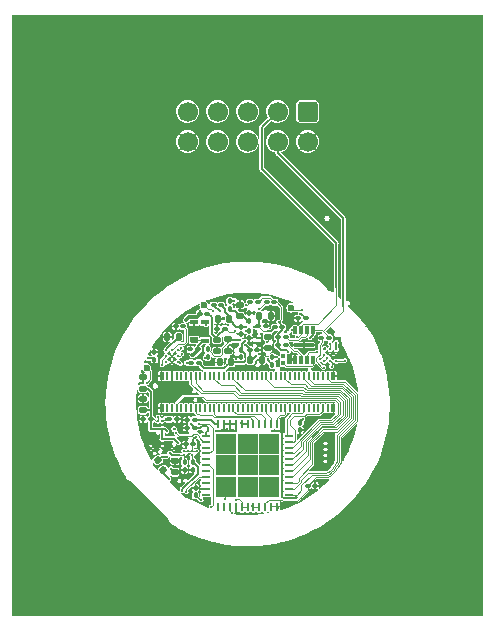
<source format=gbl>
%TF.GenerationSoftware,KiCad,Pcbnew,(6.0.0)*%
%TF.CreationDate,2022-12-05T09:44:38-05:00*%
%TF.ProjectId,headstage-16stim,68656164-7374-4616-9765-2d3136737469,A*%
%TF.SameCoordinates,Original*%
%TF.FileFunction,Copper,L6,Bot*%
%TF.FilePolarity,Positive*%
%FSLAX46Y46*%
G04 Gerber Fmt 4.6, Leading zero omitted, Abs format (unit mm)*
G04 Created by KiCad (PCBNEW (6.0.0)) date 2022-12-05 09:44:38*
%MOMM*%
%LPD*%
G01*
G04 APERTURE LIST*
G04 Aperture macros list*
%AMRoundRect*
0 Rectangle with rounded corners*
0 $1 Rounding radius*
0 $2 $3 $4 $5 $6 $7 $8 $9 X,Y pos of 4 corners*
0 Add a 4 corners polygon primitive as box body*
4,1,4,$2,$3,$4,$5,$6,$7,$8,$9,$2,$3,0*
0 Add four circle primitives for the rounded corners*
1,1,$1+$1,$2,$3*
1,1,$1+$1,$4,$5*
1,1,$1+$1,$6,$7*
1,1,$1+$1,$8,$9*
0 Add four rect primitives between the rounded corners*
20,1,$1+$1,$2,$3,$4,$5,0*
20,1,$1+$1,$4,$5,$6,$7,0*
20,1,$1+$1,$6,$7,$8,$9,0*
20,1,$1+$1,$8,$9,$2,$3,0*%
%AMFreePoly0*
4,1,6,0.350000,-0.250000,-0.225000,-0.250000,-0.350000,-0.125000,-0.350000,0.250000,0.350000,0.250000,0.350000,-0.250000,0.350000,-0.250000,$1*%
G04 Aperture macros list end*
%TA.AperFunction,ComponentPad*%
%ADD10RoundRect,0.250000X-0.600000X0.600000X-0.600000X-0.600000X0.600000X-0.600000X0.600000X0.600000X0*%
%TD*%
%TA.AperFunction,ComponentPad*%
%ADD11C,1.700000*%
%TD*%
%TA.AperFunction,SMDPad,CuDef*%
%ADD12RoundRect,0.100000X-0.100000X0.130000X-0.100000X-0.130000X0.100000X-0.130000X0.100000X0.130000X0*%
%TD*%
%TA.AperFunction,SMDPad,CuDef*%
%ADD13C,0.600000*%
%TD*%
%TA.AperFunction,SMDPad,CuDef*%
%ADD14RoundRect,0.100000X0.130000X0.100000X-0.130000X0.100000X-0.130000X-0.100000X0.130000X-0.100000X0*%
%TD*%
%TA.AperFunction,SMDPad,CuDef*%
%ADD15RoundRect,0.100000X-0.130000X-0.100000X0.130000X-0.100000X0.130000X0.100000X-0.130000X0.100000X0*%
%TD*%
%TA.AperFunction,SMDPad,CuDef*%
%ADD16R,0.400000X0.460000*%
%TD*%
%TA.AperFunction,SMDPad,CuDef*%
%ADD17RoundRect,0.140000X0.170000X-0.140000X0.170000X0.140000X-0.170000X0.140000X-0.170000X-0.140000X0*%
%TD*%
%TA.AperFunction,SMDPad,CuDef*%
%ADD18RoundRect,0.140000X0.140000X0.170000X-0.140000X0.170000X-0.140000X-0.170000X0.140000X-0.170000X0*%
%TD*%
%TA.AperFunction,SMDPad,CuDef*%
%ADD19C,0.250000*%
%TD*%
%TA.AperFunction,SMDPad,CuDef*%
%ADD20R,0.300000X0.650000*%
%TD*%
%TA.AperFunction,SMDPad,CuDef*%
%ADD21R,1.700000X0.300000*%
%TD*%
%TA.AperFunction,SMDPad,CuDef*%
%ADD22RoundRect,0.140000X-0.140000X-0.170000X0.140000X-0.170000X0.140000X0.170000X-0.140000X0.170000X0*%
%TD*%
%TA.AperFunction,SMDPad,CuDef*%
%ADD23RoundRect,0.140000X-0.170000X0.140000X-0.170000X-0.140000X0.170000X-0.140000X0.170000X0.140000X0*%
%TD*%
%TA.AperFunction,SMDPad,CuDef*%
%ADD24RoundRect,0.100000X0.100000X-0.130000X0.100000X0.130000X-0.100000X0.130000X-0.100000X-0.130000X0*%
%TD*%
%TA.AperFunction,SMDPad,CuDef*%
%ADD25C,0.200000*%
%TD*%
%TA.AperFunction,SMDPad,CuDef*%
%ADD26R,0.250000X0.800000*%
%TD*%
%TA.AperFunction,SMDPad,CuDef*%
%ADD27R,0.800000X0.250000*%
%TD*%
%TA.AperFunction,SMDPad,CuDef*%
%ADD28R,1.800000X1.800000*%
%TD*%
%TA.AperFunction,SMDPad,CuDef*%
%ADD29C,0.299999*%
%TD*%
%TA.AperFunction,SMDPad,CuDef*%
%ADD30RoundRect,0.140000X-0.217224X0.036244X-0.077224X-0.206244X0.217224X-0.036244X0.077224X0.206244X0*%
%TD*%
%TA.AperFunction,SMDPad,CuDef*%
%ADD31R,0.230000X0.660000*%
%TD*%
%TA.AperFunction,SMDPad,CuDef*%
%ADD32R,0.350000X0.660000*%
%TD*%
%TA.AperFunction,SMDPad,CuDef*%
%ADD33FreePoly0,0.000000*%
%TD*%
%TA.AperFunction,SMDPad,CuDef*%
%ADD34R,0.700000X0.400000*%
%TD*%
%TA.AperFunction,ViaPad*%
%ADD35C,0.300000*%
%TD*%
%TA.AperFunction,ViaPad*%
%ADD36C,0.200000*%
%TD*%
%TA.AperFunction,Conductor*%
%ADD37C,0.200000*%
%TD*%
%TA.AperFunction,Conductor*%
%ADD38C,0.100000*%
%TD*%
%TA.AperFunction,Conductor*%
%ADD39C,0.150000*%
%TD*%
%TA.AperFunction,Conductor*%
%ADD40C,0.300000*%
%TD*%
%TA.AperFunction,Conductor*%
%ADD41C,0.076200*%
%TD*%
G04 APERTURE END LIST*
D10*
%TO.P,J3,1,Pin_1*%
%TO.N,/FPGA/DO_{Flash}{slash}TCK*%
X128580000Y-38247500D03*
D11*
%TO.P,J3,2,Pin_2*%
%TO.N,GND*%
X128580000Y-40787500D03*
%TO.P,J3,3,Pin_3*%
%TO.N,/FPGA/SCLK_{Flash}{slash}TDO*%
X126040000Y-38247500D03*
%TO.P,J3,4,Pin_4*%
%TO.N,+1V8*%
X126040000Y-40787500D03*
%TO.P,J3,5,Pin_5*%
%TO.N,/FPGA/DI_{Flash}{slash}TMS*%
X123500000Y-38247500D03*
%TO.P,J3,6,Pin_6*%
%TO.N,/FPGA/~{CS}_{Flash}*%
X123500000Y-40787500D03*
%TO.P,J3,7,Pin_7*%
%TO.N,unconnected-(J3-Pad7)*%
X120960000Y-38247500D03*
%TO.P,J3,8,Pin_8*%
%TO.N,/FPGA/CRESET_{B}*%
X120960000Y-40787500D03*
%TO.P,J3,9,Pin_9*%
%TO.N,/FPGA/TDI*%
X118420000Y-38247500D03*
%TO.P,J3,10,Pin_10*%
%TO.N,GND*%
X118420000Y-40787500D03*
%TD*%
D12*
%TO.P,C24,1*%
%TO.N,GND*%
X115610000Y-58610000D03*
%TO.P,C24,2*%
%TO.N,+3V3*%
X115610000Y-59250000D03*
%TD*%
D13*
%TO.P,TP3,1,1*%
%TO.N,+1V2*%
X119830000Y-54670000D03*
%TD*%
D14*
%TO.P,C27,1*%
%TO.N,+3V3*%
X119020000Y-65050000D03*
%TO.P,C27,2*%
%TO.N,GND*%
X118380000Y-65050000D03*
%TD*%
D15*
%TO.P,R13,1*%
%TO.N,/Ref*%
X128580000Y-69940000D03*
%TO.P,R13,2*%
%TO.N,GND*%
X129220000Y-69940000D03*
%TD*%
%TO.P,R16,1*%
%TO.N,GND*%
X117420000Y-56450000D03*
%TO.P,R16,2*%
%TO.N,Net-(R16-Pad2)*%
X118060000Y-56450000D03*
%TD*%
D12*
%TO.P,C65,1*%
%TO.N,+1V8*%
X118870000Y-67940000D03*
%TO.P,C65,2*%
%TO.N,GND*%
X118870000Y-68580000D03*
%TD*%
D16*
%TO.P,JP1,1,A*%
%TO.N,Net-(JP1-Pad1)*%
X126513576Y-59523576D03*
%TO.P,JP1,2,B*%
%TO.N,/FPGA/~{CS}_{Flash}*%
X126513576Y-58943576D03*
%TD*%
D12*
%TO.P,C43,1*%
%TO.N,+1V2*%
X123643576Y-56803576D03*
%TO.P,C43,2*%
%TO.N,GND*%
X123643576Y-57443576D03*
%TD*%
D14*
%TO.P,C28,1*%
%TO.N,Net-(C28-Pad1)*%
X119020000Y-64350000D03*
%TO.P,C28,2*%
%TO.N,GND*%
X118380000Y-64350000D03*
%TD*%
D17*
%TO.P,C52,1*%
%TO.N,Net-(C44-Pad1)*%
X122838576Y-55563576D03*
%TO.P,C52,2*%
%TO.N,GND*%
X122838576Y-54603576D03*
%TD*%
D18*
%TO.P,C54,1*%
%TO.N,Net-(C46-Pad1)*%
X122090000Y-59490000D03*
%TO.P,C54,2*%
%TO.N,GND*%
X121130000Y-59490000D03*
%TD*%
D19*
%TO.P,U2,A1,AVDD*%
%TO.N,Net-(C23-Pad1)*%
X116613576Y-58450000D03*
%TO.P,U2,A2,IIN+*%
%TO.N,/3D Pose/PD_{0}+*%
X116613576Y-58950000D03*
%TO.P,U2,A3,IIN-*%
%TO.N,/3D Pose/PD_{0}-*%
X116613576Y-59450000D03*
%TO.P,U2,B1,RBIAS*%
%TO.N,Net-(R16-Pad2)*%
X117113576Y-58450000D03*
%TO.P,U2,B2,AVSS*%
%TO.N,GND*%
X117113576Y-58950000D03*
%TO.P,U2,B3,AVSS*%
X117113576Y-59450000D03*
%TO.P,U2,C1,D/CFGDATA*%
%TO.N,/3D Pose/Data_{0}*%
X117613576Y-58450000D03*
%TO.P,U2,C2,E/CFGCLK*%
%TO.N,/3D Pose/Env_{0}*%
X117613576Y-58950000D03*
%TO.P,U2,C3,DVDD*%
%TO.N,+3V3*%
X117613576Y-59450000D03*
%TD*%
D20*
%TO.P,U11,1,~{CS}*%
%TO.N,Net-(JP1-Pad1)*%
X129013576Y-59283576D03*
%TO.P,U11,2,DO/IO_{1}*%
%TO.N,/FPGA/DO_{Flash}{slash}TCK*%
X128513576Y-59283576D03*
%TO.P,U11,3,~{WP}/IO_{2}*%
%TO.N,Net-(R22-Pad2)*%
X128013576Y-59283576D03*
%TO.P,U11,4,GND*%
%TO.N,GND*%
X127513576Y-59283576D03*
%TO.P,U11,5,DI/IO_{0}*%
%TO.N,/FPGA/DI_{Flash}{slash}TMS*%
X127513576Y-56783576D03*
%TO.P,U11,6,CLK*%
%TO.N,/FPGA/SCLK_{Flash}{slash}TDO*%
X128013576Y-56783576D03*
%TO.P,U11,7,~{HOLD}/IO_{3}*%
%TO.N,Net-(R21-Pad2)*%
X128513576Y-56783576D03*
%TO.P,U11,8,VCC*%
%TO.N,+1V8*%
X129013576Y-56783576D03*
D21*
%TO.P,U11,9,GND*%
%TO.N,GND*%
X128263576Y-58033576D03*
%TD*%
D14*
%TO.P,R2,2*%
%TO.N,/FPGA/SCL_{Ser}*%
X123718576Y-54383576D03*
%TO.P,R2,1*%
%TO.N,+1V8*%
X124358576Y-54383576D03*
%TD*%
D22*
%TO.P,C55,1*%
%TO.N,Net-(C47-Pad1)*%
X124513576Y-55533576D03*
%TO.P,C55,2*%
%TO.N,GND*%
X125473576Y-55533576D03*
%TD*%
D12*
%TO.P,L10,2,2*%
%TO.N,+2V5*%
X120113576Y-59003576D03*
%TO.P,L10,1,1*%
%TO.N,Net-(C51-Pad1)*%
X120113576Y-58363576D03*
%TD*%
D14*
%TO.P,L13,1,1*%
%TO.N,Net-(C46-Pad1)*%
X119358576Y-59533576D03*
%TO.P,L13,2,2*%
%TO.N,+1V2*%
X118718576Y-59533576D03*
%TD*%
D15*
%TO.P,R22,1*%
%TO.N,+1V8*%
X126093576Y-58033576D03*
%TO.P,R22,2*%
%TO.N,Net-(R22-Pad2)*%
X126733576Y-58033576D03*
%TD*%
%TO.P,C45,1*%
%TO.N,Net-(C45-Pad1)*%
X123693576Y-58433576D03*
%TO.P,C45,2*%
%TO.N,GND*%
X124333576Y-58433576D03*
%TD*%
D14*
%TO.P,L16,2,2*%
%TO.N,+3V3*%
X119443576Y-55383576D03*
%TO.P,L16,1,1*%
%TO.N,Net-(C49-Pad1)*%
X120083576Y-55383576D03*
%TD*%
%TO.P,C66,1*%
%TO.N,+2V5*%
X118920000Y-66410000D03*
%TO.P,C66,2*%
%TO.N,GND*%
X118280000Y-66410000D03*
%TD*%
D18*
%TO.P,C23,1*%
%TO.N,Net-(C23-Pad1)*%
X117660000Y-57320000D03*
%TO.P,C23,2*%
%TO.N,GND*%
X116700000Y-57320000D03*
%TD*%
D23*
%TO.P,C57,1*%
%TO.N,Net-(C49-Pad1)*%
X120913576Y-57560000D03*
%TO.P,C57,2*%
%TO.N,GND*%
X120913576Y-58520000D03*
%TD*%
D14*
%TO.P,C49,1*%
%TO.N,Net-(C49-Pad1)*%
X121558576Y-56633576D03*
%TO.P,C49,2*%
%TO.N,GND*%
X120918576Y-56633576D03*
%TD*%
D23*
%TO.P,C37,1*%
%TO.N,GND*%
X117330000Y-67820000D03*
%TO.P,C37,2*%
%TO.N,+4V*%
X117330000Y-68780000D03*
%TD*%
D15*
%TO.P,C47,1*%
%TO.N,Net-(C47-Pad1)*%
X124393576Y-56433576D03*
%TO.P,C47,2*%
%TO.N,GND*%
X125033576Y-56433576D03*
%TD*%
D23*
%TO.P,C51,1*%
%TO.N,Net-(C51-Pad1)*%
X121863576Y-57550000D03*
%TO.P,C51,2*%
%TO.N,GND*%
X121863576Y-58510000D03*
%TD*%
D18*
%TO.P,C56,1*%
%TO.N,Net-(C48-Pad1)*%
X121943576Y-55833576D03*
%TO.P,C56,2*%
%TO.N,GND*%
X120983576Y-55833576D03*
%TD*%
D24*
%TO.P,C44,1*%
%TO.N,Net-(C44-Pad1)*%
X123663576Y-55953576D03*
%TO.P,C44,2*%
%TO.N,GND*%
X123663576Y-55313576D03*
%TD*%
D12*
%TO.P,C48,1*%
%TO.N,Net-(C48-Pad1)*%
X122943576Y-56463576D03*
%TO.P,C48,2*%
%TO.N,GND*%
X122943576Y-57103576D03*
%TD*%
D25*
%TO.P,U10,B2,GND*%
%TO.N,GND*%
X118437500Y-67327500D03*
%TO.P,U10,B1,EN*%
%TO.N,+2V5*%
X118437500Y-66977500D03*
%TO.P,U10,A2,VOUT*%
%TO.N,+1V2*%
X118087500Y-67327500D03*
%TO.P,U10,A1,VIN*%
%TO.N,+2V5*%
X118087500Y-66977500D03*
%TD*%
D26*
%TO.P,U1,1,StimGND*%
%TO.N,GND*%
X126000000Y-71700000D03*
%TO.P,U1,2,SenseGND*%
X125500000Y-71700000D03*
%TO.P,U1,3,ElecRef*%
%TO.N,/Ref*%
X125000000Y-71700000D03*
%TO.P,U1,4,VSSStim*%
%TO.N,-7V*%
X124500000Y-71700000D03*
%TO.P,U1,5,VSSStim*%
X124000000Y-71700000D03*
%TO.P,U1,6,VDDStim*%
%TO.N,+7V*%
X123500000Y-71700000D03*
%TO.P,U1,7,VDDStim*%
X123000000Y-71700000D03*
%TO.P,U1,8,GND*%
%TO.N,GND*%
X122500000Y-71700000D03*
%TO.P,U1,9,StimEn*%
%TO.N,/Ephys/StimEn*%
X122000000Y-71700000D03*
%TO.P,U1,10,AuxOut1*%
%TO.N,unconnected-(U1-Pad10)*%
X121500000Y-71700000D03*
%TO.P,U1,11,AuxOut2*%
%TO.N,unconnected-(U1-Pad11)*%
X121000000Y-71700000D03*
D27*
%TO.P,U1,12,AuxOutOD*%
%TO.N,unconnected-(U1-Pad12)*%
X120000000Y-70700000D03*
%TO.P,U1,13,GND*%
%TO.N,GND*%
X120000000Y-70200000D03*
%TO.P,U1,14,~{CS-}*%
%TO.N,unconnected-(U1-Pad14)*%
X120000000Y-69700000D03*
%TO.P,U1,15,~{CS+}*%
%TO.N,/Ephys/~{CS}*%
X120000000Y-69200000D03*
%TO.P,U1,16,SCLK-*%
%TO.N,unconnected-(U1-Pad16)*%
X120000000Y-68700000D03*
%TO.P,U1,17,SCLK+*%
%TO.N,/Ephys/SCLK*%
X120000000Y-68200000D03*
%TO.P,U1,18,MOSI-*%
%TO.N,unconnected-(U1-Pad18)*%
X120000000Y-67700000D03*
%TO.P,U1,19,MOSI+*%
%TO.N,/Ephys/MOSI*%
X120000000Y-67200000D03*
%TO.P,U1,20,MISO-*%
%TO.N,unconnected-(U1-Pad20)*%
X120000000Y-66700000D03*
%TO.P,U1,21,MISO+*%
%TO.N,/Ephys/MISO*%
X120000000Y-66200000D03*
%TO.P,U1,22,VDD*%
%TO.N,+3V3*%
X120000000Y-65700000D03*
D26*
%TO.P,U1,23,ADCRef*%
%TO.N,Net-(C28-Pad1)*%
X121000000Y-64700000D03*
%TO.P,U1,24,GND*%
%TO.N,GND*%
X121500000Y-64700000D03*
%TO.P,U1,25,GND*%
X122000000Y-64700000D03*
%TO.P,U1,26,LVDSEn*%
X122500000Y-64700000D03*
%TO.P,U1,27,VDD*%
%TO.N,+3V3*%
X123000000Y-64700000D03*
%TO.P,U1,28,VDD*%
X123500000Y-64700000D03*
%TO.P,U1,29,Elec15*%
%TO.N,/Ephys/Elec15*%
X124000000Y-64700000D03*
%TO.P,U1,30,Elec14*%
%TO.N,/Ephys/Elec14*%
X124500000Y-64700000D03*
%TO.P,U1,31,Elec13*%
%TO.N,/Ephys/Elec13*%
X125000000Y-64700000D03*
%TO.P,U1,32,Elec12*%
%TO.N,/Ephys/Elec12*%
X125500000Y-64700000D03*
%TO.P,U1,33,Elec11*%
%TO.N,/Ephys/Elec11*%
X126000000Y-64700000D03*
D27*
%TO.P,U1,34,Elec10*%
%TO.N,/Ephys/Elec10*%
X127000000Y-65700000D03*
%TO.P,U1,35,Elec9*%
%TO.N,/Ephys/Elec9*%
X127000000Y-66200000D03*
%TO.P,U1,36,Elec8*%
%TO.N,/Ephys/Elec8*%
X127000000Y-66700000D03*
%TO.P,U1,37,Elec7*%
%TO.N,/Ephys/Elec7*%
X127000000Y-67200000D03*
%TO.P,U1,38,Elec6*%
%TO.N,/Ephys/Elec6*%
X127000000Y-67700000D03*
%TO.P,U1,39,Elec5*%
%TO.N,/Ephys/Elec5*%
X127000000Y-68200000D03*
%TO.P,U1,40,Elec4*%
%TO.N,/Ephys/Elec4*%
X127000000Y-68700000D03*
%TO.P,U1,41,Elec3*%
%TO.N,/Ephys/Elec3*%
X127000000Y-69200000D03*
%TO.P,U1,42,Elec2*%
%TO.N,/Ephys/Elec2*%
X127000000Y-69700000D03*
%TO.P,U1,43,Elec1*%
%TO.N,/Ephys/Elec1*%
X127000000Y-70200000D03*
%TO.P,U1,44,Elec0*%
%TO.N,/Ephys/Elec0*%
X127000000Y-70700000D03*
D28*
%TO.P,U1,45,VSSStim*%
%TO.N,-7V*%
X125300000Y-68200000D03*
X123500000Y-68200000D03*
X121700000Y-66400000D03*
X123500000Y-70000000D03*
X125300000Y-66400000D03*
X123500000Y-66400000D03*
X121700000Y-68200000D03*
X121700000Y-70000000D03*
X125300000Y-70000000D03*
%TD*%
D14*
%TO.P,R1,2*%
%TO.N,/FPGA/SDA_{Ser}*%
X125130000Y-54383576D03*
%TO.P,R1,1*%
%TO.N,+1V8*%
X125770000Y-54383576D03*
%TD*%
D13*
%TO.P,TP1,1,1*%
%TO.N,+3V3*%
X127200000Y-54860000D03*
%TD*%
D25*
%TO.P,U5,A1,VIN*%
%TO.N,+2V5*%
X118835000Y-66975000D03*
%TO.P,U5,A2,VOUT*%
%TO.N,+1V8*%
X118835000Y-67325000D03*
%TO.P,U5,B1,EN*%
%TO.N,+2V5*%
X119185000Y-66975000D03*
%TO.P,U5,B2,GND*%
%TO.N,GND*%
X119185000Y-67325000D03*
%TD*%
D24*
%TO.P,L12,1,1*%
%TO.N,Net-(C45-Pad1)*%
X125613576Y-59703576D03*
%TO.P,L12,2,2*%
%TO.N,+1V2*%
X125613576Y-59063576D03*
%TD*%
D12*
%TO.P,C22,1*%
%TO.N,+3V3*%
X127940000Y-64580000D03*
%TO.P,C22,2*%
%TO.N,GND*%
X127940000Y-65220000D03*
%TD*%
%TO.P,C69,1*%
%TO.N,+1V2*%
X118170000Y-67940000D03*
%TO.P,C69,2*%
%TO.N,GND*%
X118170000Y-68580000D03*
%TD*%
D15*
%TO.P,C67,1*%
%TO.N,+3V3*%
X116880000Y-64300000D03*
%TO.P,C67,2*%
%TO.N,GND*%
X117520000Y-64300000D03*
%TD*%
D14*
%TO.P,C42,1*%
%TO.N,+1V8*%
X128420000Y-55760000D03*
%TO.P,C42,2*%
%TO.N,GND*%
X127780000Y-55760000D03*
%TD*%
D23*
%TO.P,C32,1*%
%TO.N,GND*%
X114640000Y-60760000D03*
%TO.P,C32,2*%
%TO.N,+4V*%
X114640000Y-61720000D03*
%TD*%
D14*
%TO.P,C58,1*%
%TO.N,+1V8*%
X119308576Y-58383576D03*
%TO.P,C58,2*%
%TO.N,GND*%
X118668576Y-58383576D03*
%TD*%
D24*
%TO.P,L11,1,1*%
%TO.N,Net-(C44-Pad1)*%
X121988576Y-54928576D03*
%TO.P,L11,2,2*%
%TO.N,+1V2*%
X121988576Y-54288576D03*
%TD*%
D13*
%TO.P,TP4,1,1*%
%TO.N,+2V5*%
X114950000Y-59930000D03*
%TD*%
D12*
%TO.P,R23,1*%
%TO.N,GND*%
X119100000Y-70110000D03*
%TO.P,R23,2*%
%TO.N,Net-(C60-Pad1)*%
X119100000Y-70750000D03*
%TD*%
D29*
%TO.P,U13,A1,VOUT*%
%TO.N,+2V5*%
X117299998Y-65149999D03*
%TO.P,U13,A2,VIN*%
%TO.N,+4V*%
X116300000Y-65150000D03*
%TO.P,U13,A3,VIN*%
X115300000Y-65150000D03*
%TO.P,U13,B1,MODE*%
X117300000Y-65950000D03*
%TO.P,U13,B2,EN*%
X116300000Y-65950000D03*
%TO.P,U13,C1,GND*%
%TO.N,GND*%
X117300000Y-66750000D03*
%TO.P,U13,C2,GND*%
X116300000Y-66750000D03*
%TO.P,U13,C3,GND*%
X115300000Y-66750000D03*
%TD*%
D30*
%TO.P,C30,1*%
%TO.N,Net-(C30-Pad1)*%
X115900000Y-67764308D03*
%TO.P,C30,2*%
%TO.N,Net-(C30-Pad2)*%
X116380000Y-68595692D03*
%TD*%
D14*
%TO.P,L15,1,1*%
%TO.N,Net-(C48-Pad1)*%
X121263576Y-54643576D03*
%TO.P,L15,2,2*%
%TO.N,+1V8*%
X120623576Y-54643576D03*
%TD*%
D19*
%TO.P,U6,A1,AVDD*%
%TO.N,Net-(C25-Pad1)*%
X130010000Y-59383576D03*
%TO.P,U6,A2,IIN+*%
%TO.N,/3D Pose/PD_{1}+*%
X130510000Y-59383576D03*
%TO.P,U6,A3,IIN-*%
%TO.N,/3D Pose/PD_{1}-*%
X131010000Y-59383576D03*
%TO.P,U6,B1,RBIAS*%
%TO.N,Net-(R17-Pad2)*%
X130010000Y-58883576D03*
%TO.P,U6,B2,AVSS*%
%TO.N,GND*%
X130510000Y-58883576D03*
%TO.P,U6,B3,AVSS*%
X131010000Y-58883576D03*
%TO.P,U6,C1,D/CFGDATA*%
%TO.N,/3D Pose/Data_{1}*%
X130010000Y-58383576D03*
%TO.P,U6,C2,E/CFGCLK*%
%TO.N,/3D Pose/Env_{1}*%
X130510000Y-58383576D03*
%TO.P,U6,C3,DVDD*%
%TO.N,+3V3*%
X131010000Y-58383576D03*
%TD*%
D22*
%TO.P,C53,1*%
%TO.N,Net-(C45-Pad1)*%
X123733576Y-59283576D03*
%TO.P,C53,2*%
%TO.N,GND*%
X124693576Y-59283576D03*
%TD*%
D14*
%TO.P,R26,1*%
%TO.N,+1V8*%
X130400000Y-57420000D03*
%TO.P,R26,2*%
%TO.N,/FPGA/~{CS}_{Flash}*%
X129760000Y-57420000D03*
%TD*%
D23*
%TO.P,C50,1*%
%TO.N,+1V2*%
X125203576Y-57313576D03*
%TO.P,C50,2*%
%TO.N,GND*%
X125203576Y-58273576D03*
%TD*%
D31*
%TO.P,J2,1,Pin_1*%
%TO.N,unconnected-(J2-Pad1)*%
X130300000Y-63355000D03*
%TO.P,J2,2,Pin_2*%
%TO.N,/Ref*%
X130300000Y-60645000D03*
%TO.P,J2,3,Pin_3*%
%TO.N,/Ephys/Elec9*%
X129900000Y-63355000D03*
%TO.P,J2,4,Pin_4*%
%TO.N,unconnected-(J2-Pad4)*%
X129900000Y-60645000D03*
%TO.P,J2,5,Pin_5*%
%TO.N,unconnected-(J2-Pad5)*%
X129500000Y-63355000D03*
%TO.P,J2,6,Pin_6*%
%TO.N,unconnected-(J2-Pad6)*%
X129500000Y-60645000D03*
%TO.P,J2,7,Pin_7*%
%TO.N,unconnected-(J2-Pad7)*%
X129100000Y-63355000D03*
%TO.P,J2,8,Pin_8*%
%TO.N,unconnected-(J2-Pad8)*%
X129100000Y-60645000D03*
%TO.P,J2,9,Pin_9*%
%TO.N,unconnected-(J2-Pad9)*%
X128700000Y-63355000D03*
%TO.P,J2,10,Pin_10*%
%TO.N,/Ephys/Elec0*%
X128700000Y-60645000D03*
%TO.P,J2,11,Pin_11*%
%TO.N,/Ephys/Elec10*%
X128300000Y-63355000D03*
%TO.P,J2,12,Pin_12*%
%TO.N,/Ephys/Elec1*%
X128300000Y-60645000D03*
%TO.P,J2,13,Pin_13*%
%TO.N,unconnected-(J2-Pad13)*%
X127900000Y-63355000D03*
%TO.P,J2,14,Pin_14*%
%TO.N,unconnected-(J2-Pad14)*%
X127900000Y-60645000D03*
%TO.P,J2,15,Pin_15*%
%TO.N,unconnected-(J2-Pad15)*%
X127500000Y-63355000D03*
%TO.P,J2,16,Pin_16*%
%TO.N,unconnected-(J2-Pad16)*%
X127500000Y-60645000D03*
%TO.P,J2,17,Pin_17*%
%TO.N,unconnected-(J2-Pad17)*%
X127100000Y-63355000D03*
%TO.P,J2,18,Pin_18*%
%TO.N,unconnected-(J2-Pad18)*%
X127100000Y-60645000D03*
%TO.P,J2,19,Pin_19*%
%TO.N,/Ephys/Elec11*%
X126700000Y-63355000D03*
%TO.P,J2,20,Pin_20*%
%TO.N,/Ephys/Elec2*%
X126700000Y-60645000D03*
%TO.P,J2,21,Pin_21*%
%TO.N,unconnected-(J2-Pad21)*%
X126300000Y-63355000D03*
%TO.P,J2,22,Pin_22*%
%TO.N,unconnected-(J2-Pad22)*%
X126300000Y-60645000D03*
%TO.P,J2,23,Pin_23*%
%TO.N,unconnected-(J2-Pad23)*%
X125900000Y-63355000D03*
%TO.P,J2,24,Pin_24*%
%TO.N,unconnected-(J2-Pad24)*%
X125900000Y-60645000D03*
%TO.P,J2,25,Pin_25*%
%TO.N,unconnected-(J2-Pad25)*%
X125500000Y-63355000D03*
%TO.P,J2,26,Pin_26*%
%TO.N,unconnected-(J2-Pad26)*%
X125500000Y-60645000D03*
%TO.P,J2,27,Pin_27*%
%TO.N,/Ephys/Elec12*%
X125100000Y-63355000D03*
%TO.P,J2,28,Pin_28*%
%TO.N,/Ephys/Elec3*%
X125100000Y-60645000D03*
%TO.P,J2,29,Pin_29*%
%TO.N,unconnected-(J2-Pad29)*%
X124700000Y-63355000D03*
%TO.P,J2,30,Pin_30*%
%TO.N,unconnected-(J2-Pad30)*%
X124700000Y-60645000D03*
%TO.P,J2,31,Pin_31*%
%TO.N,unconnected-(J2-Pad31)*%
X124300000Y-63355000D03*
%TO.P,J2,32,Pin_32*%
%TO.N,unconnected-(J2-Pad32)*%
X124300000Y-60645000D03*
%TO.P,J2,33,Pin_33*%
%TO.N,unconnected-(J2-Pad33)*%
X123900000Y-63355000D03*
%TO.P,J2,34,Pin_34*%
%TO.N,unconnected-(J2-Pad34)*%
X123900000Y-60645000D03*
%TO.P,J2,35,Pin_35*%
%TO.N,unconnected-(J2-Pad35)*%
X123500000Y-63355000D03*
%TO.P,J2,36,Pin_36*%
%TO.N,unconnected-(J2-Pad36)*%
X123500000Y-60645000D03*
%TO.P,J2,37,Pin_37*%
%TO.N,unconnected-(J2-Pad37)*%
X123100000Y-63355000D03*
%TO.P,J2,38,Pin_38*%
%TO.N,unconnected-(J2-Pad38)*%
X123100000Y-60645000D03*
%TO.P,J2,39,Pin_39*%
%TO.N,unconnected-(J2-Pad39)*%
X122700000Y-63355000D03*
%TO.P,J2,40,Pin_40*%
%TO.N,unconnected-(J2-Pad40)*%
X122700000Y-60645000D03*
%TO.P,J2,41,Pin_41*%
%TO.N,/Ephys/Elec13*%
X122300000Y-63355000D03*
%TO.P,J2,42,Pin_42*%
%TO.N,/Ephys/Elec4*%
X122300000Y-60645000D03*
%TO.P,J2,43,Pin_43*%
%TO.N,unconnected-(J2-Pad43)*%
X121900000Y-63355000D03*
%TO.P,J2,44,Pin_44*%
%TO.N,unconnected-(J2-Pad44)*%
X121900000Y-60645000D03*
%TO.P,J2,45,Pin_45*%
%TO.N,unconnected-(J2-Pad45)*%
X121500000Y-63355000D03*
%TO.P,J2,46,Pin_46*%
%TO.N,unconnected-(J2-Pad46)*%
X121500000Y-60645000D03*
%TO.P,J2,47,Pin_47*%
%TO.N,unconnected-(J2-Pad47)*%
X121100000Y-63355000D03*
%TO.P,J2,48,Pin_48*%
%TO.N,unconnected-(J2-Pad48)*%
X121100000Y-60645000D03*
%TO.P,J2,49,Pin_49*%
%TO.N,/Ephys/Elec14*%
X120700000Y-63355000D03*
%TO.P,J2,50,Pin_50*%
%TO.N,/Ephys/Elec5*%
X120700000Y-60645000D03*
%TO.P,J2,51,Pin_51*%
%TO.N,unconnected-(J2-Pad51)*%
X120300000Y-63355000D03*
%TO.P,J2,52,Pin_52*%
%TO.N,unconnected-(J2-Pad52)*%
X120300000Y-60645000D03*
%TO.P,J2,53,Pin_53*%
%TO.N,unconnected-(J2-Pad53)*%
X119900000Y-63355000D03*
%TO.P,J2,54,Pin_54*%
%TO.N,unconnected-(J2-Pad54)*%
X119900000Y-60645000D03*
%TO.P,J2,55,Pin_55*%
%TO.N,unconnected-(J2-Pad55)*%
X119500000Y-63355000D03*
%TO.P,J2,56,Pin_56*%
%TO.N,unconnected-(J2-Pad56)*%
X119500000Y-60645000D03*
%TO.P,J2,57,Pin_57*%
%TO.N,/Ephys/Elec15*%
X119100000Y-63355000D03*
%TO.P,J2,58,Pin_58*%
%TO.N,/Ephys/Elec6*%
X119100000Y-60645000D03*
%TO.P,J2,59,Pin_59*%
%TO.N,unconnected-(J2-Pad59)*%
X118700000Y-63355000D03*
%TO.P,J2,60,Pin_60*%
%TO.N,/Ephys/Elec7*%
X118700000Y-60645000D03*
%TO.P,J2,61,Pin_61*%
%TO.N,unconnected-(J2-Pad61)*%
X118300000Y-63355000D03*
%TO.P,J2,62,Pin_62*%
%TO.N,unconnected-(J2-Pad62)*%
X118300000Y-60645000D03*
%TO.P,J2,63,Pin_63*%
%TO.N,unconnected-(J2-Pad63)*%
X117900000Y-63355000D03*
%TO.P,J2,64,Pin_64*%
%TO.N,unconnected-(J2-Pad64)*%
X117900000Y-60645000D03*
%TO.P,J2,65,Pin_65*%
%TO.N,/Ephys/Elec8*%
X117500000Y-63355000D03*
%TO.P,J2,66,Pin_66*%
%TO.N,unconnected-(J2-Pad66)*%
X117500000Y-60645000D03*
%TO.P,J2,67,Pin_67*%
%TO.N,unconnected-(J2-Pad67)*%
X117100000Y-63355000D03*
%TO.P,J2,68,Pin_68*%
%TO.N,GND*%
X117100000Y-60645000D03*
%TO.P,J2,69,Pin_69*%
%TO.N,unconnected-(J2-Pad69)*%
X116700000Y-63355000D03*
%TO.P,J2,70,Pin_70*%
%TO.N,unconnected-(J2-Pad70)*%
X116700000Y-60645000D03*
D32*
%TO.P,J2,MP1,MountPin1*%
%TO.N,GND*%
X130775000Y-63355000D03*
%TO.P,J2,MP2,MountPin2*%
X130775000Y-60645000D03*
%TO.P,J2,MP3,MountPin3*%
X116225000Y-63355000D03*
%TO.P,J2,MP4,MountPin4*%
X116225000Y-60645000D03*
%TD*%
D33*
%TO.P,U12,1,EN*%
%TO.N,+1V8*%
X118963576Y-57608576D03*
D34*
%TO.P,U12,2,GND*%
%TO.N,GND*%
X118963576Y-56108576D03*
%TO.P,U12,3,OUT*%
%TO.N,/FPGA/CLK*%
X119913576Y-56108576D03*
%TO.P,U12,4,VCC*%
%TO.N,+1V8*%
X119913576Y-57658576D03*
%TD*%
D14*
%TO.P,C68,1*%
%TO.N,+4V*%
X115320000Y-64300000D03*
%TO.P,C68,2*%
%TO.N,GND*%
X114680000Y-64300000D03*
%TD*%
D15*
%TO.P,L14,1,1*%
%TO.N,Net-(C47-Pad1)*%
X125793576Y-56533576D03*
%TO.P,L14,2,2*%
%TO.N,+1V8*%
X126433576Y-56533576D03*
%TD*%
D23*
%TO.P,C31,1*%
%TO.N,GND*%
X114640000Y-62570000D03*
%TO.P,C31,2*%
%TO.N,+4V*%
X114640000Y-63530000D03*
%TD*%
D25*
%TO.P,U9,B2,GND*%
%TO.N,GND*%
X116275000Y-64125000D03*
%TO.P,U9,B1,EN*%
%TO.N,+4V*%
X115925000Y-64125000D03*
%TO.P,U9,A2,VOUT*%
%TO.N,+3V3*%
X116275000Y-64475000D03*
%TO.P,U9,A1,VIN*%
%TO.N,+4V*%
X115925000Y-64475000D03*
%TD*%
D15*
%TO.P,R21,1*%
%TO.N,+1V8*%
X126093576Y-57333576D03*
%TO.P,R21,2*%
%TO.N,Net-(R21-Pad2)*%
X126733576Y-57333576D03*
%TD*%
D12*
%TO.P,C46,1*%
%TO.N,Net-(C46-Pad1)*%
X122913576Y-58403576D03*
%TO.P,C46,2*%
%TO.N,GND*%
X122913576Y-59043576D03*
%TD*%
D35*
%TO.N,GND*%
X119500000Y-32000000D03*
D36*
X131675000Y-66550000D03*
X128130000Y-71080000D03*
D35*
X128500000Y-79000000D03*
X136600000Y-70500000D03*
D36*
X126110000Y-71800000D03*
X129040060Y-60025386D03*
X130680000Y-68010000D03*
X132490000Y-61300000D03*
X115650000Y-58260000D03*
D35*
X118500000Y-79000000D03*
D36*
X114940000Y-65570000D03*
X127752015Y-60049168D03*
X118850000Y-54950000D03*
X119550000Y-57150000D03*
X119463269Y-65429723D03*
X118140000Y-61380000D03*
X117380000Y-68000000D03*
D35*
X137112953Y-56032359D03*
D36*
X126570000Y-71750000D03*
X126787953Y-55232359D03*
X117730000Y-55760000D03*
X118550000Y-69020000D03*
X119320000Y-67810000D03*
X119714422Y-58160000D03*
X118926830Y-56046017D03*
X116199500Y-60912032D03*
X117250000Y-61240000D03*
X122612953Y-54832359D03*
X121760000Y-65170000D03*
D35*
X127910000Y-65600000D03*
D36*
X117250000Y-69275000D03*
X127996750Y-58049597D03*
X115280000Y-65870000D03*
D35*
X126532400Y-65300000D03*
X126535611Y-48813830D03*
D36*
X117900000Y-59200000D03*
D35*
X105500000Y-79000000D03*
D36*
X115675000Y-62800000D03*
X129830000Y-69770000D03*
X123780000Y-72280000D03*
D35*
X126500000Y-32000000D03*
D36*
X131750000Y-58970000D03*
D35*
X105500000Y-50000000D03*
D36*
X119175000Y-71200000D03*
X126912953Y-56007359D03*
D35*
X112300000Y-53000000D03*
X118600000Y-49000000D03*
D36*
X119419424Y-59044884D03*
X129000000Y-70460000D03*
D35*
X105500000Y-32000000D03*
D36*
X130790000Y-60830000D03*
D35*
X129340000Y-67030000D03*
D36*
X132280000Y-60930000D03*
D35*
X111010000Y-75570000D03*
D36*
X115670000Y-60870000D03*
X124270000Y-72300000D03*
X117839500Y-61763971D03*
X125850000Y-53980000D03*
X130817600Y-63125000D03*
D35*
X129300000Y-68250000D03*
D36*
X130120000Y-57960000D03*
X127312953Y-59182359D03*
X130800000Y-67560000D03*
X114450000Y-60825000D03*
D35*
X105500000Y-39000000D03*
D36*
X121450000Y-53970000D03*
D35*
X141500000Y-32000000D03*
D36*
X115712799Y-61962799D03*
X125360000Y-55000000D03*
X127212953Y-57332359D03*
X117182983Y-61729099D03*
X130157403Y-60136004D03*
X126125953Y-55282359D03*
X118730000Y-70360000D03*
X117440000Y-56060000D03*
D35*
X105500000Y-60000000D03*
D36*
X123380000Y-53930000D03*
X131750000Y-65925000D03*
X116199500Y-63148112D03*
X128639058Y-70796960D03*
D35*
X105500000Y-70000000D03*
X141500000Y-76000000D03*
D36*
X122540000Y-57970000D03*
X123110913Y-57063069D03*
X122880000Y-53830000D03*
D35*
X141500000Y-64000000D03*
D36*
X118790000Y-68690000D03*
X124612953Y-60132359D03*
X116620000Y-56790000D03*
X121365438Y-55781859D03*
X117120000Y-67680000D03*
X119230000Y-67320000D03*
X114950000Y-66220000D03*
X122510000Y-71779500D03*
X123446689Y-57432989D03*
X115750000Y-57840000D03*
X132350000Y-65300000D03*
D35*
X141500000Y-41000000D03*
X141500000Y-52000000D03*
D36*
X123810000Y-53830000D03*
X122230000Y-65200000D03*
D35*
X111500000Y-72000000D03*
D36*
X126950000Y-54425000D03*
%TO.N,+3V3*%
X118690000Y-64700000D03*
X128080000Y-55040000D03*
X122982602Y-64583752D03*
D35*
X115090000Y-59130000D03*
D36*
X128199986Y-64272151D03*
X117800000Y-59580000D03*
D35*
X118282953Y-55882359D03*
X116610000Y-64280000D03*
D36*
X119460000Y-55180000D03*
D35*
X130975000Y-57825000D03*
%TO.N,+1V8*%
X121130000Y-55180000D03*
D36*
X127973623Y-55367335D03*
X126962953Y-58582359D03*
X117950000Y-70349502D03*
X128800000Y-57400000D03*
X126137953Y-56082359D03*
D35*
X118830000Y-58880000D03*
D36*
%TO.N,+2V5*%
X119130000Y-65800000D03*
X119918424Y-59090745D03*
X114950000Y-61210000D03*
X117318331Y-65127086D03*
D35*
%TO.N,+1V2*%
X118390000Y-59510000D03*
D36*
X125962953Y-59032359D03*
D35*
X122339166Y-54253530D03*
X120550000Y-55130000D03*
D36*
X125172953Y-57752359D03*
X123343135Y-56856914D03*
D35*
X116930000Y-67190000D03*
D36*
%TO.N,Net-(C44-Pad1)*%
X123449723Y-56085278D03*
%TO.N,Net-(C45-Pad1)*%
X124251876Y-58943436D03*
X125202953Y-59212359D03*
X123300000Y-58050000D03*
%TO.N,Net-(C46-Pad1)*%
X123261573Y-57674956D03*
%TO.N,Net-(C47-Pad1)*%
X124062953Y-56482359D03*
%TO.N,Net-(C48-Pad1)*%
X123336052Y-56455812D03*
%TO.N,Net-(C51-Pad1)*%
X122882348Y-57615964D03*
%TO.N,/FPGA/SDA_{Ser}*%
X124480437Y-54982348D03*
%TO.N,/FPGA/SCL_{Ser}*%
X123362953Y-54657359D03*
%TO.N,/FPGA/CLK*%
X120010000Y-56310000D03*
%TO.N,/FPGA/SCLK_{Flash}{slash}TDO*%
X127712402Y-57331902D03*
%TO.N,/FPGA/DI_{Flash}{slash}TMS*%
X127237953Y-56710500D03*
%TO.N,/FPGA/DO_{Flash}{slash}TCK*%
X129362953Y-58632359D03*
%TO.N,/FPGA/~{CS}_{Flash}*%
X129700000Y-57300000D03*
X126612953Y-58982359D03*
X129940000Y-59930000D03*
%TO.N,Net-(C49-Pad1)*%
X122480181Y-56832358D03*
%TO.N,+4V*%
X117000500Y-68480000D03*
X117650500Y-66298415D03*
X116661375Y-65324933D03*
%TO.N,/Ephys/~{CS}*%
X118311937Y-70424949D03*
%TO.N,/Ephys/SCLK*%
X120408553Y-71729136D03*
%TO.N,/Ephys/MISO*%
X117450500Y-65470990D03*
%TO.N,/Ephys/MOSI*%
X119370000Y-64700000D03*
%TO.N,Net-(C25-Pad1)*%
X130260001Y-59090461D03*
%TO.N,Net-(R17-Pad2)*%
X129655611Y-59235892D03*
%TO.N,/3D Pose/Data_{0}*%
X117900000Y-58280000D03*
%TO.N,/3D Pose/Env_{0}*%
X117950000Y-58790000D03*
%TO.N,/3D Pose/Data_{1}*%
X130050000Y-58299500D03*
%TO.N,/3D Pose/Env_{1}*%
X130470000Y-57900000D03*
%TO.N,/3D Pose/PD_{0}-*%
X116610000Y-59449323D03*
%TO.N,/3D Pose/PD_{0}+*%
X116280000Y-59700000D03*
%TO.N,/3D Pose/PD_{1}-*%
X131740000Y-59332359D03*
%TO.N,/3D Pose/PD_{1}+*%
X130620000Y-59840000D03*
%TO.N,Net-(C30-Pad1)*%
X116655289Y-67474132D03*
%TO.N,Net-(C30-Pad2)*%
X116860000Y-69350000D03*
%TO.N,+7V*%
X122510000Y-71100498D03*
%TO.N,Net-(C60-Pad1)*%
X119575000Y-71150000D03*
%TO.N,-7V*%
X123850000Y-71690000D03*
X121590000Y-71080000D03*
%TO.N,/Ephys/StimEn*%
X122160493Y-72253864D03*
%TD*%
D37*
%TO.N,GND*%
X118870000Y-68610000D02*
X118790000Y-68690000D01*
D38*
X122913576Y-59043576D02*
X122443576Y-59043576D01*
X122500000Y-71700000D02*
X122500000Y-71769500D01*
D37*
X118870000Y-68580000D02*
X118870000Y-68610000D01*
D38*
X122500000Y-71769500D02*
X122510000Y-71779500D01*
X122443576Y-59043576D02*
X121863576Y-58463576D01*
D37*
%TO.N,+3V3*%
X123000000Y-64700000D02*
X123500000Y-64700000D01*
D38*
X127200000Y-54860000D02*
X127380000Y-55040000D01*
D37*
X123098850Y-64700000D02*
X122982602Y-64583752D01*
D39*
X131010000Y-57860000D02*
X131010000Y-58383576D01*
D38*
X116400000Y-64350000D02*
X116830000Y-64350000D01*
D39*
X117670000Y-59450000D02*
X117800000Y-59580000D01*
X119020000Y-65050000D02*
X119020000Y-65030000D01*
X119020000Y-65030000D02*
X118690000Y-64700000D01*
D38*
X116630000Y-64300000D02*
X116610000Y-64280000D01*
D39*
X130975000Y-57825000D02*
X131010000Y-57860000D01*
X120000000Y-65700000D02*
X120000000Y-65420000D01*
X115610000Y-59250000D02*
X115490000Y-59130000D01*
X119470000Y-65050000D02*
X119020000Y-65050000D01*
X117613576Y-59450000D02*
X117670000Y-59450000D01*
D38*
X116275000Y-64475000D02*
X116400000Y-64350000D01*
D40*
X118558576Y-55608576D02*
X119243576Y-55608576D01*
D38*
X116830000Y-64350000D02*
X116880000Y-64300000D01*
D39*
X127980000Y-64492137D02*
X128199986Y-64272151D01*
X120000000Y-65420000D02*
X120160000Y-65260000D01*
D40*
X118283576Y-55883576D02*
X118558576Y-55608576D01*
D39*
X119630000Y-64890000D02*
X119470000Y-65050000D01*
X120040000Y-64890000D02*
X119630000Y-64890000D01*
D38*
X116880000Y-64300000D02*
X116630000Y-64300000D01*
D40*
X119243576Y-55608576D02*
X119493576Y-55358576D01*
D39*
X120160000Y-65010000D02*
X120040000Y-64890000D01*
D38*
X127380000Y-55040000D02*
X128080000Y-55040000D01*
D39*
X115490000Y-59130000D02*
X115090000Y-59130000D01*
X120160000Y-65260000D02*
X120160000Y-65010000D01*
D38*
%TO.N,+1V8*%
X118805000Y-67325000D02*
X118805000Y-67875000D01*
D37*
X126433576Y-56783576D02*
X126433576Y-56533576D01*
D38*
X129900000Y-56850000D02*
X130460000Y-57410000D01*
D37*
X126138576Y-56083576D02*
X126433576Y-56378576D01*
D39*
X127973623Y-55367335D02*
X128027335Y-55367335D01*
D37*
X126433576Y-56378576D02*
X126433576Y-56533576D01*
X131600000Y-47300000D02*
X126040000Y-41740000D01*
X120623576Y-54643576D02*
X120623576Y-54673576D01*
X119269520Y-68325935D02*
X118883585Y-67940000D01*
X126093576Y-58033576D02*
X126093576Y-57333576D01*
X118883585Y-67940000D02*
X118870000Y-67940000D01*
D38*
X124758096Y-54034056D02*
X124433576Y-54358576D01*
D37*
X119269520Y-68910480D02*
X119269520Y-68325935D01*
X119308576Y-58113576D02*
X119763576Y-57658576D01*
X119763576Y-57658576D02*
X119913576Y-57658576D01*
D38*
X129013576Y-56783576D02*
X129833576Y-56783576D01*
D37*
X126040000Y-41740000D02*
X126040000Y-40787500D01*
D38*
X126376076Y-54801076D02*
X125958576Y-54383576D01*
D37*
X126363096Y-58433096D02*
X126813096Y-58433096D01*
X120623576Y-54673576D02*
X121130000Y-55180000D01*
X126093576Y-57123576D02*
X126433576Y-56783576D01*
D38*
X126138576Y-56083576D02*
X126376076Y-55846076D01*
D40*
X119308576Y-58383576D02*
X119308576Y-58471424D01*
D37*
X119308576Y-58383576D02*
X119308576Y-58113576D01*
D38*
X118805000Y-67875000D02*
X118870000Y-67940000D01*
X131600000Y-54720000D02*
X131600000Y-55150000D01*
D37*
X126093576Y-57333576D02*
X126093576Y-57123576D01*
X117950000Y-70349502D02*
X117950000Y-70230000D01*
D38*
X131600000Y-55150000D02*
X129900000Y-56850000D01*
D39*
X129013576Y-56783576D02*
X129013576Y-57186424D01*
D40*
X119308576Y-58471424D02*
X118900000Y-58880000D01*
D37*
X131600000Y-54720000D02*
X131600000Y-47300000D01*
X126093576Y-58033576D02*
X126093576Y-58163576D01*
D39*
X129013576Y-57186424D02*
X128800000Y-57400000D01*
D37*
X126813096Y-58433096D02*
X126963576Y-58583576D01*
D38*
X129900000Y-56850000D02*
X129833576Y-56783576D01*
D39*
X128027335Y-55367335D02*
X128420000Y-55760000D01*
D40*
X118900000Y-58880000D02*
X118830000Y-58880000D01*
D38*
X126376076Y-55846076D02*
X126376076Y-54801076D01*
X118963576Y-57608576D02*
X119863576Y-57608576D01*
X125420480Y-54034056D02*
X124758096Y-54034056D01*
D37*
X126093576Y-58163576D02*
X126363096Y-58433096D01*
D38*
X125958576Y-54383576D02*
X125770000Y-54383576D01*
X125770000Y-54383576D02*
X125420480Y-54034056D01*
D37*
X117950000Y-70230000D02*
X119269520Y-68910480D01*
D38*
X119863576Y-57608576D02*
X119913576Y-57658576D01*
%TO.N,+2V5*%
X117299998Y-65145419D02*
X117318331Y-65127086D01*
D39*
X118920000Y-66010000D02*
X119130000Y-65800000D01*
D38*
X114950000Y-59930000D02*
X115250000Y-60230000D01*
X118805000Y-66975000D02*
X118805000Y-66515000D01*
D39*
X118920000Y-66410000D02*
X118920000Y-66010000D01*
D38*
X115250000Y-60230000D02*
X115250000Y-60910000D01*
X115250000Y-60910000D02*
X114950000Y-61210000D01*
D37*
X119918424Y-59090745D02*
X120005593Y-59003576D01*
D38*
X119152500Y-66977500D02*
X119155000Y-66975000D01*
X118087500Y-66977500D02*
X119152500Y-66977500D01*
X117299998Y-65149999D02*
X117299998Y-65145419D01*
X118805000Y-66515000D02*
X118950000Y-66370000D01*
D37*
X120005593Y-59003576D02*
X120113576Y-59003576D01*
D41*
%TO.N,/Ref*%
X132775230Y-62214576D02*
X132775230Y-62181904D01*
X130564769Y-61124769D02*
X130300000Y-60860000D01*
X130600000Y-69050000D02*
X130740000Y-68890000D01*
X131300000Y-68130000D02*
X131387620Y-67890000D01*
X130300000Y-60860000D02*
X130300000Y-60645000D01*
X126420000Y-71100000D02*
X125325000Y-71100000D01*
X130910000Y-68690000D02*
X131080000Y-68460000D01*
X131080000Y-68460000D02*
X131300000Y-68130000D01*
X132775231Y-64425423D02*
X132775232Y-62214578D01*
X131718095Y-61124769D02*
X130564769Y-61124769D01*
X128580000Y-70280000D02*
X127660000Y-71200000D01*
X130290000Y-69230000D02*
X130600000Y-69050000D01*
X125000000Y-71425000D02*
X125000000Y-71700000D01*
X125325000Y-71100000D02*
X125000000Y-71425000D01*
X130740000Y-68890000D02*
X130910000Y-68690000D01*
X128580000Y-69940000D02*
X129290000Y-69230000D01*
X126520000Y-71200000D02*
X126420000Y-71100000D01*
X128580000Y-69940000D02*
X128580000Y-70280000D01*
X131387620Y-67890000D02*
X131387622Y-65813032D01*
X132775230Y-62181904D02*
X131718095Y-61124769D01*
X131387622Y-65813032D02*
X132775231Y-64425423D01*
X126520000Y-71200000D02*
X127660000Y-71200000D01*
X129290000Y-69230000D02*
X130290000Y-69230000D01*
X132775232Y-62214578D02*
X132775230Y-62214576D01*
D38*
%TO.N,Net-(R21-Pad2)*%
X126986652Y-57586652D02*
X127810499Y-57586652D01*
X126733576Y-57333576D02*
X126986652Y-57586652D01*
X127810499Y-57586652D02*
X128031075Y-57366076D01*
X128031075Y-57366076D02*
X128356076Y-57366076D01*
X128513576Y-57208576D02*
X128513576Y-56783576D01*
X128356076Y-57366076D02*
X128513576Y-57208576D01*
%TO.N,Net-(R22-Pad2)*%
X126733576Y-58033576D02*
X126916425Y-58033576D01*
X127688576Y-58533576D02*
X128013576Y-58858576D01*
X127416425Y-58533576D02*
X127688576Y-58533576D01*
X128013576Y-58858576D02*
X128013576Y-59283576D01*
X126916425Y-58033576D02*
X127416425Y-58533576D01*
D37*
%TO.N,+1V2*%
X123584278Y-56862874D02*
X123643576Y-56803576D01*
D38*
X118087500Y-67327500D02*
X117812500Y-67327500D01*
D37*
X118413576Y-59533576D02*
X118390000Y-59510000D01*
D38*
X120153096Y-54993096D02*
X120413096Y-54993096D01*
D37*
X123341178Y-56862874D02*
X123584278Y-56862874D01*
D38*
X125213576Y-57713576D02*
X125213576Y-57303576D01*
D37*
X122305960Y-54288576D02*
X121988576Y-54288576D01*
X125933576Y-59063576D02*
X125613576Y-59063576D01*
X122339789Y-54254747D02*
X122305960Y-54288576D01*
D38*
X119830000Y-54670000D02*
X120153096Y-54993096D01*
X118087500Y-67847500D02*
X118170000Y-67930000D01*
D37*
X117812500Y-67327500D02*
X117067500Y-67327500D01*
D38*
X120413096Y-54993096D02*
X120550000Y-55130000D01*
D37*
X117067500Y-67327500D02*
X116930000Y-67190000D01*
D38*
X125173576Y-57753576D02*
X125213576Y-57713576D01*
D37*
X118718576Y-59533576D02*
X118413576Y-59533576D01*
X125963576Y-59033576D02*
X125933576Y-59063576D01*
D38*
X118087500Y-67327500D02*
X118087500Y-67847500D01*
D37*
%TO.N,Net-(C44-Pad1)*%
X123533576Y-55953576D02*
X123613576Y-55953576D01*
X122609472Y-55409472D02*
X122813576Y-55613576D01*
X123193576Y-55613576D02*
X123533576Y-55953576D01*
X121933576Y-55033576D02*
X122011081Y-55111081D01*
X122609472Y-55286524D02*
X122609472Y-55409472D01*
X122011081Y-55111081D02*
X122434029Y-55111081D01*
X122434029Y-55111081D02*
X122609472Y-55286524D01*
X122813576Y-55613576D02*
X123193576Y-55613576D01*
%TO.N,Net-(C45-Pad1)*%
X123693576Y-58433576D02*
X123733576Y-58473576D01*
X123913576Y-59283576D02*
X124252499Y-58944653D01*
X123733576Y-58473576D02*
X123733576Y-59283576D01*
X125203576Y-59213576D02*
X125203576Y-59307161D01*
X125203576Y-59307161D02*
X125599991Y-59703576D01*
X123693576Y-58433576D02*
X123693576Y-58388576D01*
X125599991Y-59703576D02*
X125613576Y-59703576D01*
X123733576Y-59283576D02*
X123913576Y-59283576D01*
X123693576Y-58388576D02*
X123338576Y-58033576D01*
%TO.N,Net-(C46-Pad1)*%
X122093576Y-59443576D02*
X121713404Y-59823748D01*
X121713404Y-59823748D02*
X121713404Y-59832869D01*
X123238576Y-59433576D02*
X123199056Y-59473096D01*
D39*
X123273576Y-59398576D02*
X123273576Y-59293576D01*
D37*
X123000499Y-57925942D02*
X123000499Y-58210499D01*
D39*
X122913576Y-58403576D02*
X123293576Y-58783576D01*
D37*
X123199056Y-59473096D02*
X122123096Y-59473096D01*
X123000499Y-58210499D02*
X123003576Y-58213576D01*
X121546753Y-59999520D02*
X119824520Y-59999520D01*
D39*
X123254056Y-59313096D02*
X123273576Y-59293576D01*
D38*
X122943576Y-58213576D02*
X123003576Y-58213576D01*
D37*
X121713404Y-59832869D02*
X121546753Y-59999520D01*
D39*
X123238576Y-59433576D02*
X123273576Y-59398576D01*
D38*
X123293576Y-59273576D02*
X123293576Y-59003576D01*
X123273576Y-59293576D02*
X123293576Y-59273576D01*
D39*
X123293576Y-58783576D02*
X123293576Y-59003576D01*
D37*
X123262196Y-57676173D02*
X123250268Y-57676173D01*
X123250268Y-57676173D02*
X123000499Y-57925942D01*
X122123096Y-59473096D02*
X122093576Y-59443576D01*
X119824520Y-59999520D02*
X119358576Y-59533576D01*
D38*
%TO.N,Net-(C47-Pad1)*%
X124393576Y-56433576D02*
X124793096Y-56833096D01*
D37*
X125114056Y-56833096D02*
X125494056Y-56833096D01*
X124393576Y-56433576D02*
X124393576Y-56447161D01*
D38*
X124793096Y-56833096D02*
X125114056Y-56833096D01*
D37*
X124513576Y-55583576D02*
X124513576Y-56313576D01*
X125494056Y-56833096D02*
X125793576Y-56533576D01*
D39*
X124343576Y-56483576D02*
X124063576Y-56483576D01*
D37*
X124513576Y-56313576D02*
X124393576Y-56433576D01*
D39*
X124393576Y-56447161D02*
X124428932Y-56447161D01*
%TO.N,Net-(C48-Pad1)*%
X121943576Y-55833576D02*
X122293576Y-56183576D01*
D37*
X121589056Y-54969056D02*
X121589056Y-55182641D01*
X121943576Y-55537161D02*
X121943576Y-55833576D01*
D39*
X122393576Y-56323576D02*
X122533576Y-56463576D01*
X122533576Y-56463576D02*
X122913576Y-56463576D01*
D37*
X121589056Y-55182641D02*
X121943576Y-55537161D01*
X121263576Y-54643576D02*
X121589056Y-54969056D01*
D39*
X122293576Y-56243576D02*
X122373576Y-56323576D01*
X123336675Y-56457029D02*
X122920123Y-56457029D01*
X122373576Y-56323576D02*
X122393576Y-56323576D01*
X122920123Y-56457029D02*
X122913576Y-56463576D01*
X122293576Y-56183576D02*
X122293576Y-56243576D01*
D38*
%TO.N,Net-(C51-Pad1)*%
X121863576Y-57550000D02*
X121863576Y-57769597D01*
X120623653Y-58949520D02*
X120454056Y-58779923D01*
D39*
X121863576Y-57550000D02*
X121863576Y-57755202D01*
X121863576Y-57503576D02*
X121863576Y-57711252D01*
D37*
X121863576Y-57503576D02*
X121863576Y-57708576D01*
D38*
X120454056Y-58704056D02*
X120113576Y-58363576D01*
X121373096Y-58779923D02*
X121203499Y-58949520D01*
D37*
X121968864Y-57608864D02*
X121863576Y-57503576D01*
D38*
X121203499Y-58949520D02*
X120623653Y-58949520D01*
D37*
X122889449Y-57608864D02*
X121968864Y-57608864D01*
D38*
X120454056Y-58779923D02*
X120454056Y-58704056D01*
X121863576Y-57769597D02*
X121373096Y-58260077D01*
X121373096Y-58260077D02*
X121373096Y-58779923D01*
%TO.N,/FPGA/SDA_{Ser}*%
X124481060Y-54983565D02*
X124491435Y-54983565D01*
X124491435Y-54983565D02*
X125091424Y-54383576D01*
X125091424Y-54383576D02*
X125168576Y-54383576D01*
%TO.N,/FPGA/SCL_{Ser}*%
X123443576Y-54658576D02*
X123718576Y-54383576D01*
X123363576Y-54658576D02*
X123443576Y-54658576D01*
%TO.N,/FPGA/CLK*%
X119913576Y-56108576D02*
X119913576Y-56213576D01*
X119913576Y-56213576D02*
X120010000Y-56310000D01*
%TO.N,/FPGA/SCLK_{Flash}{slash}TDO*%
X128230000Y-56220000D02*
X129440000Y-56220000D01*
X128013576Y-56436424D02*
X128230000Y-56220000D01*
D37*
X131000000Y-49400000D02*
X124700000Y-43100000D01*
D38*
X128013576Y-56783576D02*
X128013576Y-57082482D01*
D37*
X131000000Y-53100000D02*
X131000000Y-49400000D01*
D38*
X131000000Y-54660000D02*
X131000000Y-53100000D01*
D37*
X124700000Y-43100000D02*
X124700000Y-39587500D01*
D38*
X129440000Y-56220000D02*
X131000000Y-54660000D01*
X128013576Y-57082482D02*
X127737982Y-57358076D01*
D37*
X124700000Y-39587500D02*
X126040000Y-38247500D01*
D38*
X128013576Y-56783576D02*
X128013576Y-56436424D01*
%TO.N,/FPGA/DI_{Flash}{slash}TMS*%
X127463576Y-56733576D02*
X127238576Y-56733576D01*
X127513576Y-56783576D02*
X127463576Y-56733576D01*
%TO.N,/FPGA/DO_{Flash}{slash}TCK*%
X128513576Y-58858576D02*
X128738576Y-58633576D01*
X128738576Y-58633576D02*
X129363576Y-58633576D01*
X128513576Y-59283576D02*
X128513576Y-58858576D01*
%TO.N,/FPGA/~{CS}_{Flash}*%
X129330512Y-59123473D02*
X129330512Y-59330169D01*
X129330512Y-59330169D02*
X129331289Y-59330946D01*
X129331289Y-59330946D02*
X129331289Y-59413484D01*
X129331289Y-59413484D02*
X129847805Y-59930000D01*
X129613576Y-58038576D02*
X129613576Y-58841449D01*
X129700000Y-57300000D02*
X129700000Y-57304512D01*
X129613576Y-58841449D02*
X129477705Y-58977320D01*
X129613576Y-58011424D02*
X129820000Y-57805000D01*
X129476665Y-58977320D02*
X129330512Y-59123473D01*
X126453576Y-58983576D02*
X126613576Y-58983576D01*
X129613576Y-58038576D02*
X129613576Y-58011424D01*
X129847805Y-59930000D02*
X129940000Y-59930000D01*
X129477705Y-58977320D02*
X129476665Y-58977320D01*
X129820000Y-57805000D02*
X129820000Y-57410000D01*
D39*
%TO.N,Net-(C49-Pad1)*%
X121663576Y-56633576D02*
X121588576Y-56633576D01*
D38*
X122447642Y-56832358D02*
X122480181Y-56832358D01*
D37*
X120463087Y-55688087D02*
X120463087Y-57053087D01*
D39*
X120913576Y-57278576D02*
X121558576Y-56633576D01*
D38*
X122344229Y-56935771D02*
X122447642Y-56832358D01*
X121603576Y-56633576D02*
X121558576Y-56633576D01*
D37*
X120133576Y-55358576D02*
X120463087Y-55688087D01*
D39*
X120913576Y-57503576D02*
X120913576Y-57278576D01*
D38*
X121965771Y-56935771D02*
X122344229Y-56935771D01*
X121663576Y-56633576D02*
X121965771Y-56935771D01*
D39*
X121558576Y-56633576D02*
X121536805Y-56633576D01*
D37*
X120463087Y-57053087D02*
X120913576Y-57503576D01*
%TO.N,+4V*%
X115320000Y-62000000D02*
X115040000Y-61720000D01*
X117300000Y-65950000D02*
X117648415Y-66298415D01*
D38*
X115775000Y-64475000D02*
X115925000Y-64475000D01*
D37*
X116300000Y-65150000D02*
X116300000Y-65950000D01*
X115320000Y-64300000D02*
X115320000Y-63540000D01*
X115300000Y-64320000D02*
X115320000Y-64300000D01*
X117648415Y-66298415D02*
X117650500Y-66298415D01*
X117300500Y-68780000D02*
X117000500Y-68480000D01*
X116486441Y-65149999D02*
X116661375Y-65324933D01*
X115320000Y-63540000D02*
X115320000Y-62000000D01*
D38*
X115320000Y-64300000D02*
X115600000Y-64300000D01*
D37*
X115790258Y-65140547D02*
X116038374Y-65140547D01*
D38*
X115925000Y-64475000D02*
X115925000Y-64125000D01*
D37*
X116038374Y-65140547D02*
X116047826Y-65149999D01*
D38*
X115600000Y-64300000D02*
X115775000Y-64475000D01*
X116300000Y-65950000D02*
X116300000Y-65149999D01*
D37*
X114650000Y-63540000D02*
X114640000Y-63530000D01*
X115780806Y-65149999D02*
X115790258Y-65140547D01*
X116047826Y-65149999D02*
X116300000Y-65149999D01*
X116300000Y-65950000D02*
X117300000Y-65950000D01*
X115300000Y-65150000D02*
X115300000Y-64320000D01*
X115040000Y-61720000D02*
X114640000Y-61720000D01*
D38*
X117299995Y-65950000D02*
X117299998Y-65949997D01*
X116300000Y-65950000D02*
X117299995Y-65950000D01*
D37*
X115299999Y-65149999D02*
X115780806Y-65149999D01*
X115320000Y-63540000D02*
X114650000Y-63540000D01*
X116300000Y-65149999D02*
X116486441Y-65149999D01*
D38*
%TO.N,/Ephys/~{CS}*%
X119360000Y-69200000D02*
X120000000Y-69200000D01*
X119360000Y-69200000D02*
X118311937Y-70248063D01*
X118311937Y-70248063D02*
X118311937Y-70424949D01*
%TO.N,/Ephys/SCLK*%
X120275000Y-68200000D02*
X120590000Y-68515000D01*
X120590000Y-71547689D02*
X120408553Y-71729136D01*
X120000000Y-68200000D02*
X120275000Y-68200000D01*
X120590000Y-68515000D02*
X120590000Y-71547689D01*
D41*
%TO.N,/Ephys/MISO*%
X119228288Y-65562109D02*
X118919094Y-65562109D01*
X118919094Y-65562109D02*
X118779912Y-65701291D01*
X118779912Y-65701291D02*
X117680801Y-65701291D01*
X119370000Y-65845000D02*
X119370000Y-65703821D01*
X119725000Y-66200000D02*
X119370000Y-65845000D01*
X117680801Y-65701291D02*
X117450500Y-65470990D01*
X120000000Y-66200000D02*
X119725000Y-66200000D01*
X119370000Y-65703821D02*
X119228288Y-65562109D01*
D38*
%TO.N,/Ephys/MOSI*%
X120610000Y-66865000D02*
X120275000Y-67200000D01*
X120265490Y-64665490D02*
X120610000Y-65010000D01*
X120275000Y-67200000D02*
X120000000Y-67200000D01*
X120610000Y-65010000D02*
X120610000Y-66865000D01*
X119404510Y-64665490D02*
X120265490Y-64665490D01*
X119370000Y-64700000D02*
X119404510Y-64665490D01*
D41*
%TO.N,/Ephys/Elec0*%
X130610000Y-68770000D02*
X130470000Y-68920000D01*
X132599521Y-64352641D02*
X131211911Y-65740251D01*
X130250000Y-69030000D02*
X128923956Y-69030000D01*
X131612642Y-61300480D02*
X132599521Y-62287359D01*
X127700000Y-70700000D02*
X127000000Y-70700000D01*
X128700000Y-60645000D02*
X128700000Y-60860000D01*
X128070000Y-70330000D02*
X127700000Y-70700000D01*
X128923956Y-69030000D02*
X128070000Y-69883956D01*
X132599521Y-62287359D02*
X132599521Y-64352641D01*
X128070000Y-69883956D02*
X128070000Y-70330000D01*
X130780000Y-68570000D02*
X130610000Y-68770000D01*
X131211911Y-65740251D02*
X131211910Y-67800000D01*
X130470000Y-68920000D02*
X130250000Y-69030000D01*
X128700000Y-60860000D02*
X129140480Y-61300480D01*
X129140480Y-61300480D02*
X131612642Y-61300480D01*
X131211910Y-67800000D02*
X131140000Y-68050000D01*
X131140000Y-68050000D02*
X130940000Y-68340000D01*
X130940000Y-68340000D02*
X130780000Y-68570000D01*
%TO.N,/Ephys/Elec1*%
X131539862Y-61476191D02*
X132423810Y-62360139D01*
X130100000Y-68850000D02*
X128590000Y-68850000D01*
X131040000Y-67820000D02*
X130950000Y-68040000D01*
X132423810Y-64279860D02*
X131060000Y-65643670D01*
X131060000Y-67600000D02*
X131040000Y-67820000D01*
X128916191Y-61476191D02*
X131539862Y-61476191D01*
X127476200Y-70200000D02*
X127000000Y-70200000D01*
X132423810Y-62360139D02*
X132423810Y-64279860D01*
X130490000Y-68660000D02*
X130310000Y-68810000D01*
X131060000Y-65643670D02*
X131060000Y-67600000D01*
X130950000Y-68040000D02*
X130780000Y-68290000D01*
X128300000Y-60645000D02*
X128300000Y-60860000D01*
X130310000Y-68810000D02*
X130100000Y-68850000D01*
X128590000Y-68850000D02*
X128033100Y-69406900D01*
X130780000Y-68290000D02*
X130650000Y-68480000D01*
X128033100Y-69406900D02*
X128033100Y-69643100D01*
X128033100Y-69643100D02*
X127476200Y-70200000D01*
X128300000Y-60860000D02*
X128916191Y-61476191D01*
X130650000Y-68480000D02*
X130490000Y-68660000D01*
%TO.N,/Ephys/Elec2*%
X127680000Y-69700000D02*
X127000000Y-69700000D01*
X129000000Y-68120000D02*
X127850000Y-69270000D01*
X128658098Y-61651902D02*
X131467081Y-61651902D01*
X127185000Y-61345000D02*
X128351196Y-61345000D01*
X131092589Y-65362589D02*
X129901415Y-65362589D01*
X132248099Y-64207080D02*
X131092589Y-65362589D01*
X128351196Y-61345000D02*
X128658098Y-61651902D01*
X126700000Y-60860000D02*
X127185000Y-61345000D01*
X131467081Y-61651902D02*
X132248099Y-62432920D01*
X127850000Y-69530000D02*
X127680000Y-69700000D01*
X132248099Y-62432920D02*
X132248099Y-64207080D01*
X129000000Y-66264004D02*
X129000000Y-68120000D01*
X127850000Y-69270000D02*
X127850000Y-69530000D01*
X129901415Y-65362589D02*
X129000000Y-66264004D01*
X126700000Y-60645000D02*
X126700000Y-60860000D01*
%TO.N,/Ephys/Elec3*%
X128830000Y-67645000D02*
X128830000Y-66219170D01*
X128230000Y-61540000D02*
X125780000Y-61540000D01*
X128830000Y-66219170D02*
X129899615Y-65149555D01*
X132072388Y-62505702D02*
X131370508Y-61803822D01*
X129899615Y-65149555D02*
X131057132Y-65149555D01*
X132072388Y-64134299D02*
X132072388Y-62505702D01*
X127275000Y-69200000D02*
X128830000Y-67645000D01*
X128493822Y-61803822D02*
X128230000Y-61540000D01*
X131370508Y-61803822D02*
X128493822Y-61803822D01*
X131057132Y-65149555D02*
X132072388Y-64134299D01*
X125100000Y-60860000D02*
X125100000Y-60645000D01*
X125780000Y-61540000D02*
X125100000Y-60860000D01*
X127000000Y-69200000D02*
X127275000Y-69200000D01*
%TO.N,/Ephys/Elec4*%
X122300000Y-60860000D02*
X122300000Y-60645000D01*
X128620000Y-66214336D02*
X129836692Y-64997644D01*
X127275000Y-68700000D02*
X128620000Y-67355000D01*
X128620000Y-67355000D02*
X128620000Y-66214336D01*
X130960552Y-64997644D02*
X131896677Y-64061518D01*
X131896677Y-64061518D02*
X131896677Y-62578485D01*
X128383323Y-62003323D02*
X128210000Y-61830000D01*
X127000000Y-68700000D02*
X127275000Y-68700000D01*
X129836692Y-64997644D02*
X130960552Y-64997644D01*
X128210000Y-61830000D02*
X123270000Y-61830000D01*
X131321519Y-62003325D02*
X128383323Y-62003323D01*
X131896677Y-62578485D02*
X131321519Y-62003325D01*
X123270000Y-61830000D02*
X122300000Y-60860000D01*
%TO.N,/Ephys/Elec5*%
X129773778Y-64845724D02*
X128444751Y-66174751D01*
X121265000Y-61425000D02*
X122345000Y-61425000D01*
X130035733Y-64845733D02*
X130035724Y-64845724D01*
X131720966Y-63988736D02*
X130863969Y-64845733D01*
X128444751Y-66174751D02*
X128444751Y-67030249D01*
X131248736Y-62179035D02*
X131720966Y-62651266D01*
X122345000Y-61425000D02*
X122970000Y-62050000D01*
X128444751Y-67030249D02*
X127275000Y-68200000D01*
X122970000Y-62050000D02*
X128081932Y-62050000D01*
X130863969Y-64845733D02*
X130035733Y-64845733D01*
X120700000Y-60645000D02*
X120700000Y-60860000D01*
X120700000Y-60860000D02*
X121265000Y-61425000D01*
X127275000Y-68200000D02*
X127000000Y-68200000D01*
X130035724Y-64845724D02*
X129773778Y-64845724D01*
X131720966Y-62651266D02*
X131720966Y-63988736D01*
X128081932Y-62050000D02*
X128210966Y-62179034D01*
X128210966Y-62179034D02*
X131248736Y-62179035D01*
%TO.N,/Ephys/Elec6*%
X119100000Y-60645000D02*
X119100000Y-61250000D01*
X131154746Y-62354746D02*
X131545255Y-62745255D01*
X119100000Y-61250000D02*
X119760000Y-61910000D01*
X119760000Y-61910000D02*
X122450000Y-61910000D01*
X128065255Y-62354745D02*
X131154746Y-62354746D01*
X122785000Y-62245000D02*
X127955510Y-62245000D01*
X128210000Y-66194668D02*
X128210000Y-66780000D01*
X122450000Y-61910000D02*
X122785000Y-62245000D01*
X131545255Y-63915954D02*
X130767387Y-64693822D01*
X127955510Y-62245000D02*
X128065255Y-62354745D01*
X127290000Y-67700000D02*
X127000000Y-67700000D01*
X128210000Y-66780000D02*
X127290000Y-67700000D01*
X131545255Y-62745255D02*
X131545255Y-63915954D01*
X130767387Y-64693822D02*
X129710846Y-64693822D01*
X129710846Y-64693822D02*
X128210000Y-66194668D01*
%TO.N,/Ephys/Elec7*%
X127410000Y-67200000D02*
X127000000Y-67200000D01*
X131340000Y-63872716D02*
X130670806Y-64541910D01*
X122265000Y-62115000D02*
X122670000Y-62520000D01*
X119525000Y-62115000D02*
X122265000Y-62115000D01*
X128010000Y-66600000D02*
X127410000Y-67200000D01*
X128010000Y-66179834D02*
X128010000Y-66600000D01*
X122670000Y-62520000D02*
X130990000Y-62520000D01*
X131340000Y-62870000D02*
X131340000Y-63872716D01*
X130990000Y-62520000D02*
X131340000Y-62870000D01*
X130670806Y-64541910D02*
X129647924Y-64541910D01*
X118700000Y-60645000D02*
X118700000Y-61290000D01*
X129647924Y-64541910D02*
X128010000Y-66179834D01*
X118700000Y-61290000D02*
X119525000Y-62115000D01*
%TO.N,/Ephys/Elec8*%
X129749990Y-64389990D02*
X129750000Y-64390000D01*
X129585010Y-64389990D02*
X129749990Y-64389990D01*
X119700000Y-62390000D02*
X118080000Y-62390000D01*
X131128089Y-62928089D02*
X130906168Y-62706168D01*
X127943832Y-62706168D02*
X127943830Y-62706170D01*
X130906168Y-62706168D02*
X127943832Y-62706168D01*
X117500000Y-62970000D02*
X117500000Y-63355000D01*
X118080000Y-62390000D02*
X117500000Y-62970000D01*
X127275000Y-66700000D02*
X129585010Y-64389990D01*
X127943830Y-62706170D02*
X120016170Y-62706170D01*
X127000000Y-66700000D02*
X127275000Y-66700000D01*
X130574223Y-64390000D02*
X131128090Y-63836133D01*
X120016170Y-62706170D02*
X119700000Y-62390000D01*
X129750000Y-64390000D02*
X130574223Y-64390000D01*
X131128090Y-63836133D02*
X131128089Y-62928089D01*
%TO.N,/Ephys/Elec9*%
X129900000Y-63355000D02*
X129900000Y-63570000D01*
X127550000Y-65250000D02*
X127550000Y-66080000D01*
X127430000Y-66200000D02*
X127000000Y-66200000D01*
X127110000Y-64810000D02*
X127550000Y-65250000D01*
X128370000Y-64010000D02*
X127430000Y-64010000D01*
X129900000Y-63570000D02*
X129580000Y-63890000D01*
X127550000Y-66080000D02*
X127430000Y-66200000D01*
X127430000Y-64010000D02*
X127110000Y-64330000D01*
X128490000Y-63890000D02*
X129580000Y-63890000D01*
X127110000Y-64330000D02*
X127110000Y-64810000D01*
X128370000Y-64010000D02*
X128490000Y-63890000D01*
%TO.N,/Ephys/Elec10*%
X126820000Y-64260000D02*
X127281189Y-63798811D01*
X127000000Y-65700000D02*
X126820000Y-65520000D01*
X126820000Y-65520000D02*
X126820000Y-64260000D01*
X128128811Y-63798811D02*
X128300000Y-63627622D01*
X127281189Y-63798811D02*
X128128811Y-63798811D01*
X128300000Y-63627622D02*
X128300000Y-63355000D01*
%TO.N,/Ephys/Elec11*%
X126000000Y-64700000D02*
X126000000Y-64200000D01*
X126000000Y-64200000D02*
X126250000Y-63950000D01*
X126250000Y-63950000D02*
X126600000Y-63950000D01*
X126700000Y-63355000D02*
X126700000Y-63850000D01*
X126600000Y-63950000D02*
X126700000Y-63850000D01*
%TO.N,/Ephys/Elec12*%
X125500000Y-64200000D02*
X125100000Y-63800000D01*
X125100000Y-63800000D02*
X125100000Y-63355000D01*
X125500000Y-64700000D02*
X125500000Y-64200000D01*
%TO.N,/Ephys/Elec13*%
X124648080Y-63848080D02*
X125000000Y-64200000D01*
X122300000Y-63355000D02*
X122300000Y-63570000D01*
X122578080Y-63848080D02*
X124648080Y-63848080D01*
X122300000Y-63570000D02*
X122578080Y-63848080D01*
X125000000Y-64200000D02*
X125000000Y-64700000D01*
%TO.N,/Ephys/Elec14*%
X120700000Y-63850000D02*
X120849991Y-63999991D01*
X124500000Y-64447378D02*
X124500000Y-64700000D01*
X124052613Y-63999991D02*
X124500000Y-64447378D01*
X120700000Y-63355000D02*
X120700000Y-63850000D01*
X120849991Y-63999991D02*
X124052613Y-63999991D01*
%TO.N,/Ephys/Elec15*%
X124000000Y-64425000D02*
X124000000Y-64700000D01*
X120638089Y-64151911D02*
X123726911Y-64151911D01*
X123726911Y-64151911D02*
X124000000Y-64425000D01*
X119485000Y-63975000D02*
X120461178Y-63975000D01*
X119200000Y-63850000D02*
X119100000Y-63750000D01*
X119485000Y-63975000D02*
X119360000Y-63850000D01*
X119100000Y-63750000D02*
X119100000Y-63355000D01*
X120461178Y-63975000D02*
X120638089Y-64151911D01*
X119360000Y-63850000D02*
X119200000Y-63850000D01*
D39*
%TO.N,Net-(C23-Pad1)*%
X117660000Y-57320000D02*
X116613576Y-58366424D01*
X116613576Y-58366424D02*
X116613576Y-58450000D01*
D38*
%TO.N,Net-(R16-Pad2)*%
X118110000Y-57930000D02*
X118270000Y-57770000D01*
X118270000Y-57770000D02*
X118270000Y-56660000D01*
X118270000Y-56660000D02*
X118060000Y-56450000D01*
X117113576Y-58450000D02*
X117633576Y-57930000D01*
X117633576Y-57930000D02*
X118110000Y-57930000D01*
D41*
%TO.N,Net-(C25-Pad1)*%
X130010000Y-59383576D02*
X130010000Y-59340462D01*
X130010000Y-59340462D02*
X130260001Y-59090461D01*
D38*
%TO.N,Net-(R17-Pad2)*%
X129657684Y-59235892D02*
X130010000Y-58883576D01*
X129655611Y-59235892D02*
X129657684Y-59235892D01*
%TO.N,/3D Pose/Data_{0}*%
X117730000Y-58450000D02*
X117613576Y-58450000D01*
X117900000Y-58280000D02*
X117730000Y-58450000D01*
%TO.N,/3D Pose/Env_{0}*%
X117950000Y-58790000D02*
X117790000Y-58950000D01*
X117790000Y-58950000D02*
X117613576Y-58950000D01*
%TO.N,/3D Pose/Data_{1}*%
X130050000Y-58299500D02*
X130050000Y-58343576D01*
X130050000Y-58343576D02*
X130010000Y-58383576D01*
%TO.N,/3D Pose/Env_{1}*%
X130510000Y-58383576D02*
X130510000Y-57940000D01*
X130510000Y-57940000D02*
X130470000Y-57900000D01*
D37*
%TO.N,Net-(C28-Pad1)*%
X120740000Y-64700000D02*
X121000000Y-64700000D01*
X119020000Y-64350000D02*
X120390000Y-64350000D01*
X120390000Y-64350000D02*
X120740000Y-64700000D01*
D38*
%TO.N,/3D Pose/PD_{0}+*%
X116613576Y-58950000D02*
X116280000Y-59283576D01*
X116280000Y-59283576D02*
X116280000Y-59700000D01*
%TO.N,/3D Pose/PD_{1}-*%
X131010000Y-59383576D02*
X131688783Y-59383576D01*
X131688783Y-59383576D02*
X131740000Y-59332359D01*
%TO.N,/3D Pose/PD_{1}+*%
X130620000Y-59493576D02*
X130510000Y-59383576D01*
X130620000Y-59840000D02*
X130620000Y-59493576D01*
%TO.N,Net-(JP1-Pad1)*%
X126789667Y-59799667D02*
X128922485Y-59799667D01*
X129013576Y-59708576D02*
X129013576Y-59283576D01*
X128922485Y-59799667D02*
X129013576Y-59708576D01*
X126513576Y-59523576D02*
X126789667Y-59799667D01*
D37*
%TO.N,Net-(C30-Pad1)*%
X116190176Y-67474132D02*
X116655289Y-67474132D01*
X115900000Y-67764308D02*
X116190176Y-67474132D01*
%TO.N,Net-(C30-Pad2)*%
X116380000Y-68595692D02*
X116380000Y-68870000D01*
X116380000Y-68870000D02*
X116860000Y-69350000D01*
D38*
%TO.N,+7V*%
X123000000Y-71320000D02*
X122770000Y-71090000D01*
X123000000Y-71700000D02*
X123000000Y-71320000D01*
D41*
X123500000Y-71700000D02*
X123000000Y-71700000D01*
D38*
X122770000Y-71090000D02*
X122520498Y-71090000D01*
X122520498Y-71090000D02*
X122510000Y-71100498D01*
%TO.N,Net-(C60-Pad1)*%
X119575000Y-71150000D02*
X119500000Y-71150000D01*
X119500000Y-71150000D02*
X119100000Y-70750000D01*
D41*
%TO.N,-7V*%
X121590000Y-71080000D02*
X121590000Y-70110000D01*
X124500000Y-71700000D02*
X124000000Y-71700000D01*
X124000000Y-71700000D02*
X123990000Y-71690000D01*
X121590000Y-70110000D02*
X121700000Y-70000000D01*
X123990000Y-71690000D02*
X123850000Y-71690000D01*
%TO.N,/Ephys/StimEn*%
X122000000Y-72093371D02*
X122160493Y-72253864D01*
X122000000Y-71700000D02*
X122000000Y-72093371D01*
%TD*%
%TA.AperFunction,Conductor*%
%TO.N,GND*%
G36*
X143408577Y-30091423D02*
G01*
X143420000Y-30119000D01*
X143420000Y-80881000D01*
X143408577Y-80908577D01*
X143381000Y-80920000D01*
X103619000Y-80920000D01*
X103591423Y-80908577D01*
X103580000Y-80881000D01*
X103580000Y-62774061D01*
X111472947Y-62774061D01*
X111473414Y-62817078D01*
X111480145Y-63437757D01*
X111480313Y-63453287D01*
X111525982Y-64131016D01*
X111609808Y-64805089D01*
X111677784Y-65178303D01*
X111730576Y-65468148D01*
X111731525Y-65473361D01*
X111731650Y-65473879D01*
X111731652Y-65473889D01*
X111858136Y-65998467D01*
X111890744Y-66133703D01*
X111890903Y-66134230D01*
X112085279Y-66778444D01*
X112086959Y-66784012D01*
X112319545Y-67422217D01*
X112319754Y-67422703D01*
X112319761Y-67422721D01*
X112425367Y-67668437D01*
X112587761Y-68046287D01*
X112588003Y-68046773D01*
X112588006Y-68046779D01*
X112676373Y-68224084D01*
X112890753Y-68654232D01*
X112891012Y-68654686D01*
X112891017Y-68654695D01*
X113218590Y-69228416D01*
X113227556Y-69244119D01*
X113228157Y-69243753D01*
X113228961Y-69244444D01*
X113233891Y-69251732D01*
X113234087Y-69252260D01*
X113233623Y-69252628D01*
X113383789Y-69412428D01*
X113385090Y-69413414D01*
X113385091Y-69413415D01*
X113427935Y-69445888D01*
X113558549Y-69544885D01*
X113718716Y-69628404D01*
X113733651Y-69636192D01*
X113743196Y-69643196D01*
X116784233Y-72684233D01*
X116794103Y-72700914D01*
X116796789Y-72710146D01*
X116797497Y-72711610D01*
X116797500Y-72711617D01*
X116875433Y-72872694D01*
X116892940Y-72908879D01*
X117020876Y-73088802D01*
X117177016Y-73244879D01*
X117356926Y-73372697D01*
X117356803Y-73372905D01*
X117362066Y-73375827D01*
X117362067Y-73375828D01*
X117708317Y-73568055D01*
X117948869Y-73701602D01*
X117949338Y-73701829D01*
X117949342Y-73701831D01*
X118557980Y-73996304D01*
X118557988Y-73996307D01*
X118558458Y-73996535D01*
X118558945Y-73996738D01*
X118558959Y-73996744D01*
X119183124Y-74256554D01*
X119183133Y-74256557D01*
X119183646Y-74256771D01*
X119400335Y-74332997D01*
X119821946Y-74481310D01*
X119821962Y-74481315D01*
X119822462Y-74481491D01*
X120472888Y-74669985D01*
X121132872Y-74821658D01*
X121133403Y-74821749D01*
X121133408Y-74821750D01*
X121290118Y-74848603D01*
X121800332Y-74936031D01*
X121800852Y-74936090D01*
X121800864Y-74936092D01*
X122472607Y-75012681D01*
X122472613Y-75012681D01*
X122473161Y-75012744D01*
X122473714Y-75012776D01*
X122473717Y-75012776D01*
X123148705Y-75051524D01*
X123148722Y-75051524D01*
X123149236Y-75051554D01*
X123149755Y-75051555D01*
X123149769Y-75051555D01*
X123497851Y-75051958D01*
X123826424Y-75052339D01*
X123826963Y-75052309D01*
X123826975Y-75052309D01*
X124502047Y-75015127D01*
X124502056Y-75015126D01*
X124502587Y-75015097D01*
X124503116Y-75015038D01*
X124503127Y-75015037D01*
X125175039Y-74940007D01*
X125175048Y-74940006D01*
X125175592Y-74939945D01*
X125843316Y-74827121D01*
X125843851Y-74826999D01*
X125843868Y-74826996D01*
X126294458Y-74724544D01*
X126503650Y-74676979D01*
X126875925Y-74570029D01*
X127154004Y-74490140D01*
X127154015Y-74490136D01*
X127154511Y-74489994D01*
X127155005Y-74489821D01*
X127155016Y-74489818D01*
X127604139Y-74332997D01*
X127793846Y-74266757D01*
X128419636Y-74007971D01*
X129029908Y-73714453D01*
X129622735Y-73387130D01*
X129623178Y-73386852D01*
X129623193Y-73386843D01*
X130195767Y-73027335D01*
X130195773Y-73027331D01*
X130196246Y-73027034D01*
X130748631Y-72635302D01*
X130817031Y-72580774D01*
X131055238Y-72390874D01*
X131278148Y-72213170D01*
X131284199Y-72207764D01*
X131752582Y-71789261D01*
X131783126Y-71761970D01*
X132261970Y-71283126D01*
X132378360Y-71152864D01*
X132712804Y-70778558D01*
X132712810Y-70778551D01*
X132713170Y-70778148D01*
X132968704Y-70457609D01*
X133134946Y-70249078D01*
X133134952Y-70249070D01*
X133135302Y-70248631D01*
X133527034Y-69696246D01*
X133541243Y-69673616D01*
X133886843Y-69123193D01*
X133886852Y-69123178D01*
X133887130Y-69122735D01*
X134153391Y-68640500D01*
X134214193Y-68530379D01*
X134214194Y-68530377D01*
X134214453Y-68529908D01*
X134507971Y-67919636D01*
X134517220Y-67897272D01*
X134766550Y-67294347D01*
X134766552Y-67294342D01*
X134766757Y-67293846D01*
X134923908Y-66843778D01*
X134989818Y-66655016D01*
X134989821Y-66655005D01*
X134989994Y-66654511D01*
X134991004Y-66650998D01*
X135081048Y-66337568D01*
X135176979Y-66003650D01*
X135234766Y-65749500D01*
X135326996Y-65343868D01*
X135327000Y-65343850D01*
X135327121Y-65343316D01*
X135329810Y-65327405D01*
X135397224Y-64928429D01*
X135439945Y-64675592D01*
X135441171Y-64664616D01*
X135515037Y-64003127D01*
X135515038Y-64003116D01*
X135515097Y-64002587D01*
X135515127Y-64002047D01*
X135552309Y-63326975D01*
X135552309Y-63326963D01*
X135552339Y-63326424D01*
X135551929Y-62972886D01*
X135551555Y-62649769D01*
X135551555Y-62649755D01*
X135551554Y-62649236D01*
X135551442Y-62647272D01*
X135512776Y-61973717D01*
X135512776Y-61973714D01*
X135512744Y-61973161D01*
X135510069Y-61949695D01*
X135436092Y-61300864D01*
X135436090Y-61300852D01*
X135436031Y-61300332D01*
X135336588Y-60720000D01*
X135321750Y-60633408D01*
X135321749Y-60633403D01*
X135321658Y-60632872D01*
X135169985Y-59972888D01*
X134981491Y-59322462D01*
X134981315Y-59321962D01*
X134981310Y-59321946D01*
X134846303Y-58938160D01*
X134756771Y-58683646D01*
X134756358Y-58682654D01*
X134496744Y-58058959D01*
X134496738Y-58058945D01*
X134496535Y-58058458D01*
X134496299Y-58057969D01*
X134201831Y-57449342D01*
X134201829Y-57449338D01*
X134201602Y-57448869D01*
X133872905Y-56856803D01*
X133874404Y-56855971D01*
X133874168Y-56855571D01*
X133872592Y-56856646D01*
X133871679Y-56855308D01*
X133871708Y-56855290D01*
X133855913Y-56834076D01*
X133791619Y-56747728D01*
X133741832Y-56680862D01*
X133698372Y-56639076D01*
X133586230Y-56531253D01*
X133586228Y-56531251D01*
X133585069Y-56530137D01*
X133580888Y-56527272D01*
X133502538Y-56473582D01*
X133486246Y-56448571D01*
X133486867Y-56431486D01*
X133487634Y-56428574D01*
X133501732Y-56375000D01*
X133510979Y-56339861D01*
X133512953Y-56332359D01*
X133079090Y-55882427D01*
X131980726Y-54743382D01*
X131969806Y-54715602D01*
X131981729Y-54688237D01*
X132001191Y-54678061D01*
X132038890Y-54670562D01*
X132042084Y-54668428D01*
X132042086Y-54668427D01*
X132099202Y-54630263D01*
X132111827Y-54621827D01*
X132131719Y-54592057D01*
X132158427Y-54552086D01*
X132158428Y-54552084D01*
X132160562Y-54548890D01*
X132161311Y-54545124D01*
X132161312Y-54545122D01*
X132176926Y-54466621D01*
X132177675Y-54462855D01*
X132172796Y-54438324D01*
X132161312Y-54380588D01*
X132161311Y-54380586D01*
X132160562Y-54376820D01*
X132158428Y-54373626D01*
X132158427Y-54373624D01*
X132120694Y-54317154D01*
X132111827Y-54303883D01*
X132054741Y-54265739D01*
X132042086Y-54257283D01*
X132042084Y-54257282D01*
X132038890Y-54255148D01*
X132035124Y-54254399D01*
X132035122Y-54254398D01*
X131956621Y-54238784D01*
X131952855Y-54238035D01*
X131949089Y-54238784D01*
X131870588Y-54254398D01*
X131870586Y-54254399D01*
X131866820Y-54255148D01*
X131863624Y-54257283D01*
X131863625Y-54257283D01*
X131861166Y-54258926D01*
X131831890Y-54264748D01*
X131807072Y-54248164D01*
X131800500Y-54226498D01*
X131800500Y-47340847D01*
X131802703Y-47327924D01*
X131802880Y-47327421D01*
X131802880Y-47327420D01*
X131804334Y-47323280D01*
X131800739Y-47290977D01*
X131800500Y-47286664D01*
X131800500Y-47277397D01*
X131798508Y-47268665D01*
X131797770Y-47264304D01*
X131794702Y-47236730D01*
X131794701Y-47236728D01*
X131794216Y-47232366D01*
X131791886Y-47228645D01*
X131791885Y-47228641D01*
X131791442Y-47227934D01*
X131786475Y-47215915D01*
X131786288Y-47215096D01*
X131785312Y-47210815D01*
X131765284Y-47185682D01*
X131762728Y-47182072D01*
X131759053Y-47176202D01*
X131757883Y-47174333D01*
X131751352Y-47167802D01*
X131748429Y-47164530D01*
X131732246Y-47144222D01*
X131728305Y-47139276D01*
X131723673Y-47137042D01*
X131713044Y-47129494D01*
X126335742Y-41752192D01*
X126324319Y-41724615D01*
X126335742Y-41697038D01*
X126352831Y-41687052D01*
X126374860Y-41680901D01*
X126385387Y-41677962D01*
X126551768Y-41593917D01*
X126658898Y-41510218D01*
X127966561Y-41510218D01*
X127968311Y-41514442D01*
X128033748Y-41570132D01*
X128036862Y-41572296D01*
X128196161Y-41661326D01*
X128199643Y-41662847D01*
X128373197Y-41719238D01*
X128376908Y-41720054D01*
X128558122Y-41741663D01*
X128561904Y-41741742D01*
X128743863Y-41727741D01*
X128747602Y-41727082D01*
X128923368Y-41678007D01*
X128926907Y-41676635D01*
X129089798Y-41594352D01*
X129093001Y-41592319D01*
X129191168Y-41515623D01*
X129194091Y-41510456D01*
X129193017Y-41506583D01*
X128585485Y-40899051D01*
X128580000Y-40896779D01*
X128574515Y-40899051D01*
X127968833Y-41504733D01*
X127966561Y-41510218D01*
X126658898Y-41510218D01*
X126698655Y-41479156D01*
X126820454Y-41338050D01*
X126912526Y-41175974D01*
X126971364Y-40999101D01*
X126994727Y-40814168D01*
X126994930Y-40799588D01*
X126995084Y-40788593D01*
X126995084Y-40788589D01*
X126995099Y-40787500D01*
X126994561Y-40782015D01*
X126993978Y-40776072D01*
X127625656Y-40776072D01*
X127640926Y-40957922D01*
X127641612Y-40961657D01*
X127691912Y-41137078D01*
X127693310Y-41140607D01*
X127776724Y-41302912D01*
X127778785Y-41306111D01*
X127852022Y-41398513D01*
X127857210Y-41401401D01*
X127861158Y-41400276D01*
X128468449Y-40792985D01*
X128470721Y-40787500D01*
X128689279Y-40787500D01*
X128691551Y-40792985D01*
X129297243Y-41398677D01*
X129301948Y-41400626D01*
X129308284Y-41397725D01*
X129358795Y-41339208D01*
X129360988Y-41336098D01*
X129451123Y-41177433D01*
X129452672Y-41173954D01*
X129510272Y-41000801D01*
X129511114Y-40997095D01*
X129534087Y-40815245D01*
X129534240Y-40813056D01*
X129534582Y-40788593D01*
X129534491Y-40786416D01*
X129516604Y-40603987D01*
X129515863Y-40600250D01*
X129463121Y-40425561D01*
X129461673Y-40422045D01*
X129376001Y-40260921D01*
X129373897Y-40257754D01*
X129307787Y-40176695D01*
X129302558Y-40173880D01*
X129298455Y-40175111D01*
X128691551Y-40782015D01*
X128689279Y-40787500D01*
X128470721Y-40787500D01*
X128468449Y-40782015D01*
X127862745Y-40176311D01*
X127857260Y-40174039D01*
X127853127Y-40175751D01*
X127793572Y-40246727D01*
X127791431Y-40249854D01*
X127703516Y-40409771D01*
X127702018Y-40413266D01*
X127646840Y-40587208D01*
X127646050Y-40590923D01*
X127625708Y-40772278D01*
X127625656Y-40776072D01*
X126993978Y-40776072D01*
X126977096Y-40603890D01*
X126977095Y-40603886D01*
X126976909Y-40601987D01*
X126923033Y-40423540D01*
X126917571Y-40413266D01*
X126836419Y-40260643D01*
X126835522Y-40258956D01*
X126717710Y-40114505D01*
X126657679Y-40064842D01*
X127966255Y-40064842D01*
X127967432Y-40068866D01*
X128574515Y-40675949D01*
X128580000Y-40678221D01*
X128585485Y-40675949D01*
X129191244Y-40070190D01*
X129193516Y-40064705D01*
X129191841Y-40060661D01*
X129115272Y-39997317D01*
X129112125Y-39995195D01*
X128951597Y-39908398D01*
X128948104Y-39906930D01*
X128773771Y-39852964D01*
X128770048Y-39852200D01*
X128588564Y-39833126D01*
X128584760Y-39833099D01*
X128403026Y-39849639D01*
X128399296Y-39850350D01*
X128224240Y-39901872D01*
X128220705Y-39903300D01*
X128058990Y-39987842D01*
X128055809Y-39989924D01*
X127969107Y-40059634D01*
X127966255Y-40064842D01*
X126657679Y-40064842D01*
X126645898Y-40055096D01*
X126575553Y-39996901D01*
X126575550Y-39996899D01*
X126574085Y-39995687D01*
X126558801Y-39987423D01*
X126411798Y-39907938D01*
X126411794Y-39907936D01*
X126410116Y-39907029D01*
X126408291Y-39906464D01*
X126233875Y-39852474D01*
X126233873Y-39852474D01*
X126232049Y-39851909D01*
X126046668Y-39832424D01*
X126044767Y-39832597D01*
X126044764Y-39832597D01*
X125862929Y-39849145D01*
X125862925Y-39849146D01*
X125861032Y-39849318D01*
X125859210Y-39849854D01*
X125859206Y-39849855D01*
X125684044Y-39901409D01*
X125684040Y-39901410D01*
X125682214Y-39901948D01*
X125517023Y-39988307D01*
X125371752Y-40105108D01*
X125251935Y-40247901D01*
X125162135Y-40411246D01*
X125161557Y-40413068D01*
X125110897Y-40572769D01*
X125105772Y-40588924D01*
X125105560Y-40590815D01*
X125105559Y-40590819D01*
X125085206Y-40772272D01*
X125084994Y-40774165D01*
X125088260Y-40813056D01*
X125100425Y-40957922D01*
X125100592Y-40959914D01*
X125101116Y-40961743D01*
X125101117Y-40961746D01*
X125151393Y-41137078D01*
X125151971Y-41139095D01*
X125237176Y-41304885D01*
X125352959Y-41450968D01*
X125494912Y-41571779D01*
X125496579Y-41572710D01*
X125496578Y-41572710D01*
X125655960Y-41661786D01*
X125655965Y-41661788D01*
X125657627Y-41662717D01*
X125659440Y-41663306D01*
X125659442Y-41663307D01*
X125812183Y-41712936D01*
X125834880Y-41732322D01*
X125838891Y-41745707D01*
X125839260Y-41749018D01*
X125839500Y-41753338D01*
X125839500Y-41762603D01*
X125841491Y-41771328D01*
X125842228Y-41775687D01*
X125845783Y-41807633D01*
X125848558Y-41812066D01*
X125853524Y-41824082D01*
X125854688Y-41829185D01*
X125857426Y-41832621D01*
X125874712Y-41854313D01*
X125877263Y-41857914D01*
X125882116Y-41865666D01*
X125888648Y-41872198D01*
X125891571Y-41875470D01*
X125911695Y-41900724D01*
X125916327Y-41902958D01*
X125926956Y-41910506D01*
X131388077Y-47371626D01*
X131399500Y-47399203D01*
X131399500Y-54044001D01*
X131388077Y-54071578D01*
X131360500Y-54083001D01*
X131332426Y-54071072D01*
X131278233Y-54014872D01*
X131161426Y-53893738D01*
X131150500Y-53866668D01*
X131150500Y-53246520D01*
X131159042Y-53222162D01*
X131182414Y-53192937D01*
X131182414Y-53192936D01*
X131185156Y-53189508D01*
X131200500Y-53122781D01*
X131200500Y-49440847D01*
X131202703Y-49427924D01*
X131202880Y-49427421D01*
X131202880Y-49427420D01*
X131204334Y-49423280D01*
X131200739Y-49390977D01*
X131200500Y-49386664D01*
X131200500Y-49377397D01*
X131198508Y-49368665D01*
X131197770Y-49364304D01*
X131194702Y-49336730D01*
X131194701Y-49336728D01*
X131194216Y-49332366D01*
X131191886Y-49328645D01*
X131191885Y-49328641D01*
X131191442Y-49327934D01*
X131186475Y-49315915D01*
X131186288Y-49315096D01*
X131185312Y-49310815D01*
X131165284Y-49285682D01*
X131162728Y-49282072D01*
X131159053Y-49276202D01*
X131157883Y-49274333D01*
X131151352Y-49267802D01*
X131148429Y-49264530D01*
X131148192Y-49264232D01*
X131128305Y-49239276D01*
X131123673Y-49237042D01*
X131113044Y-49229494D01*
X129183550Y-47300000D01*
X130005180Y-47300000D01*
X130005929Y-47303766D01*
X130021543Y-47382267D01*
X130021544Y-47382269D01*
X130022293Y-47386035D01*
X130024427Y-47389229D01*
X130024428Y-47389231D01*
X130057885Y-47439302D01*
X130071028Y-47458972D01*
X130074222Y-47461106D01*
X130140769Y-47505572D01*
X130140771Y-47505573D01*
X130143965Y-47507707D01*
X130147731Y-47508456D01*
X130147733Y-47508457D01*
X130226234Y-47524071D01*
X130230000Y-47524820D01*
X130233766Y-47524071D01*
X130312267Y-47508457D01*
X130312269Y-47508456D01*
X130316035Y-47507707D01*
X130319229Y-47505573D01*
X130319231Y-47505572D01*
X130385778Y-47461106D01*
X130388972Y-47458972D01*
X130402115Y-47439302D01*
X130435572Y-47389231D01*
X130435573Y-47389229D01*
X130437707Y-47386035D01*
X130438456Y-47382269D01*
X130438457Y-47382267D01*
X130454071Y-47303766D01*
X130454820Y-47300000D01*
X130454071Y-47296234D01*
X130438457Y-47217733D01*
X130438456Y-47217731D01*
X130437707Y-47213965D01*
X130435573Y-47210771D01*
X130435572Y-47210769D01*
X130391106Y-47144222D01*
X130388972Y-47141028D01*
X130369302Y-47127885D01*
X130319231Y-47094428D01*
X130319229Y-47094427D01*
X130316035Y-47092293D01*
X130312269Y-47091544D01*
X130312267Y-47091543D01*
X130233766Y-47075929D01*
X130230000Y-47075180D01*
X130226234Y-47075929D01*
X130147733Y-47091543D01*
X130147731Y-47091544D01*
X130143965Y-47092293D01*
X130140771Y-47094427D01*
X130140769Y-47094428D01*
X130090698Y-47127885D01*
X130071028Y-47141028D01*
X130068894Y-47144222D01*
X130024428Y-47210769D01*
X130024427Y-47210771D01*
X130022293Y-47213965D01*
X130021544Y-47217731D01*
X130021543Y-47217733D01*
X130005929Y-47296234D01*
X130005180Y-47300000D01*
X129183550Y-47300000D01*
X124911923Y-43028373D01*
X124900500Y-43000796D01*
X124900500Y-39686704D01*
X124911923Y-39659127D01*
X125502511Y-39068539D01*
X125530088Y-39057116D01*
X125549114Y-39062072D01*
X125655958Y-39121785D01*
X125655964Y-39121788D01*
X125657627Y-39122717D01*
X125659440Y-39123306D01*
X125659442Y-39123307D01*
X125833090Y-39179729D01*
X125833094Y-39179730D01*
X125834907Y-39180319D01*
X125836799Y-39180545D01*
X125836801Y-39180545D01*
X126018111Y-39202165D01*
X126019998Y-39202390D01*
X126205851Y-39188089D01*
X126207687Y-39187576D01*
X126207689Y-39187576D01*
X126295619Y-39163025D01*
X126385387Y-39137962D01*
X126387702Y-39136793D01*
X126522821Y-39068539D01*
X126551768Y-39053917D01*
X126698655Y-38939156D01*
X126749097Y-38880718D01*
X127629500Y-38880718D01*
X127639642Y-38949612D01*
X127640976Y-38952330D01*
X127640977Y-38952332D01*
X127689646Y-39051460D01*
X127689648Y-39051463D01*
X127691068Y-39054355D01*
X127773650Y-39136793D01*
X127776544Y-39138208D01*
X127776546Y-39138209D01*
X127825651Y-39162212D01*
X127878482Y-39188036D01*
X127946782Y-39198000D01*
X129213218Y-39198000D01*
X129214629Y-39197792D01*
X129214633Y-39197792D01*
X129245071Y-39193311D01*
X129282112Y-39187858D01*
X129284830Y-39186524D01*
X129284832Y-39186523D01*
X129383960Y-39137854D01*
X129383963Y-39137852D01*
X129386855Y-39136432D01*
X129469293Y-39053850D01*
X129479627Y-39032710D01*
X129519207Y-38951736D01*
X129520536Y-38949018D01*
X129530500Y-38880718D01*
X129530500Y-37614282D01*
X129520358Y-37545388D01*
X129519023Y-37542668D01*
X129470354Y-37443540D01*
X129470352Y-37443537D01*
X129468932Y-37440645D01*
X129386350Y-37358207D01*
X129383456Y-37356792D01*
X129383454Y-37356791D01*
X129287432Y-37309855D01*
X129281518Y-37306964D01*
X129213218Y-37297000D01*
X127946782Y-37297000D01*
X127945371Y-37297208D01*
X127945367Y-37297208D01*
X127914929Y-37301689D01*
X127877888Y-37307142D01*
X127875170Y-37308476D01*
X127875168Y-37308477D01*
X127776040Y-37357146D01*
X127776037Y-37357148D01*
X127773145Y-37358568D01*
X127690707Y-37441150D01*
X127689292Y-37444044D01*
X127689291Y-37444046D01*
X127665288Y-37493151D01*
X127639464Y-37545982D01*
X127629500Y-37614282D01*
X127629500Y-38880718D01*
X126749097Y-38880718D01*
X126820454Y-38798050D01*
X126912526Y-38635974D01*
X126971364Y-38459101D01*
X126994727Y-38274168D01*
X126995099Y-38247500D01*
X126993978Y-38236065D01*
X126977096Y-38063890D01*
X126977095Y-38063886D01*
X126976909Y-38061987D01*
X126923033Y-37883540D01*
X126916497Y-37871246D01*
X126836419Y-37720643D01*
X126835522Y-37718956D01*
X126717710Y-37574505D01*
X126645898Y-37515096D01*
X126575553Y-37456901D01*
X126575550Y-37456899D01*
X126574085Y-37455687D01*
X126558801Y-37447423D01*
X126411798Y-37367938D01*
X126411794Y-37367936D01*
X126410116Y-37367029D01*
X126408291Y-37366464D01*
X126233875Y-37312474D01*
X126233873Y-37312474D01*
X126232049Y-37311909D01*
X126046668Y-37292424D01*
X126044767Y-37292597D01*
X126044764Y-37292597D01*
X125862929Y-37309145D01*
X125862925Y-37309146D01*
X125861032Y-37309318D01*
X125859210Y-37309854D01*
X125859206Y-37309855D01*
X125684044Y-37361409D01*
X125684040Y-37361410D01*
X125682214Y-37361948D01*
X125517023Y-37448307D01*
X125371752Y-37565108D01*
X125251935Y-37707901D01*
X125162135Y-37871246D01*
X125105772Y-38048924D01*
X125105560Y-38050815D01*
X125105559Y-38050819D01*
X125104093Y-38063890D01*
X125084994Y-38234165D01*
X125100592Y-38419914D01*
X125101116Y-38421743D01*
X125101117Y-38421746D01*
X125111829Y-38459101D01*
X125151971Y-38599095D01*
X125224818Y-38740839D01*
X125227264Y-38770587D01*
X125217708Y-38786242D01*
X124587109Y-39416841D01*
X124576413Y-39424421D01*
X124575936Y-39424650D01*
X124575935Y-39424651D01*
X124571976Y-39426552D01*
X124569233Y-39429982D01*
X124551676Y-39451936D01*
X124548795Y-39455155D01*
X124542242Y-39461708D01*
X124541076Y-39463563D01*
X124537477Y-39469289D01*
X124534916Y-39472893D01*
X124514844Y-39497992D01*
X124513860Y-39502272D01*
X124513672Y-39503088D01*
X124508684Y-39515100D01*
X124505901Y-39519528D01*
X124502291Y-39551464D01*
X124501548Y-39555809D01*
X124499500Y-39564719D01*
X124499500Y-39573957D01*
X124499253Y-39578338D01*
X124495626Y-39610424D01*
X124497073Y-39614567D01*
X124497320Y-39615274D01*
X124499500Y-39628132D01*
X124499500Y-40545192D01*
X124488077Y-40572769D01*
X124460500Y-40584192D01*
X124432923Y-40572769D01*
X124423165Y-40556464D01*
X124383643Y-40425561D01*
X124383033Y-40423540D01*
X124377571Y-40413266D01*
X124296419Y-40260643D01*
X124295522Y-40258956D01*
X124177710Y-40114505D01*
X124105898Y-40055096D01*
X124035553Y-39996901D01*
X124035550Y-39996899D01*
X124034085Y-39995687D01*
X124018801Y-39987423D01*
X123871798Y-39907938D01*
X123871794Y-39907936D01*
X123870116Y-39907029D01*
X123868291Y-39906464D01*
X123693875Y-39852474D01*
X123693873Y-39852474D01*
X123692049Y-39851909D01*
X123506668Y-39832424D01*
X123504767Y-39832597D01*
X123504764Y-39832597D01*
X123322929Y-39849145D01*
X123322925Y-39849146D01*
X123321032Y-39849318D01*
X123319210Y-39849854D01*
X123319206Y-39849855D01*
X123144044Y-39901409D01*
X123144040Y-39901410D01*
X123142214Y-39901948D01*
X122977023Y-39988307D01*
X122831752Y-40105108D01*
X122711935Y-40247901D01*
X122622135Y-40411246D01*
X122621557Y-40413068D01*
X122570897Y-40572769D01*
X122565772Y-40588924D01*
X122565560Y-40590815D01*
X122565559Y-40590819D01*
X122545206Y-40772272D01*
X122544994Y-40774165D01*
X122548260Y-40813056D01*
X122560425Y-40957922D01*
X122560592Y-40959914D01*
X122561116Y-40961743D01*
X122561117Y-40961746D01*
X122611393Y-41137078D01*
X122611971Y-41139095D01*
X122697176Y-41304885D01*
X122812959Y-41450968D01*
X122954912Y-41571779D01*
X122956579Y-41572710D01*
X122956578Y-41572710D01*
X123115960Y-41661786D01*
X123115965Y-41661788D01*
X123117627Y-41662717D01*
X123119440Y-41663306D01*
X123119442Y-41663307D01*
X123293090Y-41719729D01*
X123293094Y-41719730D01*
X123294907Y-41720319D01*
X123296799Y-41720545D01*
X123296801Y-41720545D01*
X123473901Y-41741663D01*
X123479998Y-41742390D01*
X123665851Y-41728089D01*
X123667687Y-41727576D01*
X123667689Y-41727576D01*
X123812830Y-41687052D01*
X123845387Y-41677962D01*
X124011768Y-41593917D01*
X124158655Y-41479156D01*
X124280454Y-41338050D01*
X124372526Y-41175974D01*
X124423494Y-41022759D01*
X124443037Y-41000197D01*
X124472810Y-40998063D01*
X124495372Y-41017606D01*
X124499500Y-41035069D01*
X124499500Y-43059152D01*
X124497297Y-43072073D01*
X124497121Y-43072574D01*
X124497121Y-43072576D01*
X124495666Y-43076719D01*
X124496152Y-43081082D01*
X124499261Y-43109024D01*
X124499500Y-43113337D01*
X124499500Y-43122603D01*
X124501491Y-43131328D01*
X124502228Y-43135687D01*
X124505783Y-43167633D01*
X124508558Y-43172066D01*
X124513524Y-43184082D01*
X124514688Y-43189185D01*
X124517426Y-43192621D01*
X124534712Y-43214313D01*
X124537263Y-43217914D01*
X124542116Y-43225666D01*
X124548648Y-43232198D01*
X124551571Y-43235470D01*
X124571695Y-43260724D01*
X124576327Y-43262958D01*
X124586956Y-43270506D01*
X130788077Y-49471626D01*
X130799500Y-49499203D01*
X130799500Y-53122603D01*
X130814688Y-53189185D01*
X130840967Y-53222162D01*
X130841000Y-53222204D01*
X130849500Y-53246509D01*
X130849500Y-53490986D01*
X130838077Y-53518563D01*
X130810500Y-53529986D01*
X130799497Y-53528401D01*
X130428295Y-53419224D01*
X130243771Y-53364952D01*
X130220538Y-53346212D01*
X130217329Y-53338432D01*
X130203653Y-53291426D01*
X130203652Y-53291424D01*
X130203196Y-53289856D01*
X130107049Y-53091124D01*
X129979117Y-52911201D01*
X129901000Y-52833113D01*
X129824135Y-52756276D01*
X129824131Y-52756273D01*
X129822981Y-52755123D01*
X129821657Y-52754182D01*
X129821653Y-52754179D01*
X129666056Y-52643631D01*
X129643069Y-52627299D01*
X129643232Y-52627024D01*
X129312964Y-52443757D01*
X129049764Y-52297706D01*
X129049752Y-52297700D01*
X129049282Y-52297439D01*
X128465809Y-52015473D01*
X128438178Y-52002120D01*
X128438170Y-52002116D01*
X128437687Y-52001883D01*
X127810393Y-51741297D01*
X127169399Y-51516512D01*
X127168898Y-51516367D01*
X127168884Y-51516363D01*
X126517287Y-51328397D01*
X126517285Y-51328396D01*
X126516746Y-51328241D01*
X126516202Y-51328117D01*
X126516191Y-51328114D01*
X125855037Y-51177207D01*
X125855035Y-51177207D01*
X125854511Y-51177087D01*
X125853985Y-51176998D01*
X125853981Y-51176997D01*
X125185362Y-51063622D01*
X125185347Y-51063620D01*
X125184805Y-51063528D01*
X125184254Y-51063466D01*
X125184252Y-51063466D01*
X124510295Y-50987989D01*
X124510294Y-50987989D01*
X124509759Y-50987929D01*
X124509221Y-50987899D01*
X124509217Y-50987899D01*
X123832069Y-50950558D01*
X123832065Y-50950558D01*
X123831523Y-50950528D01*
X123491890Y-50950987D01*
X123152807Y-50951444D01*
X123152798Y-50951444D01*
X123152258Y-50951445D01*
X122722705Y-50976297D01*
X122474675Y-50990646D01*
X122474667Y-50990647D01*
X122474126Y-50990678D01*
X122233409Y-51018295D01*
X121799841Y-51068036D01*
X121799826Y-51068038D01*
X121799287Y-51068100D01*
X121798735Y-51068195D01*
X121798729Y-51068196D01*
X121520229Y-51116194D01*
X121129889Y-51183467D01*
X121129362Y-51183589D01*
X121129351Y-51183591D01*
X120468602Y-51336286D01*
X120468598Y-51336287D01*
X120468066Y-51336410D01*
X119815923Y-51526442D01*
X119465733Y-51650311D01*
X119176060Y-51752773D01*
X119176049Y-51752777D01*
X119175538Y-51752958D01*
X118548951Y-52015237D01*
X118548479Y-52015467D01*
X118548465Y-52015473D01*
X118267375Y-52152249D01*
X117938156Y-52312444D01*
X117345099Y-52643631D01*
X117344657Y-52643912D01*
X117344643Y-52643920D01*
X116921622Y-52912528D01*
X116771668Y-53007745D01*
X116771242Y-53008051D01*
X116771225Y-53008062D01*
X116524201Y-53185229D01*
X116219689Y-53403626D01*
X116219256Y-53403975D01*
X116219247Y-53403982D01*
X115880517Y-53677126D01*
X115690920Y-53830013D01*
X115187046Y-54285549D01*
X114966365Y-54508938D01*
X114712223Y-54766198D01*
X114709670Y-54768782D01*
X114709312Y-54769188D01*
X114709310Y-54769190D01*
X114700808Y-54778828D01*
X114260313Y-55278175D01*
X114259972Y-55278609D01*
X114259965Y-55278617D01*
X113840757Y-55811655D01*
X113840405Y-55812103D01*
X113840092Y-55812551D01*
X113840083Y-55812563D01*
X113451592Y-56368429D01*
X113451584Y-56368441D01*
X113451285Y-56368869D01*
X113451011Y-56369312D01*
X113451004Y-56369323D01*
X113116640Y-56910372D01*
X113094191Y-56946697D01*
X112994469Y-57130500D01*
X112772431Y-57539748D01*
X112770260Y-57543749D01*
X112480524Y-58158123D01*
X112389570Y-58383075D01*
X112226105Y-58787366D01*
X112226099Y-58787383D01*
X112225905Y-58787862D01*
X112225741Y-58788344D01*
X112225737Y-58788355D01*
X112012643Y-59415000D01*
X112007215Y-59430962D01*
X111825150Y-60085373D01*
X111680289Y-60749013D01*
X111680200Y-60749569D01*
X111680199Y-60749575D01*
X111675400Y-60779605D01*
X111573094Y-61419767D01*
X111503907Y-62095501D01*
X111503882Y-62096043D01*
X111503881Y-62096060D01*
X111486033Y-62487243D01*
X111472947Y-62774061D01*
X103580000Y-62774061D01*
X103580000Y-41510218D01*
X117806561Y-41510218D01*
X117808311Y-41514442D01*
X117873748Y-41570132D01*
X117876862Y-41572296D01*
X118036161Y-41661326D01*
X118039643Y-41662847D01*
X118213197Y-41719238D01*
X118216908Y-41720054D01*
X118398122Y-41741663D01*
X118401904Y-41741742D01*
X118583863Y-41727741D01*
X118587602Y-41727082D01*
X118763368Y-41678007D01*
X118766907Y-41676635D01*
X118929798Y-41594352D01*
X118933001Y-41592319D01*
X119031168Y-41515623D01*
X119034091Y-41510456D01*
X119033017Y-41506583D01*
X118425485Y-40899051D01*
X118420000Y-40896779D01*
X118414515Y-40899051D01*
X117808833Y-41504733D01*
X117806561Y-41510218D01*
X103580000Y-41510218D01*
X103580000Y-40776072D01*
X117465656Y-40776072D01*
X117480926Y-40957922D01*
X117481612Y-40961657D01*
X117531912Y-41137078D01*
X117533310Y-41140607D01*
X117616724Y-41302912D01*
X117618785Y-41306111D01*
X117692022Y-41398513D01*
X117697210Y-41401401D01*
X117701158Y-41400276D01*
X118308449Y-40792985D01*
X118310721Y-40787500D01*
X118529279Y-40787500D01*
X118531551Y-40792985D01*
X119137243Y-41398677D01*
X119141948Y-41400626D01*
X119148284Y-41397725D01*
X119198795Y-41339208D01*
X119200988Y-41336098D01*
X119291123Y-41177433D01*
X119292672Y-41173954D01*
X119350272Y-41000801D01*
X119351114Y-40997095D01*
X119374087Y-40815245D01*
X119374240Y-40813056D01*
X119374582Y-40788593D01*
X119374491Y-40786416D01*
X119373290Y-40774165D01*
X120004994Y-40774165D01*
X120008260Y-40813056D01*
X120020425Y-40957922D01*
X120020592Y-40959914D01*
X120021116Y-40961743D01*
X120021117Y-40961746D01*
X120071393Y-41137078D01*
X120071971Y-41139095D01*
X120157176Y-41304885D01*
X120272959Y-41450968D01*
X120414912Y-41571779D01*
X120416579Y-41572710D01*
X120416578Y-41572710D01*
X120575960Y-41661786D01*
X120575965Y-41661788D01*
X120577627Y-41662717D01*
X120579440Y-41663306D01*
X120579442Y-41663307D01*
X120753090Y-41719729D01*
X120753094Y-41719730D01*
X120754907Y-41720319D01*
X120756799Y-41720545D01*
X120756801Y-41720545D01*
X120933901Y-41741663D01*
X120939998Y-41742390D01*
X121125851Y-41728089D01*
X121127687Y-41727576D01*
X121127689Y-41727576D01*
X121272830Y-41687052D01*
X121305387Y-41677962D01*
X121471768Y-41593917D01*
X121618655Y-41479156D01*
X121740454Y-41338050D01*
X121832526Y-41175974D01*
X121891364Y-40999101D01*
X121914727Y-40814168D01*
X121914930Y-40799588D01*
X121915084Y-40788593D01*
X121915084Y-40788589D01*
X121915099Y-40787500D01*
X121914561Y-40782015D01*
X121897096Y-40603890D01*
X121897095Y-40603886D01*
X121896909Y-40601987D01*
X121843033Y-40423540D01*
X121837571Y-40413266D01*
X121756419Y-40260643D01*
X121755522Y-40258956D01*
X121637710Y-40114505D01*
X121565898Y-40055096D01*
X121495553Y-39996901D01*
X121495550Y-39996899D01*
X121494085Y-39995687D01*
X121478801Y-39987423D01*
X121331798Y-39907938D01*
X121331794Y-39907936D01*
X121330116Y-39907029D01*
X121328291Y-39906464D01*
X121153875Y-39852474D01*
X121153873Y-39852474D01*
X121152049Y-39851909D01*
X120966668Y-39832424D01*
X120964767Y-39832597D01*
X120964764Y-39832597D01*
X120782929Y-39849145D01*
X120782925Y-39849146D01*
X120781032Y-39849318D01*
X120779210Y-39849854D01*
X120779206Y-39849855D01*
X120604044Y-39901409D01*
X120604040Y-39901410D01*
X120602214Y-39901948D01*
X120437023Y-39988307D01*
X120291752Y-40105108D01*
X120171935Y-40247901D01*
X120082135Y-40411246D01*
X120081557Y-40413068D01*
X120030897Y-40572769D01*
X120025772Y-40588924D01*
X120025560Y-40590815D01*
X120025559Y-40590819D01*
X120005206Y-40772272D01*
X120004994Y-40774165D01*
X119373290Y-40774165D01*
X119356604Y-40603987D01*
X119355863Y-40600250D01*
X119303121Y-40425561D01*
X119301673Y-40422045D01*
X119216001Y-40260921D01*
X119213897Y-40257754D01*
X119147787Y-40176695D01*
X119142558Y-40173880D01*
X119138455Y-40175111D01*
X118531551Y-40782015D01*
X118529279Y-40787500D01*
X118310721Y-40787500D01*
X118308449Y-40782015D01*
X117702745Y-40176311D01*
X117697260Y-40174039D01*
X117693127Y-40175751D01*
X117633572Y-40246727D01*
X117631431Y-40249854D01*
X117543516Y-40409771D01*
X117542018Y-40413266D01*
X117486840Y-40587208D01*
X117486050Y-40590923D01*
X117465708Y-40772278D01*
X117465656Y-40776072D01*
X103580000Y-40776072D01*
X103580000Y-40064842D01*
X117806255Y-40064842D01*
X117807432Y-40068866D01*
X118414515Y-40675949D01*
X118420000Y-40678221D01*
X118425485Y-40675949D01*
X119031244Y-40070190D01*
X119033516Y-40064705D01*
X119031841Y-40060661D01*
X118955272Y-39997317D01*
X118952125Y-39995195D01*
X118791597Y-39908398D01*
X118788104Y-39906930D01*
X118613771Y-39852964D01*
X118610048Y-39852200D01*
X118428564Y-39833126D01*
X118424760Y-39833099D01*
X118243026Y-39849639D01*
X118239296Y-39850350D01*
X118064240Y-39901872D01*
X118060705Y-39903300D01*
X117898990Y-39987842D01*
X117895809Y-39989924D01*
X117809107Y-40059634D01*
X117806255Y-40064842D01*
X103580000Y-40064842D01*
X103580000Y-38234165D01*
X117464994Y-38234165D01*
X117480592Y-38419914D01*
X117481116Y-38421743D01*
X117481117Y-38421746D01*
X117491829Y-38459101D01*
X117531971Y-38599095D01*
X117617176Y-38764885D01*
X117732959Y-38910968D01*
X117874912Y-39031779D01*
X117876579Y-39032710D01*
X117876578Y-39032710D01*
X118035960Y-39121786D01*
X118035965Y-39121788D01*
X118037627Y-39122717D01*
X118039440Y-39123306D01*
X118039442Y-39123307D01*
X118213090Y-39179729D01*
X118213094Y-39179730D01*
X118214907Y-39180319D01*
X118216799Y-39180545D01*
X118216801Y-39180545D01*
X118398111Y-39202165D01*
X118399998Y-39202390D01*
X118585851Y-39188089D01*
X118587687Y-39187576D01*
X118587689Y-39187576D01*
X118675619Y-39163025D01*
X118765387Y-39137962D01*
X118767702Y-39136793D01*
X118902821Y-39068539D01*
X118931768Y-39053917D01*
X119078655Y-38939156D01*
X119200454Y-38798050D01*
X119292526Y-38635974D01*
X119351364Y-38459101D01*
X119374727Y-38274168D01*
X119375099Y-38247500D01*
X119373978Y-38236065D01*
X119373792Y-38234165D01*
X120004994Y-38234165D01*
X120020592Y-38419914D01*
X120021116Y-38421743D01*
X120021117Y-38421746D01*
X120031829Y-38459101D01*
X120071971Y-38599095D01*
X120157176Y-38764885D01*
X120272959Y-38910968D01*
X120414912Y-39031779D01*
X120416579Y-39032710D01*
X120416578Y-39032710D01*
X120575960Y-39121786D01*
X120575965Y-39121788D01*
X120577627Y-39122717D01*
X120579440Y-39123306D01*
X120579442Y-39123307D01*
X120753090Y-39179729D01*
X120753094Y-39179730D01*
X120754907Y-39180319D01*
X120756799Y-39180545D01*
X120756801Y-39180545D01*
X120938111Y-39202165D01*
X120939998Y-39202390D01*
X121125851Y-39188089D01*
X121127687Y-39187576D01*
X121127689Y-39187576D01*
X121215619Y-39163025D01*
X121305387Y-39137962D01*
X121307702Y-39136793D01*
X121442821Y-39068539D01*
X121471768Y-39053917D01*
X121618655Y-38939156D01*
X121740454Y-38798050D01*
X121832526Y-38635974D01*
X121891364Y-38459101D01*
X121914727Y-38274168D01*
X121915099Y-38247500D01*
X121913978Y-38236065D01*
X121913792Y-38234165D01*
X122544994Y-38234165D01*
X122560592Y-38419914D01*
X122561116Y-38421743D01*
X122561117Y-38421746D01*
X122571829Y-38459101D01*
X122611971Y-38599095D01*
X122697176Y-38764885D01*
X122812959Y-38910968D01*
X122954912Y-39031779D01*
X122956579Y-39032710D01*
X122956578Y-39032710D01*
X123115960Y-39121786D01*
X123115965Y-39121788D01*
X123117627Y-39122717D01*
X123119440Y-39123306D01*
X123119442Y-39123307D01*
X123293090Y-39179729D01*
X123293094Y-39179730D01*
X123294907Y-39180319D01*
X123296799Y-39180545D01*
X123296801Y-39180545D01*
X123478111Y-39202165D01*
X123479998Y-39202390D01*
X123665851Y-39188089D01*
X123667687Y-39187576D01*
X123667689Y-39187576D01*
X123755619Y-39163025D01*
X123845387Y-39137962D01*
X123847702Y-39136793D01*
X123982821Y-39068539D01*
X124011768Y-39053917D01*
X124158655Y-38939156D01*
X124280454Y-38798050D01*
X124372526Y-38635974D01*
X124431364Y-38459101D01*
X124454727Y-38274168D01*
X124455099Y-38247500D01*
X124453978Y-38236065D01*
X124437096Y-38063890D01*
X124437095Y-38063886D01*
X124436909Y-38061987D01*
X124383033Y-37883540D01*
X124376497Y-37871246D01*
X124296419Y-37720643D01*
X124295522Y-37718956D01*
X124177710Y-37574505D01*
X124105898Y-37515096D01*
X124035553Y-37456901D01*
X124035550Y-37456899D01*
X124034085Y-37455687D01*
X124018801Y-37447423D01*
X123871798Y-37367938D01*
X123871794Y-37367936D01*
X123870116Y-37367029D01*
X123868291Y-37366464D01*
X123693875Y-37312474D01*
X123693873Y-37312474D01*
X123692049Y-37311909D01*
X123506668Y-37292424D01*
X123504767Y-37292597D01*
X123504764Y-37292597D01*
X123322929Y-37309145D01*
X123322925Y-37309146D01*
X123321032Y-37309318D01*
X123319210Y-37309854D01*
X123319206Y-37309855D01*
X123144044Y-37361409D01*
X123144040Y-37361410D01*
X123142214Y-37361948D01*
X122977023Y-37448307D01*
X122831752Y-37565108D01*
X122711935Y-37707901D01*
X122622135Y-37871246D01*
X122565772Y-38048924D01*
X122565560Y-38050815D01*
X122565559Y-38050819D01*
X122564093Y-38063890D01*
X122544994Y-38234165D01*
X121913792Y-38234165D01*
X121897096Y-38063890D01*
X121897095Y-38063886D01*
X121896909Y-38061987D01*
X121843033Y-37883540D01*
X121836497Y-37871246D01*
X121756419Y-37720643D01*
X121755522Y-37718956D01*
X121637710Y-37574505D01*
X121565898Y-37515096D01*
X121495553Y-37456901D01*
X121495550Y-37456899D01*
X121494085Y-37455687D01*
X121478801Y-37447423D01*
X121331798Y-37367938D01*
X121331794Y-37367936D01*
X121330116Y-37367029D01*
X121328291Y-37366464D01*
X121153875Y-37312474D01*
X121153873Y-37312474D01*
X121152049Y-37311909D01*
X120966668Y-37292424D01*
X120964767Y-37292597D01*
X120964764Y-37292597D01*
X120782929Y-37309145D01*
X120782925Y-37309146D01*
X120781032Y-37309318D01*
X120779210Y-37309854D01*
X120779206Y-37309855D01*
X120604044Y-37361409D01*
X120604040Y-37361410D01*
X120602214Y-37361948D01*
X120437023Y-37448307D01*
X120291752Y-37565108D01*
X120171935Y-37707901D01*
X120082135Y-37871246D01*
X120025772Y-38048924D01*
X120025560Y-38050815D01*
X120025559Y-38050819D01*
X120024093Y-38063890D01*
X120004994Y-38234165D01*
X119373792Y-38234165D01*
X119357096Y-38063890D01*
X119357095Y-38063886D01*
X119356909Y-38061987D01*
X119303033Y-37883540D01*
X119296497Y-37871246D01*
X119216419Y-37720643D01*
X119215522Y-37718956D01*
X119097710Y-37574505D01*
X119025898Y-37515096D01*
X118955553Y-37456901D01*
X118955550Y-37456899D01*
X118954085Y-37455687D01*
X118938801Y-37447423D01*
X118791798Y-37367938D01*
X118791794Y-37367936D01*
X118790116Y-37367029D01*
X118788291Y-37366464D01*
X118613875Y-37312474D01*
X118613873Y-37312474D01*
X118612049Y-37311909D01*
X118426668Y-37292424D01*
X118424767Y-37292597D01*
X118424764Y-37292597D01*
X118242929Y-37309145D01*
X118242925Y-37309146D01*
X118241032Y-37309318D01*
X118239210Y-37309854D01*
X118239206Y-37309855D01*
X118064044Y-37361409D01*
X118064040Y-37361410D01*
X118062214Y-37361948D01*
X117897023Y-37448307D01*
X117751752Y-37565108D01*
X117631935Y-37707901D01*
X117542135Y-37871246D01*
X117485772Y-38048924D01*
X117485560Y-38050815D01*
X117485559Y-38050819D01*
X117484093Y-38063890D01*
X117464994Y-38234165D01*
X103580000Y-38234165D01*
X103580000Y-30119000D01*
X103591423Y-30091423D01*
X103619000Y-30080000D01*
X143381000Y-30080000D01*
X143408577Y-30091423D01*
G37*
%TD.AperFunction*%
%TA.AperFunction,Conductor*%
G36*
X114200163Y-61816976D02*
G01*
X114200082Y-64488423D01*
X114177126Y-64359928D01*
X114176765Y-64357453D01*
X114136329Y-64000000D01*
X114109124Y-63759504D01*
X114108923Y-63757016D01*
X114108699Y-63752389D01*
X114085662Y-63277728D01*
X114079753Y-63155979D01*
X114079712Y-63153478D01*
X114086060Y-62747787D01*
X114089127Y-62551801D01*
X114089246Y-62549312D01*
X114090903Y-62528600D01*
X114137212Y-61949471D01*
X114137491Y-61946990D01*
X114137720Y-61945414D01*
X114151903Y-61847559D01*
X114167164Y-61821905D01*
X114196094Y-61814556D01*
X114200163Y-61816976D01*
G37*
%TD.AperFunction*%
%TA.AperFunction,Conductor*%
G36*
X130549294Y-56468700D02*
G01*
X130914982Y-56834388D01*
X130926405Y-56861965D01*
X130914982Y-56889542D01*
X130912479Y-56891835D01*
X130882199Y-56917243D01*
X130865458Y-56946239D01*
X130836685Y-56996077D01*
X130832828Y-57002757D01*
X130815681Y-57100000D01*
X130832828Y-57197243D01*
X130834535Y-57200199D01*
X130834535Y-57200200D01*
X130879821Y-57278638D01*
X130882199Y-57282757D01*
X130884808Y-57284946D01*
X130884810Y-57284948D01*
X130926953Y-57320310D01*
X130957840Y-57346227D01*
X130961042Y-57347393D01*
X130961043Y-57347393D01*
X130983798Y-57355675D01*
X131050629Y-57380000D01*
X131149371Y-57380000D01*
X131216202Y-57355675D01*
X131238957Y-57347393D01*
X131238958Y-57347393D01*
X131242160Y-57346227D01*
X131244769Y-57344038D01*
X131244774Y-57344035D01*
X131315194Y-57284946D01*
X131343661Y-57275970D01*
X131367839Y-57287245D01*
X131433957Y-57353363D01*
X131445380Y-57380940D01*
X131444668Y-57388355D01*
X131440488Y-57409919D01*
X131440445Y-57411533D01*
X131440445Y-57411536D01*
X131438651Y-57479398D01*
X131434739Y-57627312D01*
X131434962Y-57628911D01*
X131463905Y-57836434D01*
X131464778Y-57842697D01*
X131465259Y-57844231D01*
X131465259Y-57844233D01*
X131471167Y-57863091D01*
X131520468Y-58020468D01*
X131178157Y-57678157D01*
X131155601Y-57644399D01*
X131121843Y-57621843D01*
X130231420Y-56731420D01*
X130494140Y-56468700D01*
X130521717Y-56457277D01*
X130549294Y-56468700D01*
G37*
%TD.AperFunction*%
%TA.AperFunction,Conductor*%
G36*
X123655979Y-53579753D02*
G01*
X124096667Y-53601141D01*
X124257020Y-53608923D01*
X124259504Y-53609124D01*
X124507806Y-53637212D01*
X124857453Y-53676765D01*
X124859928Y-53677126D01*
X124987965Y-53700000D01*
X122015722Y-53700000D01*
X122446995Y-53637490D01*
X122449471Y-53637212D01*
X123049322Y-53589246D01*
X123051801Y-53589127D01*
X123320645Y-53584920D01*
X123653478Y-53579712D01*
X123655979Y-53579753D01*
G37*
%TD.AperFunction*%
%TD*%
%TA.AperFunction,Conductor*%
%TO.N,GND*%
G36*
X122563577Y-71636423D02*
G01*
X122575000Y-71664000D01*
X122575000Y-72192242D01*
X122577272Y-72197727D01*
X122582757Y-72199999D01*
X122632935Y-72199999D01*
X122636724Y-72199626D01*
X122660251Y-72194947D01*
X122667213Y-72192063D01*
X122693902Y-72174230D01*
X122699231Y-72168901D01*
X122717272Y-72141901D01*
X122742091Y-72125317D01*
X122771366Y-72131141D01*
X122782127Y-72141901D01*
X122802543Y-72172457D01*
X122805734Y-72174589D01*
X122832155Y-72192242D01*
X122835787Y-72194669D01*
X122839550Y-72195417D01*
X122839551Y-72195418D01*
X122863229Y-72200128D01*
X122863233Y-72200128D01*
X122865101Y-72200500D01*
X122999929Y-72200500D01*
X123134898Y-72200499D01*
X123164213Y-72194669D01*
X123167404Y-72192537D01*
X123167406Y-72192536D01*
X123194266Y-72174589D01*
X123197457Y-72172457D01*
X123217571Y-72142352D01*
X123242391Y-72125768D01*
X123271667Y-72131591D01*
X123282428Y-72142352D01*
X123302543Y-72172457D01*
X123305734Y-72174589D01*
X123332155Y-72192242D01*
X123335787Y-72194669D01*
X123339550Y-72195417D01*
X123339551Y-72195418D01*
X123363229Y-72200128D01*
X123363233Y-72200128D01*
X123365101Y-72200500D01*
X123499929Y-72200500D01*
X123634898Y-72200499D01*
X123664213Y-72194669D01*
X123667404Y-72192537D01*
X123667406Y-72192536D01*
X123694266Y-72174589D01*
X123697457Y-72172457D01*
X123717571Y-72142352D01*
X123742391Y-72125768D01*
X123771667Y-72131591D01*
X123782428Y-72142352D01*
X123802543Y-72172457D01*
X123805734Y-72174589D01*
X123832155Y-72192242D01*
X123835787Y-72194669D01*
X123839550Y-72195417D01*
X123839551Y-72195418D01*
X123863229Y-72200128D01*
X123863233Y-72200128D01*
X123865101Y-72200500D01*
X123999929Y-72200500D01*
X124134898Y-72200499D01*
X124164213Y-72194669D01*
X124167404Y-72192537D01*
X124167406Y-72192536D01*
X124194266Y-72174589D01*
X124197457Y-72172457D01*
X124217571Y-72142352D01*
X124242391Y-72125768D01*
X124271667Y-72131591D01*
X124282428Y-72142352D01*
X124302543Y-72172457D01*
X124305734Y-72174589D01*
X124332155Y-72192242D01*
X124335787Y-72194669D01*
X124339550Y-72195417D01*
X124339551Y-72195418D01*
X124363229Y-72200128D01*
X124363233Y-72200128D01*
X124365101Y-72200500D01*
X124499929Y-72200500D01*
X124634898Y-72200499D01*
X124664213Y-72194669D01*
X124667404Y-72192537D01*
X124667406Y-72192536D01*
X124694266Y-72174589D01*
X124697457Y-72172457D01*
X124717571Y-72142352D01*
X124742391Y-72125768D01*
X124771667Y-72131591D01*
X124782428Y-72142352D01*
X124802543Y-72172457D01*
X124805734Y-72174589D01*
X124832155Y-72192242D01*
X124835787Y-72194669D01*
X124839550Y-72195417D01*
X124839551Y-72195418D01*
X124863229Y-72200128D01*
X124863233Y-72200128D01*
X124865101Y-72200500D01*
X124938483Y-72200500D01*
X125129783Y-72200499D01*
X125147322Y-72207764D01*
X125162734Y-72194963D01*
X125164213Y-72194669D01*
X125167846Y-72192242D01*
X125194266Y-72174589D01*
X125197457Y-72172457D01*
X125217873Y-72141901D01*
X125242692Y-72125318D01*
X125271968Y-72131140D01*
X125282728Y-72141901D01*
X125300769Y-72168901D01*
X125306099Y-72174231D01*
X125307304Y-72175036D01*
X125308110Y-72176242D01*
X125308814Y-72176946D01*
X125308674Y-72177086D01*
X125323888Y-72199855D01*
X125318064Y-72229130D01*
X125293694Y-72245622D01*
X125186899Y-72268171D01*
X125159060Y-72262972D01*
X125157360Y-72267076D01*
X125135377Y-72278096D01*
X124553006Y-72362508D01*
X124550530Y-72362786D01*
X123950679Y-72410752D01*
X123948200Y-72410871D01*
X123679352Y-72415078D01*
X123346522Y-72420286D01*
X123344021Y-72420245D01*
X122903333Y-72398857D01*
X122742980Y-72391075D01*
X122740496Y-72390874D01*
X122388421Y-72351048D01*
X122362303Y-72336598D01*
X122354052Y-72307911D01*
X122354812Y-72303489D01*
X122365650Y-72256730D01*
X122366148Y-72254582D01*
X122366149Y-72253864D01*
X122364736Y-72247671D01*
X122369741Y-72218245D01*
X122394088Y-72200976D01*
X122402760Y-72200000D01*
X122417243Y-72200000D01*
X122422728Y-72197728D01*
X122425000Y-72192243D01*
X122425000Y-71664000D01*
X122436423Y-71636423D01*
X122464000Y-71625000D01*
X122536000Y-71625000D01*
X122563577Y-71636423D01*
G37*
%TD.AperFunction*%
%TA.AperFunction,Conductor*%
G36*
X130385004Y-69359858D02*
G01*
X130403175Y-69383539D01*
X130399279Y-69413133D01*
X130394792Y-69419386D01*
X130373093Y-69444064D01*
X130371382Y-69445888D01*
X129945888Y-69871381D01*
X129944064Y-69873092D01*
X129580956Y-70192368D01*
X129552703Y-70202000D01*
X129525915Y-70188833D01*
X129516283Y-70160580D01*
X129522776Y-70141413D01*
X129536261Y-70121232D01*
X129539146Y-70114268D01*
X129549627Y-70061571D01*
X129550000Y-70057787D01*
X129550000Y-70022757D01*
X129547728Y-70017272D01*
X129542243Y-70015000D01*
X129302757Y-70015000D01*
X129297272Y-70017272D01*
X129295000Y-70022757D01*
X129295000Y-70232243D01*
X129297272Y-70237728D01*
X129302757Y-70240000D01*
X129367787Y-70240000D01*
X129371569Y-70239628D01*
X129424967Y-70229006D01*
X129454243Y-70234830D01*
X129470827Y-70259648D01*
X129465003Y-70288924D01*
X129456398Y-70298136D01*
X129269414Y-70442391D01*
X129032282Y-70625334D01*
X129013786Y-70639603D01*
X129011758Y-70641066D01*
X128512742Y-70977329D01*
X128510624Y-70978660D01*
X128253221Y-71129067D01*
X128004790Y-71274232D01*
X127991066Y-71282251D01*
X127988869Y-71283442D01*
X127450903Y-71553113D01*
X127448654Y-71554151D01*
X126894520Y-71788777D01*
X126892211Y-71789668D01*
X126604398Y-71890307D01*
X126324176Y-71988291D01*
X126321789Y-71989041D01*
X126274486Y-72002246D01*
X126244853Y-71998658D01*
X126226436Y-71975168D01*
X126225000Y-71964682D01*
X126225000Y-71782757D01*
X126222728Y-71777272D01*
X126217243Y-71775000D01*
X125782758Y-71775000D01*
X125764925Y-71782387D01*
X125735075Y-71782387D01*
X125717242Y-71775000D01*
X125464000Y-71775000D01*
X125436423Y-71763577D01*
X125425000Y-71736000D01*
X125425000Y-71664000D01*
X125436423Y-71636423D01*
X125464000Y-71625000D01*
X125717241Y-71625000D01*
X125735074Y-71617613D01*
X125764924Y-71617613D01*
X125782757Y-71625000D01*
X126217242Y-71625000D01*
X126222727Y-71622728D01*
X126224999Y-71617243D01*
X126224999Y-71292065D01*
X126224626Y-71288279D01*
X126224015Y-71285204D01*
X126229842Y-71255929D01*
X126254663Y-71239348D01*
X126262267Y-71238600D01*
X126346436Y-71238600D01*
X126374013Y-71250023D01*
X126434897Y-71310907D01*
X126434899Y-71310908D01*
X126448256Y-71324265D01*
X126461543Y-71327825D01*
X126470947Y-71331720D01*
X126482862Y-71338599D01*
X126501752Y-71338599D01*
X126501754Y-71338600D01*
X127678246Y-71338600D01*
X127678249Y-71338599D01*
X127697138Y-71338599D01*
X127709053Y-71331720D01*
X127718457Y-71327825D01*
X127731744Y-71324265D01*
X127745101Y-71310908D01*
X127745103Y-71310907D01*
X128690907Y-70365103D01*
X128690908Y-70365101D01*
X128704265Y-70351744D01*
X128707825Y-70338457D01*
X128711720Y-70329053D01*
X128716032Y-70321584D01*
X128718599Y-70317138D01*
X128718599Y-70298249D01*
X128718600Y-70298246D01*
X128718600Y-70274724D01*
X128730023Y-70247147D01*
X128749991Y-70236473D01*
X128788231Y-70228867D01*
X128854552Y-70184552D01*
X128867875Y-70164613D01*
X128892691Y-70148032D01*
X128921967Y-70153854D01*
X128932727Y-70164615D01*
X128943673Y-70180997D01*
X128949002Y-70186326D01*
X129008768Y-70226261D01*
X129015732Y-70229146D01*
X129068429Y-70239627D01*
X129072213Y-70240000D01*
X129137243Y-70240000D01*
X129142728Y-70237728D01*
X129145000Y-70232243D01*
X129145000Y-69857243D01*
X129295000Y-69857243D01*
X129297272Y-69862728D01*
X129302757Y-69865000D01*
X129542243Y-69865000D01*
X129547728Y-69862728D01*
X129550000Y-69857243D01*
X129550000Y-69822213D01*
X129549627Y-69818429D01*
X129539146Y-69765732D01*
X129536261Y-69758768D01*
X129496326Y-69699002D01*
X129490998Y-69693674D01*
X129431232Y-69653739D01*
X129424268Y-69650854D01*
X129371571Y-69640373D01*
X129367787Y-69640000D01*
X129302757Y-69640000D01*
X129297272Y-69642272D01*
X129295000Y-69647757D01*
X129295000Y-69857243D01*
X129145000Y-69857243D01*
X129145000Y-69647757D01*
X129140598Y-69637130D01*
X129126762Y-69623292D01*
X129126764Y-69593443D01*
X129135217Y-69580793D01*
X129335987Y-69380023D01*
X129363564Y-69368600D01*
X130266844Y-69368600D01*
X130276845Y-69369904D01*
X130290354Y-69373488D01*
X130295310Y-69372147D01*
X130295311Y-69372147D01*
X130326065Y-69363825D01*
X130326158Y-69363800D01*
X130333163Y-69361923D01*
X130355410Y-69355962D01*
X130385004Y-69359858D01*
G37*
%TD.AperFunction*%
%TA.AperFunction,Conductor*%
G36*
X119502899Y-69361923D02*
G01*
X119507750Y-69367834D01*
X119525409Y-69394264D01*
X119525411Y-69394266D01*
X119527543Y-69397457D01*
X119530734Y-69399589D01*
X119557648Y-69417572D01*
X119574232Y-69442391D01*
X119568409Y-69471667D01*
X119557648Y-69482428D01*
X119545403Y-69490610D01*
X119527543Y-69502543D01*
X119505331Y-69535787D01*
X119504583Y-69539550D01*
X119504582Y-69539551D01*
X119501634Y-69554375D01*
X119499500Y-69565101D01*
X119499501Y-69834898D01*
X119505331Y-69864213D01*
X119507463Y-69867404D01*
X119507464Y-69867406D01*
X119522808Y-69890370D01*
X119527543Y-69897457D01*
X119558099Y-69917873D01*
X119574682Y-69942692D01*
X119568860Y-69971968D01*
X119558099Y-69982728D01*
X119531099Y-70000769D01*
X119525770Y-70006098D01*
X119507937Y-70032786D01*
X119505052Y-70039750D01*
X119500373Y-70063278D01*
X119500000Y-70067062D01*
X119500000Y-70117243D01*
X119502272Y-70122728D01*
X119507757Y-70125000D01*
X120036000Y-70125000D01*
X120063577Y-70136423D01*
X120075000Y-70164000D01*
X120075000Y-70236000D01*
X120063577Y-70263577D01*
X120036000Y-70275000D01*
X119507758Y-70275000D01*
X119502273Y-70277272D01*
X119500001Y-70282757D01*
X119500001Y-70332935D01*
X119500374Y-70336724D01*
X119505053Y-70360251D01*
X119507937Y-70367213D01*
X119525770Y-70393902D01*
X119531099Y-70399231D01*
X119558099Y-70417272D01*
X119574683Y-70442091D01*
X119568859Y-70471366D01*
X119558099Y-70482127D01*
X119527543Y-70502543D01*
X119505331Y-70535787D01*
X119504583Y-70539550D01*
X119504582Y-70539551D01*
X119502479Y-70550127D01*
X119499500Y-70565101D01*
X119499501Y-70834898D01*
X119499874Y-70836773D01*
X119500062Y-70838683D01*
X119499100Y-70838778D01*
X119493869Y-70865104D01*
X119469054Y-70881693D01*
X119439777Y-70875876D01*
X119433860Y-70871021D01*
X119411923Y-70849084D01*
X119400500Y-70821507D01*
X119400500Y-70600252D01*
X119398263Y-70589002D01*
X119389616Y-70545533D01*
X119389615Y-70545532D01*
X119388867Y-70541769D01*
X119344552Y-70475448D01*
X119324613Y-70462125D01*
X119308032Y-70437309D01*
X119313854Y-70408033D01*
X119324615Y-70397273D01*
X119340997Y-70386327D01*
X119346326Y-70380998D01*
X119386261Y-70321232D01*
X119389146Y-70314268D01*
X119399627Y-70261571D01*
X119400000Y-70257787D01*
X119400000Y-70192757D01*
X119397728Y-70187272D01*
X119392243Y-70185000D01*
X118807757Y-70185000D01*
X118802272Y-70187272D01*
X118800000Y-70192757D01*
X118800000Y-70257787D01*
X118800373Y-70261571D01*
X118810854Y-70314268D01*
X118813739Y-70321232D01*
X118853674Y-70380998D01*
X118859003Y-70386327D01*
X118875385Y-70397273D01*
X118891969Y-70422092D01*
X118886145Y-70451367D01*
X118875390Y-70462123D01*
X118855448Y-70475448D01*
X118811133Y-70541769D01*
X118810385Y-70545532D01*
X118810384Y-70545533D01*
X118801738Y-70589002D01*
X118799500Y-70600252D01*
X118799500Y-70899748D01*
X118799872Y-70901616D01*
X118799872Y-70901620D01*
X118805439Y-70929606D01*
X118811133Y-70958231D01*
X118855448Y-71024552D01*
X118921769Y-71068867D01*
X118925532Y-71069615D01*
X118925533Y-71069616D01*
X118978380Y-71080128D01*
X118978384Y-71080128D01*
X118980252Y-71080500D01*
X119201507Y-71080500D01*
X119229084Y-71091923D01*
X119422096Y-71284935D01*
X119424077Y-71285466D01*
X119431885Y-71292200D01*
X119446415Y-71310500D01*
X119450366Y-71312414D01*
X119450367Y-71312415D01*
X119484917Y-71329154D01*
X119528737Y-71350385D01*
X119533127Y-71350397D01*
X119533129Y-71350397D01*
X119574589Y-71350505D01*
X119620213Y-71350625D01*
X119702743Y-71311171D01*
X119705488Y-71307750D01*
X119705490Y-71307749D01*
X119757251Y-71243255D01*
X119759999Y-71239831D01*
X119775071Y-71174810D01*
X119780158Y-71152864D01*
X119780158Y-71152860D01*
X119780655Y-71150718D01*
X119780656Y-71150000D01*
X119764802Y-71080500D01*
X119761289Y-71065097D01*
X119761289Y-71065096D01*
X119760312Y-71060815D01*
X119750292Y-71048240D01*
X119703305Y-70989276D01*
X119704993Y-70987931D01*
X119694458Y-70968847D01*
X119702736Y-70940168D01*
X119728868Y-70925743D01*
X119733215Y-70925500D01*
X120359381Y-70925499D01*
X120400500Y-70925499D01*
X120428077Y-70936922D01*
X120439500Y-70964499D01*
X120439500Y-71469196D01*
X120428077Y-71496773D01*
X120407667Y-71517183D01*
X120380056Y-71528606D01*
X120362990Y-71528591D01*
X120359031Y-71530492D01*
X120321759Y-71548390D01*
X120280529Y-71568188D01*
X120223397Y-71639628D01*
X120222413Y-71643907D01*
X120215827Y-71672550D01*
X120202897Y-71728777D01*
X120209693Y-71758809D01*
X120204639Y-71788225D01*
X120180263Y-71805453D01*
X120157580Y-71803787D01*
X119820967Y-71673527D01*
X119818665Y-71672550D01*
X119272543Y-71419856D01*
X119270323Y-71418741D01*
X118758970Y-71141035D01*
X118757900Y-71140147D01*
X118756581Y-71139737D01*
X118753761Y-71138206D01*
X118750474Y-71135248D01*
X118745721Y-71129394D01*
X118745933Y-71129067D01*
X118597977Y-71049977D01*
X118552676Y-71025761D01*
X118552673Y-71025760D01*
X118551233Y-71024990D01*
X118341908Y-70954827D01*
X118340297Y-70954574D01*
X118340294Y-70954573D01*
X118287078Y-70946207D01*
X118251126Y-70940556D01*
X118229606Y-70929606D01*
X117916579Y-70616579D01*
X117905156Y-70589002D01*
X117916579Y-70561425D01*
X117944194Y-70550002D01*
X117948716Y-70550006D01*
X117949237Y-70550007D01*
X117949300Y-70550007D01*
X117990878Y-70550116D01*
X117990879Y-70550116D01*
X117995213Y-70550127D01*
X117995381Y-70550047D01*
X117995563Y-70550047D01*
X118004964Y-70545533D01*
X118036478Y-70530400D01*
X118036539Y-70530371D01*
X118073852Y-70512533D01*
X118076675Y-70511184D01*
X118076677Y-70511183D01*
X118077436Y-70510820D01*
X118077438Y-70510819D01*
X118077743Y-70510673D01*
X118077815Y-70510583D01*
X118078041Y-70510442D01*
X118078152Y-70510389D01*
X118078307Y-70510714D01*
X118103596Y-70503443D01*
X118129752Y-70517944D01*
X118151658Y-70545533D01*
X118183352Y-70585449D01*
X118187303Y-70587363D01*
X118187304Y-70587364D01*
X118188644Y-70588013D01*
X118265674Y-70625334D01*
X118270064Y-70625346D01*
X118270066Y-70625346D01*
X118311526Y-70625454D01*
X118357150Y-70625574D01*
X118439680Y-70586120D01*
X118442425Y-70582699D01*
X118442427Y-70582698D01*
X118494188Y-70518204D01*
X118496936Y-70514780D01*
X118511635Y-70451367D01*
X118517095Y-70427813D01*
X118517095Y-70427809D01*
X118517592Y-70425667D01*
X118517593Y-70424949D01*
X118500894Y-70351744D01*
X118498226Y-70340046D01*
X118498226Y-70340045D01*
X118497249Y-70335764D01*
X118492275Y-70329523D01*
X118484022Y-70300840D01*
X118495198Y-70277641D01*
X118742794Y-70030045D01*
X118770371Y-70018622D01*
X118797948Y-70030045D01*
X118798772Y-70031278D01*
X118807757Y-70035000D01*
X119017243Y-70035000D01*
X119022728Y-70032728D01*
X119025000Y-70027243D01*
X119175000Y-70027243D01*
X119177272Y-70032728D01*
X119182757Y-70035000D01*
X119392243Y-70035000D01*
X119397728Y-70032728D01*
X119400000Y-70027243D01*
X119400000Y-69962213D01*
X119399627Y-69958429D01*
X119389146Y-69905732D01*
X119386261Y-69898768D01*
X119346326Y-69839002D01*
X119340998Y-69833674D01*
X119281232Y-69793739D01*
X119274268Y-69790854D01*
X119221571Y-69780373D01*
X119217787Y-69780000D01*
X119182757Y-69780000D01*
X119177272Y-69782272D01*
X119175000Y-69787757D01*
X119175000Y-70027243D01*
X119025000Y-70027243D01*
X119025000Y-69787757D01*
X119023280Y-69783604D01*
X119023281Y-69753755D01*
X119031735Y-69741104D01*
X119410916Y-69361923D01*
X119438493Y-69350500D01*
X119475322Y-69350500D01*
X119502899Y-69361923D01*
G37*
%TD.AperFunction*%
%TA.AperFunction,Conductor*%
G36*
X126927574Y-63737113D02*
G01*
X126929702Y-63740298D01*
X126932893Y-63742430D01*
X126946167Y-63751299D01*
X126955073Y-63757250D01*
X126958836Y-63757998D01*
X126958837Y-63757999D01*
X126975572Y-63761328D01*
X126975576Y-63761328D01*
X126977444Y-63761700D01*
X127028136Y-63761700D01*
X127055713Y-63773123D01*
X127067136Y-63800700D01*
X127055713Y-63828277D01*
X126709093Y-64174897D01*
X126709092Y-64174899D01*
X126695735Y-64188256D01*
X126694407Y-64193214D01*
X126692175Y-64201543D01*
X126688280Y-64210947D01*
X126681401Y-64222862D01*
X126681401Y-64241751D01*
X126681400Y-64241754D01*
X126681400Y-65435501D01*
X126669977Y-65463078D01*
X126642400Y-65474501D01*
X126590102Y-65474501D01*
X126560787Y-65480331D01*
X126557596Y-65482463D01*
X126557594Y-65482464D01*
X126544472Y-65491232D01*
X126527543Y-65502543D01*
X126525411Y-65505734D01*
X126512166Y-65525558D01*
X126505331Y-65535787D01*
X126504583Y-65539550D01*
X126504582Y-65539551D01*
X126500171Y-65561729D01*
X126499500Y-65565101D01*
X126499501Y-65834898D01*
X126505331Y-65864213D01*
X126527543Y-65897457D01*
X126530734Y-65899589D01*
X126557648Y-65917572D01*
X126574232Y-65942391D01*
X126568409Y-65971667D01*
X126557648Y-65982428D01*
X126527543Y-66002543D01*
X126525411Y-66005734D01*
X126513221Y-66023979D01*
X126505331Y-66035787D01*
X126499500Y-66065101D01*
X126499501Y-66334898D01*
X126505331Y-66364213D01*
X126527543Y-66397457D01*
X126530734Y-66399589D01*
X126557648Y-66417572D01*
X126574232Y-66442391D01*
X126568409Y-66471667D01*
X126557648Y-66482428D01*
X126546720Y-66489730D01*
X126527543Y-66502543D01*
X126505331Y-66535787D01*
X126504583Y-66539550D01*
X126504582Y-66539551D01*
X126501706Y-66554013D01*
X126499500Y-66565101D01*
X126499501Y-66834898D01*
X126505331Y-66864213D01*
X126507463Y-66867404D01*
X126507464Y-66867406D01*
X126515394Y-66879274D01*
X126527543Y-66897457D01*
X126530734Y-66899589D01*
X126557648Y-66917572D01*
X126574232Y-66942391D01*
X126568409Y-66971667D01*
X126557648Y-66982428D01*
X126548707Y-66988402D01*
X126527543Y-67002543D01*
X126505331Y-67035787D01*
X126504583Y-67039550D01*
X126504582Y-67039551D01*
X126500729Y-67058924D01*
X126499500Y-67065101D01*
X126499501Y-67334898D01*
X126505331Y-67364213D01*
X126507463Y-67367404D01*
X126507464Y-67367406D01*
X126521503Y-67388417D01*
X126527543Y-67397457D01*
X126534937Y-67402397D01*
X126557648Y-67417572D01*
X126574232Y-67442391D01*
X126568409Y-67471667D01*
X126557648Y-67482428D01*
X126535609Y-67497154D01*
X126527543Y-67502543D01*
X126505331Y-67535787D01*
X126504583Y-67539550D01*
X126504582Y-67539551D01*
X126499873Y-67563227D01*
X126499500Y-67565101D01*
X126499501Y-67834898D01*
X126505331Y-67864213D01*
X126527543Y-67897457D01*
X126530734Y-67899589D01*
X126557648Y-67917572D01*
X126574232Y-67942391D01*
X126568409Y-67971667D01*
X126557648Y-67982428D01*
X126537744Y-67995727D01*
X126527543Y-68002543D01*
X126505331Y-68035787D01*
X126504583Y-68039550D01*
X126504582Y-68039551D01*
X126499873Y-68063227D01*
X126499500Y-68065101D01*
X126499501Y-68334898D01*
X126505331Y-68364213D01*
X126507463Y-68367404D01*
X126507464Y-68367406D01*
X126516813Y-68381398D01*
X126527543Y-68397457D01*
X126535432Y-68402728D01*
X126557648Y-68417572D01*
X126574232Y-68442391D01*
X126568409Y-68471667D01*
X126557648Y-68482428D01*
X126527543Y-68502543D01*
X126505331Y-68535787D01*
X126504583Y-68539550D01*
X126504582Y-68539551D01*
X126500482Y-68560166D01*
X126499500Y-68565101D01*
X126499501Y-68834898D01*
X126505331Y-68864213D01*
X126527543Y-68897457D01*
X126530734Y-68899589D01*
X126557648Y-68917572D01*
X126574232Y-68942391D01*
X126568409Y-68971667D01*
X126557648Y-68982428D01*
X126527543Y-69002543D01*
X126505331Y-69035787D01*
X126499500Y-69065101D01*
X126499501Y-69334898D01*
X126505331Y-69364213D01*
X126507463Y-69367404D01*
X126507464Y-69367406D01*
X126515894Y-69380023D01*
X126527543Y-69397457D01*
X126530734Y-69399589D01*
X126557648Y-69417572D01*
X126574232Y-69442391D01*
X126568409Y-69471667D01*
X126557648Y-69482428D01*
X126545403Y-69490610D01*
X126527543Y-69502543D01*
X126505331Y-69535787D01*
X126504583Y-69539550D01*
X126504582Y-69539551D01*
X126501634Y-69554375D01*
X126499500Y-69565101D01*
X126499501Y-69834898D01*
X126505331Y-69864213D01*
X126507463Y-69867404D01*
X126507464Y-69867406D01*
X126522808Y-69890370D01*
X126527543Y-69897457D01*
X126535432Y-69902728D01*
X126557648Y-69917572D01*
X126574232Y-69942391D01*
X126568409Y-69971667D01*
X126557648Y-69982428D01*
X126537390Y-69995964D01*
X126527543Y-70002543D01*
X126519220Y-70015000D01*
X126509168Y-70030045D01*
X126505331Y-70035787D01*
X126504583Y-70039550D01*
X126504582Y-70039551D01*
X126500565Y-70059748D01*
X126499500Y-70065101D01*
X126499501Y-70334898D01*
X126505331Y-70364213D01*
X126507463Y-70367404D01*
X126507464Y-70367406D01*
X126520106Y-70386327D01*
X126527543Y-70397457D01*
X126530734Y-70399589D01*
X126557648Y-70417572D01*
X126574232Y-70442391D01*
X126568409Y-70471667D01*
X126557648Y-70482428D01*
X126527543Y-70502543D01*
X126505331Y-70535787D01*
X126504583Y-70539550D01*
X126504582Y-70539551D01*
X126502479Y-70550127D01*
X126499500Y-70565101D01*
X126499501Y-70834898D01*
X126505331Y-70864213D01*
X126507463Y-70867404D01*
X126507464Y-70867406D01*
X126514275Y-70877599D01*
X126527543Y-70897457D01*
X126560787Y-70919669D01*
X126564550Y-70920417D01*
X126564551Y-70920418D01*
X126588229Y-70925128D01*
X126588233Y-70925128D01*
X126590101Y-70925500D01*
X126999785Y-70925500D01*
X127409898Y-70925499D01*
X127439213Y-70919669D01*
X127442404Y-70917537D01*
X127442406Y-70917536D01*
X127469266Y-70899589D01*
X127472457Y-70897457D01*
X127494669Y-70864213D01*
X127495094Y-70862076D01*
X127515604Y-70841568D01*
X127530527Y-70838600D01*
X127718246Y-70838600D01*
X127718249Y-70838599D01*
X127731237Y-70838599D01*
X127758814Y-70850022D01*
X127770237Y-70877599D01*
X127758814Y-70905176D01*
X127614013Y-71049977D01*
X127586436Y-71061400D01*
X126593564Y-71061400D01*
X126565987Y-71049977D01*
X126505103Y-70989093D01*
X126505101Y-70989092D01*
X126491744Y-70975735D01*
X126478457Y-70972175D01*
X126469053Y-70968280D01*
X126461584Y-70963968D01*
X126457138Y-70961401D01*
X126438248Y-70961401D01*
X126438246Y-70961400D01*
X126337778Y-70961400D01*
X126310201Y-70949977D01*
X126298778Y-70922400D01*
X126299527Y-70914792D01*
X126300127Y-70911774D01*
X126300500Y-70909899D01*
X126300499Y-69109904D01*
X126300500Y-69109899D01*
X126300499Y-67309904D01*
X126300500Y-67309899D01*
X126300499Y-65490102D01*
X126294669Y-65460787D01*
X126292398Y-65457387D01*
X126274589Y-65430734D01*
X126272457Y-65427543D01*
X126239213Y-65405331D01*
X126235450Y-65404583D01*
X126235449Y-65404582D01*
X126211771Y-65399872D01*
X126211767Y-65399872D01*
X126209899Y-65399500D01*
X125501152Y-65399500D01*
X125473575Y-65388077D01*
X125462152Y-65360500D01*
X125463159Y-65351694D01*
X125474386Y-65303258D01*
X125474386Y-65303255D01*
X125474884Y-65301108D01*
X125474885Y-65300498D01*
X125462949Y-65248173D01*
X125467952Y-65218747D01*
X125492298Y-65201477D01*
X125500972Y-65200500D01*
X125629073Y-65200499D01*
X125634898Y-65200499D01*
X125664213Y-65194669D01*
X125667404Y-65192537D01*
X125667406Y-65192536D01*
X125694266Y-65174589D01*
X125697457Y-65172457D01*
X125704459Y-65161978D01*
X125717572Y-65142352D01*
X125742391Y-65125768D01*
X125771667Y-65131591D01*
X125782428Y-65142352D01*
X125795541Y-65161978D01*
X125802543Y-65172457D01*
X125808949Y-65176737D01*
X125832155Y-65192242D01*
X125835787Y-65194669D01*
X125839550Y-65195417D01*
X125839551Y-65195418D01*
X125863229Y-65200128D01*
X125863233Y-65200128D01*
X125865101Y-65200500D01*
X125999929Y-65200500D01*
X126134898Y-65200499D01*
X126164213Y-65194669D01*
X126167404Y-65192537D01*
X126167406Y-65192536D01*
X126194266Y-65174589D01*
X126197457Y-65172457D01*
X126217049Y-65143134D01*
X126217537Y-65142404D01*
X126219669Y-65139213D01*
X126221275Y-65131140D01*
X126225128Y-65111771D01*
X126225128Y-65111767D01*
X126225500Y-65109899D01*
X126225499Y-64290102D01*
X126219669Y-64260787D01*
X126215107Y-64253958D01*
X126203627Y-64236777D01*
X126197803Y-64207502D01*
X126208477Y-64187533D01*
X126295987Y-64100023D01*
X126323564Y-64088600D01*
X126618246Y-64088600D01*
X126618249Y-64088599D01*
X126637138Y-64088599D01*
X126649053Y-64081720D01*
X126658457Y-64077825D01*
X126671744Y-64074265D01*
X126685101Y-64060908D01*
X126685103Y-64060907D01*
X126810907Y-63935103D01*
X126810908Y-63935101D01*
X126824265Y-63921744D01*
X126827825Y-63908457D01*
X126831720Y-63899053D01*
X126836032Y-63891584D01*
X126838599Y-63887138D01*
X126838599Y-63868249D01*
X126838600Y-63868246D01*
X126838600Y-63782324D01*
X126850023Y-63754747D01*
X126855933Y-63749896D01*
X126865554Y-63743468D01*
X126870298Y-63740298D01*
X126872426Y-63737113D01*
X126900000Y-63725691D01*
X126927574Y-63737113D01*
G37*
%TD.AperFunction*%
%TA.AperFunction,Conductor*%
G36*
X118680106Y-67139423D02*
G01*
X118691529Y-67167000D01*
X118684956Y-67188667D01*
X118659040Y-67227453D01*
X118656048Y-67231931D01*
X118631230Y-67248514D01*
X118620397Y-67250669D01*
X118549051Y-67322015D01*
X118546779Y-67327500D01*
X118549051Y-67332985D01*
X118618690Y-67402624D01*
X118630425Y-67407485D01*
X118651531Y-67428591D01*
X118654500Y-67443516D01*
X118654500Y-67625191D01*
X118643077Y-67652768D01*
X118637176Y-67657611D01*
X118625448Y-67665448D01*
X118581133Y-67731769D01*
X118580385Y-67735532D01*
X118580384Y-67735533D01*
X118571840Y-67778490D01*
X118569500Y-67790252D01*
X118569500Y-68089748D01*
X118569872Y-68091616D01*
X118569872Y-68091620D01*
X118578534Y-68135165D01*
X118581133Y-68148231D01*
X118608855Y-68189719D01*
X118615725Y-68200000D01*
X118625448Y-68214552D01*
X118645387Y-68227875D01*
X118661968Y-68252691D01*
X118656146Y-68281967D01*
X118645385Y-68292727D01*
X118629003Y-68303673D01*
X118623674Y-68309002D01*
X118583739Y-68368768D01*
X118580854Y-68375732D01*
X118570373Y-68428429D01*
X118570000Y-68432213D01*
X118570000Y-68497243D01*
X118572272Y-68502728D01*
X118577757Y-68505000D01*
X118906000Y-68505000D01*
X118933577Y-68516423D01*
X118945000Y-68544000D01*
X118945000Y-68902242D01*
X118949441Y-68912964D01*
X118949440Y-68942813D01*
X118940986Y-68955464D01*
X118455080Y-69441370D01*
X118427503Y-69452793D01*
X118399926Y-69441370D01*
X118389480Y-69422467D01*
X118388562Y-69418443D01*
X118387585Y-69414160D01*
X118339107Y-69353324D01*
X118269043Y-69319529D01*
X118264650Y-69319525D01*
X118264649Y-69319525D01*
X118230336Y-69319495D01*
X118191254Y-69319461D01*
X118121132Y-69353134D01*
X118072548Y-69413885D01*
X118071564Y-69418164D01*
X118056400Y-69484108D01*
X118055115Y-69489695D01*
X118063254Y-69525664D01*
X118068896Y-69550595D01*
X118072283Y-69565565D01*
X118120654Y-69626486D01*
X118124606Y-69628401D01*
X118124610Y-69628404D01*
X118171892Y-69651312D01*
X118191729Y-69673616D01*
X118189984Y-69703414D01*
X118182464Y-69713986D01*
X117837109Y-70059341D01*
X117826413Y-70066921D01*
X117825936Y-70067150D01*
X117825935Y-70067151D01*
X117821976Y-70069052D01*
X117819233Y-70072482D01*
X117801676Y-70094436D01*
X117798795Y-70097655D01*
X117792242Y-70104208D01*
X117791076Y-70106063D01*
X117787477Y-70111789D01*
X117784916Y-70115393D01*
X117779050Y-70122728D01*
X117764844Y-70140492D01*
X117763860Y-70144772D01*
X117763672Y-70145588D01*
X117758684Y-70157600D01*
X117755901Y-70162028D01*
X117752871Y-70188833D01*
X117752291Y-70193964D01*
X117751548Y-70198309D01*
X117749500Y-70207219D01*
X117749500Y-70216457D01*
X117749253Y-70220838D01*
X117747486Y-70236473D01*
X117745626Y-70252924D01*
X117747073Y-70257067D01*
X117747320Y-70257774D01*
X117749500Y-70270632D01*
X117749500Y-70322295D01*
X117748508Y-70331035D01*
X117747189Y-70336773D01*
X117744344Y-70349143D01*
X117744993Y-70352011D01*
X117733845Y-70378789D01*
X117706248Y-70390163D01*
X117678740Y-70378740D01*
X116907265Y-69607265D01*
X116895842Y-69579688D01*
X116907265Y-69552111D01*
X116918019Y-69544503D01*
X116934586Y-69536582D01*
X116938544Y-69534951D01*
X116965140Y-69525664D01*
X116965142Y-69525663D01*
X116969285Y-69524216D01*
X116972684Y-69520823D01*
X116983413Y-69513241D01*
X116983783Y-69513064D01*
X116987743Y-69511171D01*
X116990488Y-69507750D01*
X116990490Y-69507749D01*
X116996860Y-69499812D01*
X117555615Y-69499812D01*
X117572783Y-69575682D01*
X117621154Y-69636603D01*
X117625105Y-69638517D01*
X117625106Y-69638518D01*
X117656156Y-69653561D01*
X117691159Y-69670520D01*
X117729956Y-69670621D01*
X117764555Y-69670712D01*
X117764557Y-69670712D01*
X117768948Y-69670723D01*
X117839129Y-69637173D01*
X117887819Y-69576507D01*
X117899604Y-69525664D01*
X117904886Y-69502877D01*
X117904886Y-69502874D01*
X117905384Y-69500727D01*
X117905385Y-69500117D01*
X117888085Y-69424277D01*
X117839607Y-69363441D01*
X117784319Y-69336773D01*
X117773501Y-69331555D01*
X117769543Y-69329646D01*
X117765150Y-69329642D01*
X117765149Y-69329642D01*
X117730836Y-69329612D01*
X117691754Y-69329578D01*
X117621632Y-69363251D01*
X117573048Y-69424002D01*
X117572064Y-69428281D01*
X117557445Y-69491855D01*
X117555615Y-69499812D01*
X116996860Y-69499812D01*
X117008123Y-69485778D01*
X117010986Y-69482588D01*
X117030918Y-69462691D01*
X117030919Y-69462690D01*
X117034025Y-69459589D01*
X117035479Y-69455448D01*
X117035481Y-69455445D01*
X117035616Y-69455060D01*
X117041995Y-69443574D01*
X117042251Y-69443255D01*
X117044999Y-69439831D01*
X117045990Y-69435556D01*
X117045991Y-69435554D01*
X117050551Y-69415878D01*
X117052352Y-69408109D01*
X117053543Y-69404010D01*
X117061230Y-69382121D01*
X117062880Y-69377422D01*
X117062880Y-69377421D01*
X117064334Y-69373281D01*
X117063849Y-69368920D01*
X117063849Y-69368917D01*
X117063804Y-69368516D01*
X117064572Y-69355388D01*
X117065158Y-69352862D01*
X117065655Y-69350718D01*
X117065656Y-69350000D01*
X117058508Y-69318665D01*
X117057771Y-69314310D01*
X117057368Y-69310682D01*
X117055281Y-69291925D01*
X117054703Y-69286733D01*
X117054703Y-69286732D01*
X117054217Y-69282367D01*
X117051442Y-69277934D01*
X117046476Y-69265918D01*
X117045312Y-69260815D01*
X117025285Y-69235683D01*
X117022737Y-69232086D01*
X117017884Y-69224334D01*
X117011352Y-69217802D01*
X117008429Y-69214530D01*
X117006049Y-69211543D01*
X116988305Y-69189276D01*
X116983673Y-69187042D01*
X116973044Y-69179494D01*
X116966236Y-69172686D01*
X116954813Y-69145109D01*
X116966236Y-69117532D01*
X116993813Y-69106109D01*
X117015480Y-69112682D01*
X117066161Y-69146546D01*
X117069924Y-69147294D01*
X117069925Y-69147295D01*
X117134440Y-69160128D01*
X117134444Y-69160128D01*
X117136312Y-69160500D01*
X117523688Y-69160500D01*
X117525556Y-69160128D01*
X117525560Y-69160128D01*
X117590075Y-69147295D01*
X117590076Y-69147294D01*
X117593839Y-69146546D01*
X117673391Y-69093391D01*
X117726546Y-69013839D01*
X117729294Y-69000023D01*
X117740128Y-68945560D01*
X117740128Y-68945556D01*
X117740500Y-68943688D01*
X117740500Y-68727787D01*
X117870000Y-68727787D01*
X117870373Y-68731571D01*
X117880854Y-68784268D01*
X117883739Y-68791232D01*
X117923674Y-68850998D01*
X117929002Y-68856326D01*
X117988768Y-68896261D01*
X117995732Y-68899146D01*
X118048429Y-68909627D01*
X118052213Y-68910000D01*
X118087243Y-68910000D01*
X118092728Y-68907728D01*
X118095000Y-68902243D01*
X118245000Y-68902243D01*
X118247272Y-68907728D01*
X118252757Y-68910000D01*
X118287787Y-68910000D01*
X118291571Y-68909627D01*
X118344268Y-68899146D01*
X118351232Y-68896261D01*
X118410998Y-68856326D01*
X118416326Y-68850998D01*
X118456261Y-68791232D01*
X118459146Y-68784268D01*
X118469627Y-68731571D01*
X118470000Y-68727787D01*
X118570000Y-68727787D01*
X118570373Y-68731571D01*
X118580854Y-68784268D01*
X118583739Y-68791232D01*
X118623674Y-68850998D01*
X118629002Y-68856326D01*
X118688768Y-68896261D01*
X118695732Y-68899146D01*
X118748429Y-68909627D01*
X118752213Y-68910000D01*
X118787243Y-68910000D01*
X118792728Y-68907728D01*
X118795000Y-68902243D01*
X118795000Y-68662757D01*
X118792728Y-68657272D01*
X118787243Y-68655000D01*
X118577757Y-68655000D01*
X118572272Y-68657272D01*
X118570000Y-68662757D01*
X118570000Y-68727787D01*
X118470000Y-68727787D01*
X118470000Y-68662757D01*
X118467728Y-68657272D01*
X118462243Y-68655000D01*
X118252757Y-68655000D01*
X118247272Y-68657272D01*
X118245000Y-68662757D01*
X118245000Y-68902243D01*
X118095000Y-68902243D01*
X118095000Y-68662757D01*
X118092728Y-68657272D01*
X118087243Y-68655000D01*
X117877757Y-68655000D01*
X117872272Y-68657272D01*
X117870000Y-68662757D01*
X117870000Y-68727787D01*
X117740500Y-68727787D01*
X117740500Y-68616312D01*
X117738383Y-68605666D01*
X117727295Y-68549925D01*
X117727294Y-68549924D01*
X117726546Y-68546161D01*
X117673391Y-68466609D01*
X117593839Y-68413454D01*
X117590076Y-68412706D01*
X117590075Y-68412705D01*
X117525560Y-68399872D01*
X117525556Y-68399872D01*
X117523688Y-68399500D01*
X117219704Y-68399500D01*
X117192127Y-68388077D01*
X117151853Y-68347803D01*
X117148930Y-68344531D01*
X117131544Y-68322713D01*
X117128805Y-68319276D01*
X117099658Y-68305217D01*
X117095864Y-68303118D01*
X117090904Y-68300000D01*
X117080494Y-68293457D01*
X117072191Y-68288238D01*
X117072189Y-68288237D01*
X117068472Y-68285901D01*
X117063491Y-68285338D01*
X117050928Y-68281713D01*
X117046413Y-68279535D01*
X117042021Y-68279531D01*
X117042020Y-68279531D01*
X117024365Y-68279516D01*
X117014066Y-68279507D01*
X117009723Y-68279260D01*
X117004051Y-68278619D01*
X116981940Y-68276119D01*
X116981938Y-68276119D01*
X116977576Y-68275626D01*
X116973429Y-68277074D01*
X116972838Y-68277280D01*
X116959953Y-68279459D01*
X116959595Y-68279459D01*
X116954937Y-68279455D01*
X116942686Y-68285338D01*
X116925778Y-68293457D01*
X116921754Y-68295120D01*
X116891215Y-68305784D01*
X116888106Y-68308887D01*
X116888105Y-68308888D01*
X116887663Y-68309329D01*
X116876998Y-68316880D01*
X116876437Y-68317149D01*
X116876434Y-68317151D01*
X116872476Y-68319052D01*
X116869733Y-68322482D01*
X116852271Y-68344317D01*
X116849366Y-68347560D01*
X116832624Y-68364273D01*
X116826475Y-68370411D01*
X116824814Y-68375142D01*
X116818476Y-68386576D01*
X116815344Y-68390492D01*
X116814360Y-68394772D01*
X116812448Y-68398727D01*
X116811046Y-68398049D01*
X116797520Y-68417054D01*
X116768085Y-68422011D01*
X116743044Y-68403502D01*
X116654618Y-68250345D01*
X116653659Y-68248684D01*
X116644845Y-68238633D01*
X116609034Y-68197798D01*
X116609032Y-68197797D01*
X116606499Y-68194908D01*
X116520690Y-68152592D01*
X116472954Y-68149463D01*
X116429051Y-68146585D01*
X116429050Y-68146585D01*
X116425218Y-68146334D01*
X116357489Y-68169325D01*
X116355837Y-68170279D01*
X116355832Y-68170281D01*
X116023668Y-68362056D01*
X116023666Y-68362058D01*
X116022011Y-68363013D01*
X115968236Y-68410173D01*
X115966537Y-68413618D01*
X115959233Y-68428429D01*
X115925919Y-68495983D01*
X115925668Y-68499816D01*
X115923556Y-68532036D01*
X115910354Y-68558807D01*
X115882088Y-68568402D01*
X115857062Y-68557062D01*
X115600000Y-68300000D01*
X115588106Y-68300000D01*
X115560529Y-68288577D01*
X115549442Y-68266107D01*
X115535772Y-68162608D01*
X115535557Y-68160980D01*
X115500541Y-68047468D01*
X115503327Y-68017749D01*
X115526312Y-67998705D01*
X115556031Y-68001491D01*
X115571583Y-68016472D01*
X115626341Y-68111316D01*
X115627604Y-68112756D01*
X115627606Y-68112759D01*
X115670966Y-68162202D01*
X115670968Y-68162203D01*
X115673501Y-68165092D01*
X115759310Y-68207408D01*
X115807046Y-68210537D01*
X115850949Y-68213415D01*
X115850950Y-68213415D01*
X115854782Y-68213666D01*
X115922511Y-68190675D01*
X115924163Y-68189721D01*
X115924168Y-68189719D01*
X116256332Y-67997944D01*
X116256334Y-67997942D01*
X116257989Y-67996987D01*
X116275389Y-67981727D01*
X116920000Y-67981727D01*
X116920372Y-67985510D01*
X116933176Y-68049879D01*
X116936059Y-68056836D01*
X116984835Y-68129835D01*
X116990165Y-68135165D01*
X117063164Y-68183941D01*
X117070121Y-68186824D01*
X117134490Y-68199628D01*
X117138273Y-68200000D01*
X117247243Y-68200000D01*
X117252728Y-68197728D01*
X117255000Y-68192243D01*
X117405000Y-68192243D01*
X117407272Y-68197728D01*
X117412757Y-68200000D01*
X117521727Y-68200000D01*
X117525510Y-68199628D01*
X117589879Y-68186824D01*
X117596836Y-68183941D01*
X117669835Y-68135165D01*
X117675165Y-68129835D01*
X117723941Y-68056836D01*
X117726824Y-68049879D01*
X117739628Y-67985510D01*
X117740000Y-67981727D01*
X117740000Y-67902757D01*
X117737728Y-67897272D01*
X117732243Y-67895000D01*
X117412757Y-67895000D01*
X117407272Y-67897272D01*
X117405000Y-67902757D01*
X117405000Y-68192243D01*
X117255000Y-68192243D01*
X117255000Y-67902757D01*
X117252728Y-67897272D01*
X117247243Y-67895000D01*
X116927757Y-67895000D01*
X116922272Y-67897272D01*
X116920000Y-67902757D01*
X116920000Y-67981727D01*
X116275389Y-67981727D01*
X116311764Y-67949827D01*
X116327671Y-67917572D01*
X116352381Y-67867464D01*
X116354081Y-67864017D01*
X116359038Y-67788380D01*
X116360087Y-67772377D01*
X116360338Y-67768546D01*
X116345953Y-67726168D01*
X116347905Y-67696382D01*
X116370347Y-67676702D01*
X116382883Y-67674632D01*
X116652858Y-67674632D01*
X116700502Y-67674757D01*
X116717727Y-67666522D01*
X116725864Y-67663689D01*
X116744474Y-67659444D01*
X116747908Y-67656707D01*
X116747911Y-67656706D01*
X116758905Y-67647945D01*
X116766390Y-67643259D01*
X116779068Y-67637198D01*
X116783032Y-67635303D01*
X116794982Y-67620413D01*
X116801088Y-67614330D01*
X116812575Y-67605177D01*
X116812576Y-67605176D01*
X116816013Y-67602437D01*
X116824028Y-67585821D01*
X116828739Y-67578354D01*
X116837539Y-67567390D01*
X116837541Y-67567386D01*
X116840288Y-67563963D01*
X116841280Y-67559684D01*
X116841281Y-67559682D01*
X116844599Y-67545371D01*
X116847463Y-67537235D01*
X116853847Y-67523999D01*
X116855754Y-67520045D01*
X116855761Y-67512656D01*
X116855766Y-67506191D01*
X116855770Y-67501598D01*
X116856778Y-67492825D01*
X116857872Y-67488106D01*
X116875227Y-67463821D01*
X116904672Y-67458922D01*
X116920222Y-67466456D01*
X116931941Y-67475828D01*
X116935160Y-67478709D01*
X116941708Y-67485257D01*
X116943560Y-67486421D01*
X116949286Y-67490020D01*
X116952858Y-67492557D01*
X116953378Y-67492972D01*
X116967807Y-67519102D01*
X116961478Y-67545121D01*
X116936059Y-67583164D01*
X116933176Y-67590121D01*
X116920372Y-67654490D01*
X116920000Y-67658273D01*
X116920000Y-67737243D01*
X116922272Y-67742728D01*
X116927757Y-67745000D01*
X117732243Y-67745000D01*
X117737728Y-67742728D01*
X117740000Y-67737243D01*
X117740000Y-67658273D01*
X117739628Y-67654490D01*
X117726824Y-67590121D01*
X117723429Y-67581927D01*
X117723427Y-67552077D01*
X117744532Y-67530970D01*
X117759459Y-67528000D01*
X117835103Y-67528000D01*
X117889327Y-67515631D01*
X117918753Y-67520634D01*
X117936023Y-67544981D01*
X117937000Y-67553654D01*
X117937000Y-67638802D01*
X117926160Y-67664973D01*
X117925448Y-67665448D01*
X117881133Y-67731769D01*
X117880385Y-67735532D01*
X117880384Y-67735533D01*
X117871840Y-67778490D01*
X117869500Y-67790252D01*
X117869500Y-68089748D01*
X117869872Y-68091616D01*
X117869872Y-68091620D01*
X117878534Y-68135165D01*
X117881133Y-68148231D01*
X117908855Y-68189719D01*
X117915725Y-68200000D01*
X117925448Y-68214552D01*
X117945387Y-68227875D01*
X117961968Y-68252691D01*
X117956146Y-68281967D01*
X117945385Y-68292727D01*
X117929003Y-68303673D01*
X117923674Y-68309002D01*
X117883739Y-68368768D01*
X117880854Y-68375732D01*
X117870373Y-68428429D01*
X117870000Y-68432213D01*
X117870000Y-68497243D01*
X117872272Y-68502728D01*
X117877757Y-68505000D01*
X118462243Y-68505000D01*
X118467728Y-68502728D01*
X118470000Y-68497243D01*
X118470000Y-68432213D01*
X118469627Y-68428429D01*
X118459146Y-68375732D01*
X118456261Y-68368768D01*
X118416326Y-68309002D01*
X118410997Y-68303673D01*
X118394615Y-68292727D01*
X118378031Y-68267908D01*
X118383855Y-68238633D01*
X118394610Y-68227877D01*
X118414552Y-68214552D01*
X118424276Y-68200000D01*
X118431145Y-68189719D01*
X118458867Y-68148231D01*
X118461466Y-68135165D01*
X118470128Y-68091620D01*
X118470128Y-68091616D01*
X118470500Y-68089748D01*
X118470500Y-67790252D01*
X118468161Y-67778490D01*
X118459616Y-67735533D01*
X118459615Y-67735532D01*
X118458867Y-67731769D01*
X118414552Y-67665448D01*
X118348231Y-67621133D01*
X118344468Y-67620385D01*
X118344467Y-67620384D01*
X118291620Y-67609872D01*
X118291616Y-67609872D01*
X118289748Y-67609500D01*
X118277000Y-67609500D01*
X118249423Y-67598077D01*
X118238000Y-67570500D01*
X118238000Y-67514176D01*
X118360103Y-67514176D01*
X118360690Y-67515593D01*
X118363230Y-67516645D01*
X118433734Y-67530669D01*
X118441266Y-67530669D01*
X118511770Y-67516645D01*
X118513319Y-67516004D01*
X118514959Y-67513549D01*
X118514332Y-67510398D01*
X118442985Y-67439051D01*
X118437500Y-67436779D01*
X118432015Y-67439051D01*
X118362375Y-67508691D01*
X118360103Y-67514176D01*
X118238000Y-67514176D01*
X118238000Y-67474981D01*
X118244573Y-67453313D01*
X118274233Y-67408925D01*
X118274233Y-67408924D01*
X118276367Y-67405731D01*
X118279811Y-67388417D01*
X118290485Y-67368449D01*
X118478449Y-67180485D01*
X118498417Y-67169811D01*
X118500575Y-67169382D01*
X118515731Y-67166367D01*
X118519473Y-67163867D01*
X118563313Y-67134573D01*
X118584981Y-67128000D01*
X118652529Y-67128000D01*
X118680106Y-67139423D01*
G37*
%TD.AperFunction*%
%TA.AperFunction,Conductor*%
G36*
X130939895Y-65512612D02*
G01*
X130951318Y-65540189D01*
X130941598Y-65563655D01*
X130941933Y-65563848D01*
X130940464Y-65566393D01*
X130939895Y-65567766D01*
X130935735Y-65571926D01*
X130932390Y-65584411D01*
X130932175Y-65585213D01*
X130928280Y-65594617D01*
X130921401Y-65606532D01*
X130921401Y-65625421D01*
X130921400Y-65625424D01*
X130921400Y-67591941D01*
X130921240Y-67595472D01*
X130904379Y-67780935D01*
X130901635Y-67792170D01*
X130828768Y-67970292D01*
X130824924Y-67977453D01*
X130782697Y-68039551D01*
X130665687Y-68211623D01*
X130665624Y-68211716D01*
X130541965Y-68392449D01*
X130538927Y-68396336D01*
X130497989Y-68442391D01*
X130395237Y-68557987D01*
X130391063Y-68562030D01*
X130296899Y-68640500D01*
X130256580Y-68674099D01*
X130238910Y-68682449D01*
X130090536Y-68710711D01*
X130083239Y-68711400D01*
X128698764Y-68711400D01*
X128671187Y-68699977D01*
X128659764Y-68672400D01*
X128671187Y-68644823D01*
X129110907Y-68205103D01*
X129110908Y-68205101D01*
X129124265Y-68191744D01*
X129127825Y-68178457D01*
X129131721Y-68169053D01*
X129136033Y-68161584D01*
X129138600Y-68157138D01*
X129138600Y-67849695D01*
X129925115Y-67849695D01*
X129942283Y-67925565D01*
X129990654Y-67986486D01*
X129994605Y-67988400D01*
X129994606Y-67988401D01*
X130012328Y-67996987D01*
X130060659Y-68020403D01*
X130099456Y-68020504D01*
X130134055Y-68020595D01*
X130134057Y-68020595D01*
X130138448Y-68020606D01*
X130208629Y-67987056D01*
X130257319Y-67926390D01*
X130268956Y-67876187D01*
X130274386Y-67852760D01*
X130274386Y-67852757D01*
X130274884Y-67850610D01*
X130274885Y-67850000D01*
X130257585Y-67774160D01*
X130209107Y-67713324D01*
X130139043Y-67679529D01*
X130134650Y-67679525D01*
X130134649Y-67679525D01*
X130100336Y-67679495D01*
X130061254Y-67679461D01*
X129991132Y-67713134D01*
X129942548Y-67773885D01*
X129941564Y-67778164D01*
X129926626Y-67843125D01*
X129925115Y-67849695D01*
X129138600Y-67849695D01*
X129138600Y-67349695D01*
X129925117Y-67349695D01*
X129936407Y-67399589D01*
X129937043Y-67402397D01*
X129942285Y-67425565D01*
X129990656Y-67486486D01*
X129994607Y-67488400D01*
X129994608Y-67488401D01*
X130004043Y-67492972D01*
X130060661Y-67520403D01*
X130099458Y-67520504D01*
X130134057Y-67520595D01*
X130134059Y-67520595D01*
X130138450Y-67520606D01*
X130208631Y-67487056D01*
X130257321Y-67426390D01*
X130270993Y-67367406D01*
X130274388Y-67352760D01*
X130274388Y-67352757D01*
X130274886Y-67350610D01*
X130274887Y-67350000D01*
X130257587Y-67274160D01*
X130209109Y-67213324D01*
X130155239Y-67187340D01*
X130143003Y-67181438D01*
X130139045Y-67179529D01*
X130134652Y-67179525D01*
X130134651Y-67179525D01*
X130100338Y-67179495D01*
X130061256Y-67179461D01*
X129991134Y-67213134D01*
X129942550Y-67273885D01*
X129941566Y-67278164D01*
X129927600Y-67338898D01*
X129925117Y-67349695D01*
X129138600Y-67349695D01*
X129138600Y-66849696D01*
X129925117Y-66849696D01*
X129935046Y-66893573D01*
X129940951Y-66919669D01*
X129942285Y-66925566D01*
X129945017Y-66929007D01*
X129950046Y-66935341D01*
X129990656Y-66986487D01*
X129994607Y-66988401D01*
X129994608Y-66988402D01*
X130019395Y-67000411D01*
X130060661Y-67020404D01*
X130099458Y-67020505D01*
X130134057Y-67020596D01*
X130134059Y-67020596D01*
X130138450Y-67020607D01*
X130208631Y-66987057D01*
X130257321Y-66926391D01*
X130271897Y-66863506D01*
X130274388Y-66852761D01*
X130274388Y-66852758D01*
X130274886Y-66850611D01*
X130274887Y-66850001D01*
X130257587Y-66774161D01*
X130209109Y-66713325D01*
X130139045Y-66679530D01*
X130134652Y-66679526D01*
X130134651Y-66679526D01*
X130100338Y-66679496D01*
X130061256Y-66679462D01*
X129991134Y-66713135D01*
X129942550Y-66773886D01*
X129941566Y-66778165D01*
X129926478Y-66843778D01*
X129925117Y-66849696D01*
X129138600Y-66849696D01*
X129138600Y-66349695D01*
X129925115Y-66349695D01*
X129942283Y-66425565D01*
X129990654Y-66486486D01*
X129994605Y-66488400D01*
X129994606Y-66488401D01*
X130016817Y-66499162D01*
X130060659Y-66520403D01*
X130099456Y-66520504D01*
X130134055Y-66520595D01*
X130134057Y-66520595D01*
X130138448Y-66520606D01*
X130208629Y-66487056D01*
X130257319Y-66426390D01*
X130267153Y-66383964D01*
X130274386Y-66352760D01*
X130274386Y-66352757D01*
X130274884Y-66350610D01*
X130274885Y-66350000D01*
X130257585Y-66274160D01*
X130209107Y-66213324D01*
X130170365Y-66194637D01*
X130143001Y-66181438D01*
X130139043Y-66179529D01*
X130134650Y-66179525D01*
X130134649Y-66179525D01*
X130100336Y-66179495D01*
X130061254Y-66179461D01*
X129991132Y-66213134D01*
X129942548Y-66273885D01*
X129941564Y-66278164D01*
X129927904Y-66337568D01*
X129925115Y-66349695D01*
X129138600Y-66349695D01*
X129138600Y-66337568D01*
X129150023Y-66309991D01*
X129947402Y-65512612D01*
X129974979Y-65501189D01*
X130912318Y-65501189D01*
X130939895Y-65512612D01*
G37*
%TD.AperFunction*%
%TA.AperFunction,Conductor*%
G36*
X119299184Y-65970194D02*
G01*
X119488077Y-66159087D01*
X119499500Y-66186664D01*
X119499501Y-66260714D01*
X119499501Y-66334898D01*
X119505331Y-66364213D01*
X119527543Y-66397457D01*
X119530734Y-66399589D01*
X119557648Y-66417572D01*
X119574232Y-66442391D01*
X119568409Y-66471667D01*
X119557648Y-66482428D01*
X119546720Y-66489730D01*
X119527543Y-66502543D01*
X119505331Y-66535787D01*
X119504583Y-66539550D01*
X119504582Y-66539551D01*
X119501706Y-66554013D01*
X119499500Y-66565101D01*
X119499501Y-66834898D01*
X119505331Y-66864213D01*
X119507463Y-66867404D01*
X119507464Y-66867406D01*
X119515394Y-66879274D01*
X119527543Y-66897457D01*
X119530734Y-66899589D01*
X119557648Y-66917572D01*
X119574232Y-66942391D01*
X119568409Y-66971667D01*
X119557648Y-66982428D01*
X119548707Y-66988402D01*
X119527543Y-67002543D01*
X119505331Y-67035787D01*
X119504583Y-67039550D01*
X119504582Y-67039551D01*
X119500729Y-67058924D01*
X119499500Y-67065101D01*
X119499501Y-67334898D01*
X119505331Y-67364213D01*
X119507463Y-67367404D01*
X119507464Y-67367406D01*
X119521503Y-67388417D01*
X119527543Y-67397457D01*
X119534937Y-67402397D01*
X119557648Y-67417572D01*
X119574232Y-67442391D01*
X119568409Y-67471667D01*
X119557648Y-67482428D01*
X119535609Y-67497154D01*
X119527543Y-67502543D01*
X119505331Y-67535787D01*
X119504583Y-67539550D01*
X119504582Y-67539551D01*
X119499873Y-67563227D01*
X119499500Y-67565101D01*
X119499501Y-67834898D01*
X119505331Y-67864213D01*
X119527543Y-67897457D01*
X119530734Y-67899589D01*
X119557648Y-67917572D01*
X119574232Y-67942391D01*
X119568409Y-67971667D01*
X119557648Y-67982428D01*
X119537744Y-67995727D01*
X119527543Y-68002543D01*
X119505331Y-68035787D01*
X119504583Y-68039550D01*
X119504582Y-68039551D01*
X119499873Y-68063227D01*
X119499500Y-68065101D01*
X119499500Y-68179638D01*
X119488077Y-68207215D01*
X119460500Y-68218638D01*
X119432923Y-68207215D01*
X119430151Y-68203706D01*
X119429950Y-68203866D01*
X119428574Y-68202138D01*
X119427404Y-68200269D01*
X119420872Y-68193737D01*
X119417949Y-68190465D01*
X119417355Y-68189719D01*
X119397825Y-68165211D01*
X119393193Y-68162977D01*
X119382564Y-68155429D01*
X119181923Y-67954788D01*
X119170500Y-67927211D01*
X119170500Y-67790252D01*
X119168161Y-67778490D01*
X119159616Y-67735533D01*
X119159615Y-67735532D01*
X119158867Y-67731769D01*
X119114552Y-67665448D01*
X119048231Y-67621133D01*
X119044468Y-67620385D01*
X119044467Y-67620384D01*
X118991628Y-67609874D01*
X118989748Y-67609500D01*
X118989787Y-67609302D01*
X118964356Y-67595713D01*
X118955500Y-67570968D01*
X118955500Y-67511676D01*
X119107603Y-67511676D01*
X119108190Y-67513093D01*
X119110730Y-67514145D01*
X119181234Y-67528169D01*
X119188766Y-67528169D01*
X119259270Y-67514145D01*
X119260819Y-67513504D01*
X119262459Y-67511049D01*
X119261832Y-67507898D01*
X119190485Y-67436551D01*
X119185000Y-67434279D01*
X119179515Y-67436551D01*
X119109875Y-67506191D01*
X119107603Y-67511676D01*
X118955500Y-67511676D01*
X118955500Y-67506468D01*
X118966923Y-67478891D01*
X118972829Y-67474044D01*
X118979552Y-67469552D01*
X118983382Y-67463821D01*
X119000354Y-67438420D01*
X119023867Y-67403231D01*
X119027311Y-67385917D01*
X119037985Y-67365949D01*
X119078934Y-67325000D01*
X119294279Y-67325000D01*
X119296551Y-67330485D01*
X119366191Y-67400125D01*
X119371676Y-67402397D01*
X119373093Y-67401810D01*
X119374145Y-67399270D01*
X119388169Y-67328766D01*
X119388169Y-67321234D01*
X119374145Y-67250730D01*
X119373504Y-67249181D01*
X119371049Y-67247541D01*
X119367898Y-67248168D01*
X119296551Y-67319515D01*
X119294279Y-67325000D01*
X119078934Y-67325000D01*
X119225949Y-67177985D01*
X119245917Y-67167311D01*
X119259467Y-67164616D01*
X119259468Y-67164615D01*
X119263231Y-67163867D01*
X119317666Y-67127494D01*
X119326357Y-67121687D01*
X119329552Y-67119552D01*
X119339455Y-67104732D01*
X119371732Y-67056427D01*
X119371733Y-67056425D01*
X119373867Y-67053231D01*
X119374616Y-67049465D01*
X119374617Y-67049463D01*
X119388679Y-66978766D01*
X119389428Y-66975000D01*
X119382942Y-66942391D01*
X119374617Y-66900537D01*
X119374616Y-66900535D01*
X119373867Y-66896769D01*
X119371733Y-66893575D01*
X119371732Y-66893573D01*
X119331687Y-66833643D01*
X119329552Y-66830448D01*
X119311584Y-66818442D01*
X119266427Y-66788268D01*
X119266425Y-66788267D01*
X119263231Y-66786133D01*
X119259465Y-66785384D01*
X119259463Y-66785383D01*
X119188766Y-66771321D01*
X119185000Y-66770572D01*
X119181234Y-66771321D01*
X119110537Y-66785383D01*
X119110535Y-66785384D01*
X119106769Y-66786133D01*
X119103575Y-66788267D01*
X119103573Y-66788268D01*
X119055445Y-66820427D01*
X119033778Y-66827000D01*
X118994500Y-66827000D01*
X118966923Y-66815577D01*
X118955500Y-66788000D01*
X118955500Y-66749500D01*
X118966923Y-66721923D01*
X118994500Y-66710500D01*
X119069748Y-66710500D01*
X119071616Y-66710128D01*
X119071620Y-66710128D01*
X119124467Y-66699616D01*
X119124468Y-66699615D01*
X119128231Y-66698867D01*
X119194552Y-66654552D01*
X119196928Y-66650997D01*
X119236733Y-66591424D01*
X119238867Y-66588231D01*
X119239616Y-66584467D01*
X119250128Y-66531620D01*
X119250128Y-66531616D01*
X119250500Y-66529748D01*
X119250500Y-66290252D01*
X119247650Y-66275921D01*
X119239616Y-66235533D01*
X119239615Y-66235532D01*
X119238867Y-66231769D01*
X119194552Y-66165448D01*
X119180221Y-66155872D01*
X119131425Y-66123267D01*
X119131424Y-66123267D01*
X119128231Y-66121133D01*
X119128615Y-66120558D01*
X119110148Y-66102084D01*
X119110153Y-66072235D01*
X119118605Y-66059589D01*
X119138644Y-66039551D01*
X119175001Y-66003194D01*
X119185757Y-65995585D01*
X119254786Y-65962585D01*
X119284593Y-65960997D01*
X119299184Y-65970194D01*
G37*
%TD.AperFunction*%
%TA.AperFunction,Conductor*%
G36*
X132746090Y-64705728D02*
G01*
X132757513Y-64733305D01*
X132756672Y-64741362D01*
X132653130Y-65231754D01*
X132651437Y-65239770D01*
X132650844Y-65242192D01*
X132586310Y-65473361D01*
X132489042Y-65821788D01*
X132488292Y-65824175D01*
X132418427Y-66023979D01*
X132291056Y-66388246D01*
X132289674Y-66392198D01*
X132288778Y-66394519D01*
X132054156Y-66948642D01*
X132053113Y-66950903D01*
X131794727Y-67466357D01*
X131783444Y-67488866D01*
X131782253Y-67491063D01*
X131627468Y-67755957D01*
X131598893Y-67804860D01*
X131575117Y-67822907D01*
X131545544Y-67818857D01*
X131527497Y-67795081D01*
X131526220Y-67785184D01*
X131526221Y-67361435D01*
X131526222Y-65886596D01*
X131537645Y-65859019D01*
X132690936Y-64705728D01*
X132718513Y-64694305D01*
X132746090Y-64705728D01*
G37*
%TD.AperFunction*%
%TA.AperFunction,Conductor*%
G36*
X114221748Y-61829817D02*
G01*
X114229500Y-61853153D01*
X114229500Y-61883688D01*
X114229872Y-61885556D01*
X114229872Y-61885560D01*
X114242690Y-61950000D01*
X114243454Y-61953839D01*
X114296609Y-62033391D01*
X114376161Y-62086546D01*
X114379924Y-62087294D01*
X114379925Y-62087295D01*
X114444440Y-62100128D01*
X114444444Y-62100128D01*
X114446312Y-62100500D01*
X114833688Y-62100500D01*
X114835556Y-62100128D01*
X114835560Y-62100128D01*
X114900075Y-62087295D01*
X114900076Y-62087294D01*
X114903839Y-62086546D01*
X114983391Y-62033391D01*
X114988620Y-62025565D01*
X114991618Y-62021079D01*
X115016437Y-62004497D01*
X115045713Y-62010322D01*
X115051621Y-62015171D01*
X115108077Y-62071627D01*
X115119500Y-62099204D01*
X115119500Y-62359786D01*
X115108077Y-62387363D01*
X115080500Y-62398786D01*
X115052923Y-62387363D01*
X115042249Y-62367395D01*
X115036824Y-62340121D01*
X115033941Y-62333164D01*
X114985165Y-62260165D01*
X114979835Y-62254835D01*
X114906836Y-62206059D01*
X114899879Y-62203176D01*
X114835510Y-62190372D01*
X114831727Y-62190000D01*
X114722757Y-62190000D01*
X114717272Y-62192272D01*
X114715000Y-62197757D01*
X114715000Y-62942243D01*
X114717272Y-62947728D01*
X114722757Y-62950000D01*
X114831727Y-62950000D01*
X114835510Y-62949628D01*
X114899879Y-62936824D01*
X114906836Y-62933941D01*
X114979835Y-62885165D01*
X114985165Y-62879835D01*
X115033941Y-62806836D01*
X115036824Y-62799879D01*
X115042249Y-62772605D01*
X115058833Y-62747787D01*
X115088109Y-62741963D01*
X115112927Y-62758547D01*
X115119500Y-62780214D01*
X115119500Y-63300500D01*
X115108077Y-63328077D01*
X115080500Y-63339500D01*
X115077174Y-63339500D01*
X115049597Y-63328077D01*
X115038924Y-63308110D01*
X115037297Y-63299930D01*
X115037295Y-63299924D01*
X115036546Y-63296161D01*
X114983391Y-63216609D01*
X114903839Y-63163454D01*
X114900076Y-63162706D01*
X114900075Y-63162705D01*
X114835560Y-63149872D01*
X114835556Y-63149872D01*
X114833688Y-63149500D01*
X114446312Y-63149500D01*
X114444444Y-63149872D01*
X114444440Y-63149872D01*
X114379925Y-63162705D01*
X114379924Y-63162706D01*
X114376161Y-63163454D01*
X114296609Y-63216609D01*
X114243454Y-63296161D01*
X114229500Y-63366312D01*
X114229500Y-63693688D01*
X114229872Y-63695556D01*
X114229872Y-63695560D01*
X114242705Y-63760075D01*
X114243454Y-63763839D01*
X114296609Y-63843391D01*
X114376161Y-63896546D01*
X114379924Y-63897294D01*
X114379925Y-63897295D01*
X114444440Y-63910128D01*
X114444444Y-63910128D01*
X114446312Y-63910500D01*
X114833688Y-63910500D01*
X114835556Y-63910128D01*
X114835560Y-63910128D01*
X114900075Y-63897295D01*
X114900076Y-63897294D01*
X114903839Y-63896546D01*
X114983391Y-63843391D01*
X115009531Y-63804270D01*
X115034411Y-63767035D01*
X115034412Y-63767033D01*
X115036546Y-63763839D01*
X115036641Y-63763364D01*
X115056538Y-63743468D01*
X115071461Y-63740500D01*
X115080500Y-63740500D01*
X115108077Y-63751923D01*
X115119500Y-63779500D01*
X115119500Y-63985122D01*
X115108077Y-64012699D01*
X115102167Y-64017549D01*
X115054350Y-64049500D01*
X115045448Y-64055448D01*
X115032125Y-64075387D01*
X115007309Y-64091968D01*
X114978033Y-64086146D01*
X114967273Y-64075385D01*
X114956327Y-64059003D01*
X114950998Y-64053674D01*
X114891232Y-64013739D01*
X114884268Y-64010854D01*
X114831571Y-64000373D01*
X114827787Y-64000000D01*
X114762757Y-64000000D01*
X114757272Y-64002272D01*
X114755000Y-64007757D01*
X114755000Y-64592243D01*
X114757272Y-64597728D01*
X114762757Y-64600000D01*
X114827787Y-64600000D01*
X114831571Y-64599627D01*
X114884268Y-64589146D01*
X114891232Y-64586261D01*
X114950998Y-64546326D01*
X114956327Y-64540997D01*
X114967273Y-64524615D01*
X114992092Y-64508031D01*
X115021367Y-64513855D01*
X115032123Y-64524610D01*
X115045448Y-64544552D01*
X115048643Y-64546687D01*
X115082167Y-64569087D01*
X115098751Y-64593906D01*
X115099500Y-64601514D01*
X115099500Y-64987353D01*
X115092927Y-65009020D01*
X115088442Y-65015732D01*
X115064035Y-65052260D01*
X115044593Y-65150000D01*
X115047419Y-65164209D01*
X115063242Y-65243752D01*
X115064035Y-65247740D01*
X115119400Y-65330600D01*
X115202260Y-65385965D01*
X115206023Y-65386713D01*
X115206024Y-65386714D01*
X115296235Y-65404658D01*
X115300000Y-65405407D01*
X115303765Y-65404658D01*
X115393976Y-65386714D01*
X115393977Y-65386713D01*
X115397740Y-65385965D01*
X115440982Y-65357072D01*
X115462649Y-65350499D01*
X115710967Y-65350499D01*
X115738544Y-65361922D01*
X115749967Y-65389499D01*
X115748975Y-65398239D01*
X115740632Y-65434522D01*
X115739431Y-65439743D01*
X115746462Y-65470814D01*
X115754364Y-65505734D01*
X115756599Y-65515613D01*
X115759331Y-65519054D01*
X115767081Y-65528815D01*
X115804970Y-65576534D01*
X115808921Y-65578448D01*
X115808922Y-65578449D01*
X115829408Y-65588374D01*
X115874975Y-65610451D01*
X115913772Y-65610552D01*
X115948371Y-65610643D01*
X115948373Y-65610643D01*
X115952764Y-65610654D01*
X116022945Y-65577104D01*
X116030085Y-65568208D01*
X116056255Y-65553851D01*
X116084911Y-65562204D01*
X116099268Y-65588374D01*
X116099500Y-65592619D01*
X116099500Y-65787353D01*
X116092927Y-65809020D01*
X116064035Y-65852260D01*
X116063287Y-65856023D01*
X116063286Y-65856024D01*
X116053892Y-65903249D01*
X116044593Y-65950000D01*
X116046815Y-65961171D01*
X116061023Y-66032596D01*
X116064035Y-66047740D01*
X116119400Y-66130600D01*
X116202260Y-66185965D01*
X116206023Y-66186713D01*
X116206024Y-66186714D01*
X116296235Y-66204658D01*
X116300000Y-66205407D01*
X116303765Y-66204658D01*
X116393976Y-66186714D01*
X116393977Y-66186713D01*
X116397740Y-66185965D01*
X116440980Y-66157073D01*
X116462647Y-66150500D01*
X117137353Y-66150500D01*
X117159018Y-66157071D01*
X117199867Y-66184366D01*
X117216449Y-66209182D01*
X117210626Y-66238458D01*
X117195081Y-66251947D01*
X117173292Y-66262410D01*
X117173289Y-66262412D01*
X117169331Y-66264313D01*
X117120747Y-66325064D01*
X117119763Y-66329343D01*
X117104773Y-66394531D01*
X117103314Y-66400874D01*
X117109680Y-66429006D01*
X117118152Y-66466445D01*
X117120482Y-66476744D01*
X117123214Y-66480185D01*
X117153804Y-66518711D01*
X117168853Y-66537665D01*
X117211195Y-66558179D01*
X117221765Y-66565699D01*
X117294515Y-66638449D01*
X117300000Y-66640721D01*
X117305485Y-66638449D01*
X117411172Y-66532762D01*
X117416213Y-66520592D01*
X117416213Y-66504112D01*
X117421829Y-66494626D01*
X117432768Y-66480996D01*
X117432769Y-66480994D01*
X117435518Y-66477569D01*
X117439247Y-66461482D01*
X117439656Y-66459717D01*
X117457012Y-66435432D01*
X117486456Y-66430531D01*
X117502010Y-66438069D01*
X117507757Y-66442666D01*
X117513937Y-66448867D01*
X117521915Y-66458915D01*
X117525870Y-66460831D01*
X117525871Y-66460832D01*
X117533608Y-66464580D01*
X117540961Y-66469219D01*
X117547566Y-66474501D01*
X117554856Y-66480331D01*
X117558907Y-66483571D01*
X117563186Y-66484555D01*
X117563188Y-66484556D01*
X117564005Y-66484744D01*
X117576013Y-66489730D01*
X117576723Y-66490176D01*
X117580443Y-66492514D01*
X117587930Y-66493360D01*
X117599385Y-66496677D01*
X117600284Y-66496885D01*
X117604237Y-66498800D01*
X117608626Y-66498811D01*
X117608629Y-66498812D01*
X117625207Y-66498855D01*
X117625431Y-66498868D01*
X117625634Y-66498915D01*
X117634872Y-66498915D01*
X117639253Y-66499162D01*
X117666974Y-66502296D01*
X117666976Y-66502296D01*
X117671339Y-66502789D01*
X117675633Y-66501289D01*
X117675884Y-66501202D01*
X117688843Y-66499022D01*
X117689981Y-66499025D01*
X117695713Y-66499040D01*
X117712938Y-66490805D01*
X117721075Y-66487972D01*
X117739685Y-66483727D01*
X117743120Y-66480990D01*
X117743122Y-66480989D01*
X117745238Y-66479303D01*
X117750000Y-66476674D01*
X117749835Y-66476410D01*
X117753552Y-66474079D01*
X117757700Y-66472630D01*
X117760808Y-66469528D01*
X117764530Y-66467193D01*
X117764608Y-66467317D01*
X117769910Y-66463571D01*
X117774279Y-66461482D01*
X117774282Y-66461480D01*
X117778243Y-66459586D01*
X117790193Y-66444696D01*
X117796299Y-66438613D01*
X117807787Y-66429459D01*
X117807788Y-66429458D01*
X117811224Y-66426720D01*
X117815921Y-66416982D01*
X117818042Y-66413153D01*
X117819330Y-66411108D01*
X117822439Y-66408004D01*
X117823894Y-66403860D01*
X117826082Y-66400386D01*
X117828662Y-66396765D01*
X117835499Y-66388246D01*
X117836490Y-66383969D01*
X117836493Y-66383964D01*
X117839810Y-66369654D01*
X117842674Y-66361518D01*
X117849058Y-66348282D01*
X117850965Y-66344328D01*
X117850971Y-66337568D01*
X117850977Y-66330798D01*
X117851181Y-66327243D01*
X117950000Y-66327243D01*
X117952272Y-66332728D01*
X117957757Y-66335000D01*
X118197243Y-66335000D01*
X118202728Y-66332728D01*
X118205000Y-66327243D01*
X118205000Y-66117757D01*
X118202728Y-66112272D01*
X118197243Y-66110000D01*
X118132213Y-66110000D01*
X118128429Y-66110373D01*
X118075732Y-66120854D01*
X118068768Y-66123739D01*
X118009002Y-66163674D01*
X118003674Y-66169002D01*
X117963739Y-66228768D01*
X117960854Y-66235732D01*
X117950373Y-66288429D01*
X117950000Y-66292213D01*
X117950000Y-66327243D01*
X117851181Y-66327243D01*
X117851228Y-66326419D01*
X117851294Y-66325837D01*
X117852749Y-66321696D01*
X117852263Y-66317332D01*
X117852326Y-66316779D01*
X117853080Y-66312397D01*
X117856155Y-66299133D01*
X117856156Y-66298415D01*
X117852006Y-66280221D01*
X117851029Y-66271515D01*
X117851041Y-66257247D01*
X117851045Y-66252852D01*
X117845585Y-66241481D01*
X117843913Y-66237430D01*
X117843118Y-66235146D01*
X117842632Y-66230781D01*
X117840301Y-66227058D01*
X117839788Y-66225584D01*
X117838596Y-66221434D01*
X117836789Y-66213512D01*
X117836789Y-66213511D01*
X117835812Y-66209230D01*
X117824182Y-66194636D01*
X117819526Y-66187214D01*
X117816753Y-66181438D01*
X117811448Y-66170391D01*
X117796708Y-66158603D01*
X117790566Y-66152450D01*
X117789012Y-66150500D01*
X117778805Y-66137691D01*
X117770148Y-66133515D01*
X117759515Y-66125966D01*
X117556785Y-65923235D01*
X117546111Y-65903267D01*
X117536267Y-65853779D01*
X117542091Y-65824504D01*
X117566909Y-65807920D01*
X117596185Y-65813744D01*
X117602095Y-65818594D01*
X117609057Y-65825556D01*
X117622344Y-65829116D01*
X117631748Y-65833011D01*
X117643663Y-65839890D01*
X117662553Y-65839890D01*
X117662555Y-65839891D01*
X118490088Y-65839891D01*
X118517665Y-65851314D01*
X118529088Y-65878891D01*
X118520546Y-65903248D01*
X118488048Y-65943885D01*
X118487064Y-65948164D01*
X118474305Y-66003650D01*
X118470615Y-66019695D01*
X118480466Y-66063229D01*
X118480687Y-66064204D01*
X118475633Y-66093623D01*
X118451257Y-66110850D01*
X118435039Y-66111062D01*
X118431576Y-66110373D01*
X118427787Y-66110000D01*
X118362757Y-66110000D01*
X118357272Y-66112272D01*
X118355000Y-66117757D01*
X118355000Y-66702243D01*
X118357272Y-66707728D01*
X118369925Y-66712969D01*
X118369317Y-66714436D01*
X118386186Y-66721423D01*
X118397609Y-66749000D01*
X118386186Y-66776577D01*
X118366217Y-66787251D01*
X118359269Y-66788633D01*
X118356078Y-66790765D01*
X118356076Y-66790766D01*
X118311687Y-66820427D01*
X118290019Y-66827000D01*
X118234981Y-66827000D01*
X118213313Y-66820427D01*
X118168924Y-66790766D01*
X118168922Y-66790765D01*
X118165731Y-66788633D01*
X118158783Y-66787251D01*
X118133964Y-66770667D01*
X118128140Y-66741392D01*
X118144724Y-66716573D01*
X118166391Y-66710000D01*
X118197243Y-66710000D01*
X118202728Y-66707728D01*
X118205000Y-66702243D01*
X118205000Y-66492757D01*
X118202728Y-66487272D01*
X118197243Y-66485000D01*
X117957757Y-66485000D01*
X117952272Y-66487272D01*
X117950000Y-66492757D01*
X117950000Y-66527787D01*
X117950373Y-66531571D01*
X117960854Y-66584268D01*
X117963739Y-66591232D01*
X118003674Y-66650998D01*
X118009002Y-66656326D01*
X118068768Y-66696261D01*
X118079282Y-66700616D01*
X118078900Y-66701539D01*
X118099960Y-66715610D01*
X118105785Y-66744886D01*
X118089203Y-66769705D01*
X118075143Y-66775530D01*
X118009269Y-66788633D01*
X118006075Y-66790767D01*
X118006073Y-66790768D01*
X117946689Y-66830448D01*
X117942948Y-66832948D01*
X117940813Y-66836143D01*
X117900768Y-66896073D01*
X117900767Y-66896075D01*
X117898633Y-66899269D01*
X117897884Y-66903035D01*
X117897883Y-66903037D01*
X117887315Y-66956168D01*
X117883072Y-66977500D01*
X117883821Y-66981266D01*
X117897883Y-67051963D01*
X117897884Y-67051965D01*
X117898633Y-67055731D01*
X117911814Y-67075458D01*
X117917638Y-67104732D01*
X117901055Y-67129551D01*
X117870647Y-67135132D01*
X117837430Y-67127494D01*
X117837429Y-67127494D01*
X117835281Y-67127000D01*
X117204883Y-67127000D01*
X117177306Y-67115577D01*
X117168651Y-67099385D01*
X117168186Y-67099578D01*
X117166715Y-67096028D01*
X117165966Y-67092260D01*
X117148929Y-67066761D01*
X117118082Y-67020596D01*
X117110601Y-67009399D01*
X117055711Y-66972723D01*
X117186556Y-66972723D01*
X117187786Y-66975692D01*
X117199261Y-66983360D01*
X117206222Y-66986243D01*
X117296235Y-67004148D01*
X117303765Y-67004148D01*
X117393778Y-66986243D01*
X117400739Y-66983360D01*
X117410207Y-66977033D01*
X117413506Y-66972096D01*
X117412879Y-66968945D01*
X117305485Y-66861551D01*
X117300000Y-66859279D01*
X117294515Y-66861551D01*
X117188828Y-66967238D01*
X117186556Y-66972723D01*
X117055711Y-66972723D01*
X117027740Y-66954034D01*
X117023977Y-66953286D01*
X117023976Y-66953285D01*
X116933765Y-66935341D01*
X116930000Y-66934592D01*
X116926235Y-66935341D01*
X116836024Y-66953285D01*
X116836023Y-66953286D01*
X116832260Y-66954034D01*
X116749399Y-67009399D01*
X116694034Y-67092260D01*
X116693286Y-67096023D01*
X116693285Y-67096024D01*
X116682549Y-67150000D01*
X116674592Y-67190000D01*
X116675341Y-67193765D01*
X116675341Y-67193767D01*
X116681953Y-67227009D01*
X116676129Y-67256285D01*
X116651310Y-67272868D01*
X116643671Y-67273617D01*
X116623279Y-67273599D01*
X116609962Y-67273587D01*
X116609726Y-67273587D01*
X116609654Y-67273622D01*
X116609561Y-67273632D01*
X116231024Y-67273632D01*
X116218103Y-67271429D01*
X116217602Y-67271253D01*
X116217600Y-67271253D01*
X116213457Y-67269798D01*
X116209094Y-67270284D01*
X116204728Y-67269786D01*
X116204930Y-67268017D01*
X116183065Y-67261683D01*
X116168665Y-67235537D01*
X116176971Y-67206867D01*
X116190606Y-67196042D01*
X116205975Y-67188695D01*
X116205976Y-67188694D01*
X116209936Y-67186801D01*
X116258626Y-67126135D01*
X116273229Y-67063134D01*
X116275693Y-67052505D01*
X116275693Y-67052502D01*
X116276191Y-67050355D01*
X116276192Y-67049745D01*
X116275701Y-67047594D01*
X116275540Y-67046153D01*
X116283826Y-67017476D01*
X116306690Y-67003566D01*
X116393778Y-66986244D01*
X116400739Y-66983360D01*
X116410207Y-66977033D01*
X116413506Y-66972096D01*
X116412879Y-66968945D01*
X116193934Y-66750000D01*
X116409279Y-66750000D01*
X116411551Y-66755485D01*
X116517238Y-66861172D01*
X116522723Y-66863444D01*
X116525692Y-66862214D01*
X116533360Y-66850739D01*
X116536243Y-66843778D01*
X116554148Y-66753765D01*
X117045852Y-66753765D01*
X117063757Y-66843778D01*
X117066640Y-66850739D01*
X117072967Y-66860207D01*
X117077904Y-66863506D01*
X117081055Y-66862879D01*
X117188449Y-66755485D01*
X117190721Y-66750000D01*
X117409279Y-66750000D01*
X117411551Y-66755485D01*
X117517238Y-66861172D01*
X117522723Y-66863444D01*
X117525692Y-66862214D01*
X117533360Y-66850739D01*
X117536243Y-66843778D01*
X117554148Y-66753765D01*
X117554148Y-66746235D01*
X117536243Y-66656222D01*
X117533360Y-66649261D01*
X117527033Y-66639793D01*
X117522096Y-66636494D01*
X117518945Y-66637121D01*
X117411551Y-66744515D01*
X117409279Y-66750000D01*
X117190721Y-66750000D01*
X117188449Y-66744515D01*
X117082762Y-66638828D01*
X117077277Y-66636556D01*
X117074308Y-66637786D01*
X117066640Y-66649261D01*
X117063757Y-66656222D01*
X117045852Y-66746235D01*
X117045852Y-66753765D01*
X116554148Y-66753765D01*
X116554148Y-66746235D01*
X116536243Y-66656222D01*
X116533360Y-66649261D01*
X116527033Y-66639793D01*
X116522096Y-66636494D01*
X116518945Y-66637121D01*
X116411551Y-66744515D01*
X116409279Y-66750000D01*
X116193934Y-66750000D01*
X116082762Y-66638828D01*
X116077277Y-66636556D01*
X116074308Y-66637786D01*
X116066640Y-66649261D01*
X116063757Y-66656222D01*
X116045852Y-66746235D01*
X116045852Y-66753767D01*
X116064183Y-66845924D01*
X116058359Y-66875199D01*
X116042815Y-66888688D01*
X115992439Y-66912879D01*
X115943855Y-66973630D01*
X115942871Y-66977909D01*
X115927790Y-67043493D01*
X115926422Y-67049440D01*
X115930398Y-67067012D01*
X115941388Y-67115577D01*
X115943590Y-67125310D01*
X115991961Y-67186231D01*
X115995912Y-67188145D01*
X115995913Y-67188146D01*
X116021639Y-67200610D01*
X116061966Y-67220148D01*
X116066356Y-67220159D01*
X116066358Y-67220160D01*
X116075704Y-67220184D01*
X116103251Y-67231679D01*
X116114602Y-67259286D01*
X116103107Y-67286833D01*
X116099909Y-67289682D01*
X116089986Y-67297590D01*
X116075863Y-67308844D01*
X116072252Y-67311401D01*
X116065343Y-67315726D01*
X116040808Y-67319405D01*
X116040690Y-67321208D01*
X115949051Y-67315201D01*
X115949050Y-67315201D01*
X115945218Y-67314950D01*
X115877489Y-67337941D01*
X115856602Y-67350000D01*
X115806758Y-67378777D01*
X115777164Y-67382673D01*
X115753483Y-67364502D01*
X115749587Y-67334908D01*
X115756842Y-67320593D01*
X115792319Y-67276390D01*
X115801788Y-67235537D01*
X115809386Y-67202760D01*
X115809386Y-67202757D01*
X115809884Y-67200610D01*
X115809885Y-67200000D01*
X115792585Y-67124160D01*
X115744107Y-67063324D01*
X115674043Y-67029529D01*
X115669650Y-67029525D01*
X115669649Y-67029525D01*
X115635336Y-67029495D01*
X115596254Y-67029461D01*
X115526132Y-67063134D01*
X115477548Y-67123885D01*
X115476564Y-67128164D01*
X115462645Y-67188695D01*
X115460115Y-67199695D01*
X115470767Y-67246769D01*
X115476188Y-67270724D01*
X115477283Y-67275565D01*
X115480015Y-67279006D01*
X115488832Y-67290111D01*
X115525654Y-67336486D01*
X115529605Y-67338400D01*
X115529606Y-67338401D01*
X115552917Y-67349695D01*
X115595659Y-67370403D01*
X115673448Y-67370606D01*
X115673445Y-67371742D01*
X115697492Y-67375896D01*
X115714698Y-67400287D01*
X115709617Y-67429701D01*
X115696153Y-67442635D01*
X115640960Y-67474501D01*
X115543668Y-67530672D01*
X115543666Y-67530674D01*
X115542011Y-67531629D01*
X115488236Y-67578789D01*
X115486537Y-67582234D01*
X115470709Y-67614330D01*
X115445919Y-67664599D01*
X115445668Y-67668430D01*
X115445666Y-67668437D01*
X115441200Y-67736582D01*
X115427998Y-67763353D01*
X115399733Y-67772947D01*
X115376832Y-67763581D01*
X115375663Y-67762574D01*
X115372169Y-67755647D01*
X115371664Y-67755957D01*
X115363508Y-67749009D01*
X115362866Y-67748213D01*
X115361692Y-67746052D01*
X115361542Y-67744630D01*
X115359655Y-67742303D01*
X115355979Y-67735533D01*
X115081258Y-67229679D01*
X115080140Y-67227453D01*
X115076766Y-67220160D01*
X114962275Y-66972723D01*
X115186556Y-66972723D01*
X115187786Y-66975692D01*
X115199261Y-66983360D01*
X115206222Y-66986243D01*
X115296235Y-67004148D01*
X115303765Y-67004148D01*
X115393778Y-66986243D01*
X115400739Y-66983360D01*
X115410207Y-66977033D01*
X115413506Y-66972096D01*
X115412879Y-66968945D01*
X115305485Y-66861551D01*
X115300000Y-66859279D01*
X115294515Y-66861551D01*
X115188828Y-66967238D01*
X115186556Y-66972723D01*
X114962275Y-66972723D01*
X114936756Y-66917572D01*
X114860961Y-66753765D01*
X115045852Y-66753765D01*
X115063757Y-66843778D01*
X115066640Y-66850739D01*
X115072967Y-66860207D01*
X115077904Y-66863506D01*
X115081055Y-66862879D01*
X115188449Y-66755485D01*
X115190721Y-66750000D01*
X115409279Y-66750000D01*
X115411551Y-66755485D01*
X115517238Y-66861172D01*
X115522723Y-66863444D01*
X115525692Y-66862214D01*
X115533360Y-66850739D01*
X115536243Y-66843778D01*
X115554148Y-66753765D01*
X115554148Y-66746235D01*
X115536243Y-66656222D01*
X115533360Y-66649261D01*
X115527033Y-66639793D01*
X115522096Y-66636494D01*
X115518945Y-66637121D01*
X115411551Y-66744515D01*
X115409279Y-66750000D01*
X115190721Y-66750000D01*
X115188449Y-66744515D01*
X115082762Y-66638828D01*
X115077277Y-66636556D01*
X115074308Y-66637786D01*
X115066640Y-66649261D01*
X115063757Y-66656222D01*
X115045852Y-66746235D01*
X115045852Y-66753765D01*
X114860961Y-66753765D01*
X114827448Y-66681336D01*
X114826471Y-66679034D01*
X114767988Y-66527904D01*
X115186494Y-66527904D01*
X115187121Y-66531055D01*
X115294515Y-66638449D01*
X115300000Y-66640721D01*
X115305485Y-66638449D01*
X115411172Y-66532762D01*
X115413184Y-66527904D01*
X116186494Y-66527904D01*
X116187121Y-66531055D01*
X116294515Y-66638449D01*
X116300000Y-66640721D01*
X116305485Y-66638449D01*
X116411172Y-66532762D01*
X116413444Y-66527277D01*
X116412214Y-66524308D01*
X116400739Y-66516640D01*
X116393778Y-66513757D01*
X116303765Y-66495852D01*
X116296235Y-66495852D01*
X116206222Y-66513757D01*
X116199261Y-66516640D01*
X116189793Y-66522967D01*
X116186494Y-66527904D01*
X115413184Y-66527904D01*
X115413444Y-66527277D01*
X115412214Y-66524308D01*
X115400739Y-66516640D01*
X115393778Y-66513757D01*
X115303765Y-66495852D01*
X115296235Y-66495852D01*
X115206222Y-66513757D01*
X115199261Y-66516640D01*
X115189793Y-66522967D01*
X115186494Y-66527904D01*
X114767988Y-66527904D01*
X114706749Y-66369654D01*
X114609295Y-66117815D01*
X114608473Y-66115468D01*
X114606752Y-66110000D01*
X114427731Y-65541521D01*
X114427057Y-65539117D01*
X114425455Y-65532596D01*
X114283467Y-64954721D01*
X114282953Y-64952292D01*
X114236863Y-64694305D01*
X114200082Y-64488423D01*
X114200084Y-64417787D01*
X114350000Y-64417787D01*
X114350373Y-64421571D01*
X114360854Y-64474268D01*
X114363739Y-64481232D01*
X114403674Y-64540998D01*
X114409002Y-64546326D01*
X114468768Y-64586261D01*
X114475732Y-64589146D01*
X114528429Y-64599627D01*
X114532213Y-64600000D01*
X114597243Y-64600000D01*
X114602728Y-64597728D01*
X114605000Y-64592243D01*
X114605000Y-64382757D01*
X114602728Y-64377272D01*
X114597243Y-64375000D01*
X114357757Y-64375000D01*
X114352272Y-64377272D01*
X114350000Y-64382757D01*
X114350000Y-64417787D01*
X114200084Y-64417787D01*
X114200090Y-64217243D01*
X114350000Y-64217243D01*
X114352272Y-64222728D01*
X114357757Y-64225000D01*
X114597243Y-64225000D01*
X114602728Y-64222728D01*
X114605000Y-64217243D01*
X114605000Y-64007757D01*
X114602728Y-64002272D01*
X114597243Y-64000000D01*
X114532213Y-64000000D01*
X114528429Y-64000373D01*
X114475732Y-64010854D01*
X114468768Y-64013739D01*
X114409002Y-64053674D01*
X114403674Y-64059002D01*
X114363739Y-64118768D01*
X114360854Y-64125732D01*
X114350373Y-64178429D01*
X114350000Y-64182213D01*
X114350000Y-64217243D01*
X114200090Y-64217243D01*
X114200136Y-62731727D01*
X114230000Y-62731727D01*
X114230372Y-62735510D01*
X114243176Y-62799879D01*
X114246059Y-62806836D01*
X114294835Y-62879835D01*
X114300165Y-62885165D01*
X114373164Y-62933941D01*
X114380121Y-62936824D01*
X114444490Y-62949628D01*
X114448273Y-62950000D01*
X114557243Y-62950000D01*
X114562728Y-62947728D01*
X114565000Y-62942243D01*
X114565000Y-62652757D01*
X114562728Y-62647272D01*
X114557243Y-62645000D01*
X114237757Y-62645000D01*
X114232272Y-62647272D01*
X114230000Y-62652757D01*
X114230000Y-62731727D01*
X114200136Y-62731727D01*
X114200143Y-62487243D01*
X114230000Y-62487243D01*
X114232272Y-62492728D01*
X114237757Y-62495000D01*
X114557243Y-62495000D01*
X114562728Y-62492728D01*
X114565000Y-62487243D01*
X114565000Y-62197757D01*
X114562728Y-62192272D01*
X114557243Y-62190000D01*
X114448273Y-62190000D01*
X114444490Y-62190372D01*
X114380121Y-62203176D01*
X114373164Y-62206059D01*
X114300165Y-62254835D01*
X114294835Y-62260165D01*
X114246059Y-62333164D01*
X114243176Y-62340121D01*
X114230372Y-62404490D01*
X114230000Y-62408273D01*
X114230000Y-62487243D01*
X114200143Y-62487243D01*
X114200163Y-61816976D01*
X114221748Y-61829817D01*
G37*
%TD.AperFunction*%
%TA.AperFunction,Conductor*%
G36*
X118944086Y-62540023D02*
G01*
X118955509Y-62567600D01*
X118946967Y-62591957D01*
X118929431Y-62613885D01*
X118911998Y-62689695D01*
X118929166Y-62765565D01*
X118977537Y-62826486D01*
X118981488Y-62828400D01*
X118981489Y-62828401D01*
X119001075Y-62837890D01*
X119047542Y-62860403D01*
X119086339Y-62860504D01*
X119120938Y-62860595D01*
X119120940Y-62860595D01*
X119125331Y-62860606D01*
X119195512Y-62827056D01*
X119244202Y-62766390D01*
X119253688Y-62725467D01*
X119261269Y-62692760D01*
X119261269Y-62692757D01*
X119261767Y-62690610D01*
X119261768Y-62690000D01*
X119244468Y-62614160D01*
X119226733Y-62591903D01*
X119218481Y-62563219D01*
X119232929Y-62537099D01*
X119257234Y-62528600D01*
X119626436Y-62528600D01*
X119654013Y-62540023D01*
X119931067Y-62817077D01*
X119931069Y-62817078D01*
X119944426Y-62830435D01*
X119957713Y-62833995D01*
X119967117Y-62837890D01*
X119979032Y-62844769D01*
X119997922Y-62844769D01*
X119997924Y-62844770D01*
X127962076Y-62844770D01*
X127962079Y-62844769D01*
X127980968Y-62844769D01*
X127980969Y-62844768D01*
X130832604Y-62844768D01*
X130860181Y-62856191D01*
X130866854Y-62862864D01*
X130878277Y-62890441D01*
X130866854Y-62918018D01*
X130854203Y-62926472D01*
X130852272Y-62927272D01*
X130850000Y-62932757D01*
X130850000Y-63777242D01*
X130852272Y-63782727D01*
X130857757Y-63784999D01*
X130889060Y-63784999D01*
X130916637Y-63796422D01*
X130928060Y-63823999D01*
X130916637Y-63851576D01*
X130528236Y-64239977D01*
X130500659Y-64251400D01*
X129787162Y-64251400D01*
X129787139Y-64251397D01*
X129787128Y-64251391D01*
X129768238Y-64251391D01*
X129768236Y-64251390D01*
X129566764Y-64251390D01*
X129566761Y-64251391D01*
X129547872Y-64251391D01*
X129543426Y-64253958D01*
X129535957Y-64258270D01*
X129526553Y-64262165D01*
X129513266Y-64265725D01*
X129499909Y-64279082D01*
X129499907Y-64279083D01*
X128261598Y-65517392D01*
X128234021Y-65528815D01*
X128206444Y-65517392D01*
X128195021Y-65489815D01*
X128201594Y-65468148D01*
X128226261Y-65431232D01*
X128229146Y-65424268D01*
X128239627Y-65371571D01*
X128240000Y-65367787D01*
X128240000Y-65302757D01*
X128237728Y-65297272D01*
X128232243Y-65295000D01*
X128022757Y-65295000D01*
X128017272Y-65297272D01*
X128015000Y-65302757D01*
X128015000Y-65542243D01*
X128017272Y-65547728D01*
X128022757Y-65550000D01*
X128057787Y-65550000D01*
X128061571Y-65549627D01*
X128114268Y-65539146D01*
X128121232Y-65536261D01*
X128158148Y-65511594D01*
X128187424Y-65505770D01*
X128212242Y-65522354D01*
X128218066Y-65551630D01*
X128207392Y-65571598D01*
X127755177Y-66023813D01*
X127727600Y-66035236D01*
X127700023Y-66023813D01*
X127688600Y-65996236D01*
X127688600Y-65562339D01*
X127700023Y-65534762D01*
X127727600Y-65523339D01*
X127749267Y-65529912D01*
X127758768Y-65536261D01*
X127765732Y-65539146D01*
X127818429Y-65549627D01*
X127822213Y-65550000D01*
X127857243Y-65550000D01*
X127862728Y-65547728D01*
X127865000Y-65542243D01*
X127865000Y-65184000D01*
X127876423Y-65156423D01*
X127904000Y-65145000D01*
X128232243Y-65145000D01*
X128237728Y-65142728D01*
X128240000Y-65137243D01*
X128240000Y-65072213D01*
X128239627Y-65068429D01*
X128229146Y-65015732D01*
X128226261Y-65008768D01*
X128186326Y-64949002D01*
X128180997Y-64943673D01*
X128164615Y-64932727D01*
X128148031Y-64907908D01*
X128153855Y-64878633D01*
X128164610Y-64867877D01*
X128184552Y-64854552D01*
X128228867Y-64788231D01*
X128229956Y-64782757D01*
X128240128Y-64731620D01*
X128240128Y-64731616D01*
X128240500Y-64729748D01*
X128240500Y-64499606D01*
X128251923Y-64472029D01*
X128262679Y-64464420D01*
X128323769Y-64435215D01*
X128327729Y-64433322D01*
X128330474Y-64429901D01*
X128330476Y-64429900D01*
X128382237Y-64365406D01*
X128384985Y-64361982D01*
X128401552Y-64290510D01*
X128405144Y-64275015D01*
X128405144Y-64275011D01*
X128405641Y-64272869D01*
X128405642Y-64272151D01*
X128404789Y-64268409D01*
X128399412Y-64244838D01*
X128387226Y-64191419D01*
X128392229Y-64161993D01*
X128408108Y-64150277D01*
X128407139Y-64148598D01*
X128419053Y-64141720D01*
X128428457Y-64137825D01*
X128441744Y-64134265D01*
X128455101Y-64120908D01*
X128455103Y-64120907D01*
X128535987Y-64040023D01*
X128563564Y-64028600D01*
X129598246Y-64028600D01*
X129598249Y-64028599D01*
X129617138Y-64028599D01*
X129629053Y-64021720D01*
X129638457Y-64017825D01*
X129639487Y-64017549D01*
X129651744Y-64014265D01*
X129665101Y-64000908D01*
X129665103Y-64000907D01*
X129892887Y-63773123D01*
X129920464Y-63761700D01*
X130022556Y-63761700D01*
X130024424Y-63761328D01*
X130024428Y-63761328D01*
X130041163Y-63757999D01*
X130041164Y-63757998D01*
X130044927Y-63757250D01*
X130053834Y-63751299D01*
X130067107Y-63742430D01*
X130070298Y-63740298D01*
X130072426Y-63737113D01*
X130100000Y-63725691D01*
X130127574Y-63737113D01*
X130129702Y-63740298D01*
X130132893Y-63742430D01*
X130146167Y-63751299D01*
X130155073Y-63757250D01*
X130158836Y-63757998D01*
X130158837Y-63757999D01*
X130175572Y-63761328D01*
X130175576Y-63761328D01*
X130177444Y-63761700D01*
X130422556Y-63761700D01*
X130424424Y-63761328D01*
X130424428Y-63761328D01*
X130441163Y-63757999D01*
X130441164Y-63757998D01*
X130444927Y-63757250D01*
X130448119Y-63755117D01*
X130448122Y-63755116D01*
X130469937Y-63740540D01*
X130499213Y-63734716D01*
X130524031Y-63751299D01*
X130525771Y-63753903D01*
X130531098Y-63759230D01*
X130557786Y-63777063D01*
X130564750Y-63779948D01*
X130588278Y-63784627D01*
X130592062Y-63785000D01*
X130692243Y-63785000D01*
X130697728Y-63782728D01*
X130700000Y-63777243D01*
X130700000Y-62932758D01*
X130697728Y-62927273D01*
X130692243Y-62925001D01*
X130592065Y-62925001D01*
X130588276Y-62925374D01*
X130564749Y-62930053D01*
X130557787Y-62932937D01*
X130531098Y-62950770D01*
X130525771Y-62956097D01*
X130524031Y-62958701D01*
X130499211Y-62975284D01*
X130469937Y-62969460D01*
X130448122Y-62954884D01*
X130448119Y-62954883D01*
X130444927Y-62952750D01*
X130441164Y-62952002D01*
X130441163Y-62952001D01*
X130424428Y-62948672D01*
X130424424Y-62948672D01*
X130422556Y-62948300D01*
X130177444Y-62948300D01*
X130175576Y-62948672D01*
X130175572Y-62948672D01*
X130158837Y-62952001D01*
X130158836Y-62952002D01*
X130155073Y-62952750D01*
X130151882Y-62954882D01*
X130145761Y-62958972D01*
X130129702Y-62969702D01*
X130127574Y-62972887D01*
X130100000Y-62984309D01*
X130072426Y-62972887D01*
X130070298Y-62969702D01*
X130054239Y-62958972D01*
X130048118Y-62954882D01*
X130044927Y-62952750D01*
X130041164Y-62952002D01*
X130041163Y-62952001D01*
X130024428Y-62948672D01*
X130024424Y-62948672D01*
X130022556Y-62948300D01*
X129777444Y-62948300D01*
X129775576Y-62948672D01*
X129775572Y-62948672D01*
X129758837Y-62952001D01*
X129758836Y-62952002D01*
X129755073Y-62952750D01*
X129751882Y-62954882D01*
X129745761Y-62958972D01*
X129729702Y-62969702D01*
X129727574Y-62972887D01*
X129700000Y-62984309D01*
X129672426Y-62972887D01*
X129670298Y-62969702D01*
X129654239Y-62958972D01*
X129648118Y-62954882D01*
X129644927Y-62952750D01*
X129641164Y-62952002D01*
X129641163Y-62952001D01*
X129624428Y-62948672D01*
X129624424Y-62948672D01*
X129622556Y-62948300D01*
X129377444Y-62948300D01*
X129375576Y-62948672D01*
X129375572Y-62948672D01*
X129358837Y-62952001D01*
X129358836Y-62952002D01*
X129355073Y-62952750D01*
X129351882Y-62954882D01*
X129345761Y-62958972D01*
X129329702Y-62969702D01*
X129327574Y-62972887D01*
X129300000Y-62984309D01*
X129272426Y-62972887D01*
X129270298Y-62969702D01*
X129254239Y-62958972D01*
X129248118Y-62954882D01*
X129244927Y-62952750D01*
X129241164Y-62952002D01*
X129241163Y-62952001D01*
X129224428Y-62948672D01*
X129224424Y-62948672D01*
X129222556Y-62948300D01*
X128977444Y-62948300D01*
X128975576Y-62948672D01*
X128975572Y-62948672D01*
X128958837Y-62952001D01*
X128958836Y-62952002D01*
X128955073Y-62952750D01*
X128951882Y-62954882D01*
X128945761Y-62958972D01*
X128929702Y-62969702D01*
X128927574Y-62972887D01*
X128900000Y-62984309D01*
X128872426Y-62972887D01*
X128870298Y-62969702D01*
X128854239Y-62958972D01*
X128848118Y-62954882D01*
X128844927Y-62952750D01*
X128841164Y-62952002D01*
X128841163Y-62952001D01*
X128824428Y-62948672D01*
X128824424Y-62948672D01*
X128822556Y-62948300D01*
X128577444Y-62948300D01*
X128575576Y-62948672D01*
X128575572Y-62948672D01*
X128558837Y-62952001D01*
X128558836Y-62952002D01*
X128555073Y-62952750D01*
X128551882Y-62954882D01*
X128545761Y-62958972D01*
X128529702Y-62969702D01*
X128527574Y-62972887D01*
X128500000Y-62984309D01*
X128472426Y-62972887D01*
X128470298Y-62969702D01*
X128454239Y-62958972D01*
X128448118Y-62954882D01*
X128444927Y-62952750D01*
X128441164Y-62952002D01*
X128441163Y-62952001D01*
X128424428Y-62948672D01*
X128424424Y-62948672D01*
X128422556Y-62948300D01*
X128177444Y-62948300D01*
X128175576Y-62948672D01*
X128175572Y-62948672D01*
X128158837Y-62952001D01*
X128158836Y-62952002D01*
X128155073Y-62952750D01*
X128151882Y-62954882D01*
X128145761Y-62958972D01*
X128129702Y-62969702D01*
X128127574Y-62972887D01*
X128100000Y-62984309D01*
X128072426Y-62972887D01*
X128070298Y-62969702D01*
X128054239Y-62958972D01*
X128048118Y-62954882D01*
X128044927Y-62952750D01*
X128041164Y-62952002D01*
X128041163Y-62952001D01*
X128024428Y-62948672D01*
X128024424Y-62948672D01*
X128022556Y-62948300D01*
X127777444Y-62948300D01*
X127775576Y-62948672D01*
X127775572Y-62948672D01*
X127758837Y-62952001D01*
X127758836Y-62952002D01*
X127755073Y-62952750D01*
X127751882Y-62954882D01*
X127745761Y-62958972D01*
X127729702Y-62969702D01*
X127727574Y-62972887D01*
X127700000Y-62984309D01*
X127672426Y-62972887D01*
X127670298Y-62969702D01*
X127654239Y-62958972D01*
X127648118Y-62954882D01*
X127644927Y-62952750D01*
X127641164Y-62952002D01*
X127641163Y-62952001D01*
X127624428Y-62948672D01*
X127624424Y-62948672D01*
X127622556Y-62948300D01*
X127377444Y-62948300D01*
X127375576Y-62948672D01*
X127375572Y-62948672D01*
X127358837Y-62952001D01*
X127358836Y-62952002D01*
X127355073Y-62952750D01*
X127351882Y-62954882D01*
X127345761Y-62958972D01*
X127329702Y-62969702D01*
X127327574Y-62972887D01*
X127300000Y-62984309D01*
X127272426Y-62972887D01*
X127270298Y-62969702D01*
X127254239Y-62958972D01*
X127248118Y-62954882D01*
X127244927Y-62952750D01*
X127241164Y-62952002D01*
X127241163Y-62952001D01*
X127224428Y-62948672D01*
X127224424Y-62948672D01*
X127222556Y-62948300D01*
X126977444Y-62948300D01*
X126975576Y-62948672D01*
X126975572Y-62948672D01*
X126958837Y-62952001D01*
X126958836Y-62952002D01*
X126955073Y-62952750D01*
X126951882Y-62954882D01*
X126945761Y-62958972D01*
X126929702Y-62969702D01*
X126927574Y-62972887D01*
X126900000Y-62984309D01*
X126872426Y-62972887D01*
X126870298Y-62969702D01*
X126854239Y-62958972D01*
X126848118Y-62954882D01*
X126844927Y-62952750D01*
X126841164Y-62952002D01*
X126841163Y-62952001D01*
X126824428Y-62948672D01*
X126824424Y-62948672D01*
X126822556Y-62948300D01*
X126577444Y-62948300D01*
X126575576Y-62948672D01*
X126575572Y-62948672D01*
X126558837Y-62952001D01*
X126558836Y-62952002D01*
X126555073Y-62952750D01*
X126551882Y-62954882D01*
X126545761Y-62958972D01*
X126529702Y-62969702D01*
X126527574Y-62972887D01*
X126500000Y-62984309D01*
X126472426Y-62972887D01*
X126470298Y-62969702D01*
X126454239Y-62958972D01*
X126448118Y-62954882D01*
X126444927Y-62952750D01*
X126441164Y-62952002D01*
X126441163Y-62952001D01*
X126424428Y-62948672D01*
X126424424Y-62948672D01*
X126422556Y-62948300D01*
X126177444Y-62948300D01*
X126175576Y-62948672D01*
X126175572Y-62948672D01*
X126158837Y-62952001D01*
X126158836Y-62952002D01*
X126155073Y-62952750D01*
X126151882Y-62954882D01*
X126145761Y-62958972D01*
X126129702Y-62969702D01*
X126127574Y-62972887D01*
X126100000Y-62984309D01*
X126072426Y-62972887D01*
X126070298Y-62969702D01*
X126054239Y-62958972D01*
X126048118Y-62954882D01*
X126044927Y-62952750D01*
X126041164Y-62952002D01*
X126041163Y-62952001D01*
X126024428Y-62948672D01*
X126024424Y-62948672D01*
X126022556Y-62948300D01*
X125777444Y-62948300D01*
X125775576Y-62948672D01*
X125775572Y-62948672D01*
X125758837Y-62952001D01*
X125758836Y-62952002D01*
X125755073Y-62952750D01*
X125751882Y-62954882D01*
X125745761Y-62958972D01*
X125729702Y-62969702D01*
X125727574Y-62972887D01*
X125700000Y-62984309D01*
X125672426Y-62972887D01*
X125670298Y-62969702D01*
X125654239Y-62958972D01*
X125648118Y-62954882D01*
X125644927Y-62952750D01*
X125641164Y-62952002D01*
X125641163Y-62952001D01*
X125624428Y-62948672D01*
X125624424Y-62948672D01*
X125622556Y-62948300D01*
X125377444Y-62948300D01*
X125375576Y-62948672D01*
X125375572Y-62948672D01*
X125358837Y-62952001D01*
X125358836Y-62952002D01*
X125355073Y-62952750D01*
X125351882Y-62954882D01*
X125345761Y-62958972D01*
X125329702Y-62969702D01*
X125327574Y-62972887D01*
X125300000Y-62984309D01*
X125272426Y-62972887D01*
X125270298Y-62969702D01*
X125254239Y-62958972D01*
X125248118Y-62954882D01*
X125244927Y-62952750D01*
X125241164Y-62952002D01*
X125241163Y-62952001D01*
X125224428Y-62948672D01*
X125224424Y-62948672D01*
X125222556Y-62948300D01*
X124977444Y-62948300D01*
X124975576Y-62948672D01*
X124975572Y-62948672D01*
X124958837Y-62952001D01*
X124958836Y-62952002D01*
X124955073Y-62952750D01*
X124951882Y-62954882D01*
X124945761Y-62958972D01*
X124929702Y-62969702D01*
X124927574Y-62972887D01*
X124900000Y-62984309D01*
X124872426Y-62972887D01*
X124870298Y-62969702D01*
X124854239Y-62958972D01*
X124848118Y-62954882D01*
X124844927Y-62952750D01*
X124841164Y-62952002D01*
X124841163Y-62952001D01*
X124824428Y-62948672D01*
X124824424Y-62948672D01*
X124822556Y-62948300D01*
X124577444Y-62948300D01*
X124575576Y-62948672D01*
X124575572Y-62948672D01*
X124558837Y-62952001D01*
X124558836Y-62952002D01*
X124555073Y-62952750D01*
X124551882Y-62954882D01*
X124545761Y-62958972D01*
X124529702Y-62969702D01*
X124527574Y-62972887D01*
X124500000Y-62984309D01*
X124472426Y-62972887D01*
X124470298Y-62969702D01*
X124454239Y-62958972D01*
X124448118Y-62954882D01*
X124444927Y-62952750D01*
X124441164Y-62952002D01*
X124441163Y-62952001D01*
X124424428Y-62948672D01*
X124424424Y-62948672D01*
X124422556Y-62948300D01*
X124177444Y-62948300D01*
X124175576Y-62948672D01*
X124175572Y-62948672D01*
X124158837Y-62952001D01*
X124158836Y-62952002D01*
X124155073Y-62952750D01*
X124151882Y-62954882D01*
X124145761Y-62958972D01*
X124129702Y-62969702D01*
X124127574Y-62972887D01*
X124100000Y-62984309D01*
X124072426Y-62972887D01*
X124070298Y-62969702D01*
X124054239Y-62958972D01*
X124048118Y-62954882D01*
X124044927Y-62952750D01*
X124041164Y-62952002D01*
X124041163Y-62952001D01*
X124024428Y-62948672D01*
X124024424Y-62948672D01*
X124022556Y-62948300D01*
X123777444Y-62948300D01*
X123775576Y-62948672D01*
X123775572Y-62948672D01*
X123758837Y-62952001D01*
X123758836Y-62952002D01*
X123755073Y-62952750D01*
X123751882Y-62954882D01*
X123745761Y-62958972D01*
X123729702Y-62969702D01*
X123727574Y-62972887D01*
X123700000Y-62984309D01*
X123672426Y-62972887D01*
X123670298Y-62969702D01*
X123654239Y-62958972D01*
X123648118Y-62954882D01*
X123644927Y-62952750D01*
X123641164Y-62952002D01*
X123641163Y-62952001D01*
X123624428Y-62948672D01*
X123624424Y-62948672D01*
X123622556Y-62948300D01*
X123377444Y-62948300D01*
X123375576Y-62948672D01*
X123375572Y-62948672D01*
X123358837Y-62952001D01*
X123358836Y-62952002D01*
X123355073Y-62952750D01*
X123351882Y-62954882D01*
X123345761Y-62958972D01*
X123329702Y-62969702D01*
X123327574Y-62972887D01*
X123300000Y-62984309D01*
X123272426Y-62972887D01*
X123270298Y-62969702D01*
X123254239Y-62958972D01*
X123248118Y-62954882D01*
X123244927Y-62952750D01*
X123241164Y-62952002D01*
X123241163Y-62952001D01*
X123224428Y-62948672D01*
X123224424Y-62948672D01*
X123222556Y-62948300D01*
X122977444Y-62948300D01*
X122975576Y-62948672D01*
X122975572Y-62948672D01*
X122958837Y-62952001D01*
X122958836Y-62952002D01*
X122955073Y-62952750D01*
X122951882Y-62954882D01*
X122945761Y-62958972D01*
X122929702Y-62969702D01*
X122927574Y-62972887D01*
X122900000Y-62984309D01*
X122872426Y-62972887D01*
X122870298Y-62969702D01*
X122854239Y-62958972D01*
X122848118Y-62954882D01*
X122844927Y-62952750D01*
X122841164Y-62952002D01*
X122841163Y-62952001D01*
X122824428Y-62948672D01*
X122824424Y-62948672D01*
X122822556Y-62948300D01*
X122577444Y-62948300D01*
X122575576Y-62948672D01*
X122575572Y-62948672D01*
X122558837Y-62952001D01*
X122558836Y-62952002D01*
X122555073Y-62952750D01*
X122551882Y-62954882D01*
X122545761Y-62958972D01*
X122529702Y-62969702D01*
X122527574Y-62972887D01*
X122500000Y-62984309D01*
X122472426Y-62972887D01*
X122470298Y-62969702D01*
X122454239Y-62958972D01*
X122448118Y-62954882D01*
X122444927Y-62952750D01*
X122441164Y-62952002D01*
X122441163Y-62952001D01*
X122424428Y-62948672D01*
X122424424Y-62948672D01*
X122422556Y-62948300D01*
X122177444Y-62948300D01*
X122175576Y-62948672D01*
X122175572Y-62948672D01*
X122158837Y-62952001D01*
X122158836Y-62952002D01*
X122155073Y-62952750D01*
X122151882Y-62954882D01*
X122145761Y-62958972D01*
X122129702Y-62969702D01*
X122127574Y-62972887D01*
X122100000Y-62984309D01*
X122072426Y-62972887D01*
X122070298Y-62969702D01*
X122054239Y-62958972D01*
X122048118Y-62954882D01*
X122044927Y-62952750D01*
X122041164Y-62952002D01*
X122041163Y-62952001D01*
X122024428Y-62948672D01*
X122024424Y-62948672D01*
X122022556Y-62948300D01*
X121777444Y-62948300D01*
X121775576Y-62948672D01*
X121775572Y-62948672D01*
X121758837Y-62952001D01*
X121758836Y-62952002D01*
X121755073Y-62952750D01*
X121751882Y-62954882D01*
X121745761Y-62958972D01*
X121729702Y-62969702D01*
X121727574Y-62972887D01*
X121700000Y-62984309D01*
X121672426Y-62972887D01*
X121670298Y-62969702D01*
X121654239Y-62958972D01*
X121648118Y-62954882D01*
X121644927Y-62952750D01*
X121641164Y-62952002D01*
X121641163Y-62952001D01*
X121624428Y-62948672D01*
X121624424Y-62948672D01*
X121622556Y-62948300D01*
X121377444Y-62948300D01*
X121375576Y-62948672D01*
X121375572Y-62948672D01*
X121358837Y-62952001D01*
X121358836Y-62952002D01*
X121355073Y-62952750D01*
X121351882Y-62954882D01*
X121345761Y-62958972D01*
X121329702Y-62969702D01*
X121327574Y-62972887D01*
X121300000Y-62984309D01*
X121272426Y-62972887D01*
X121270298Y-62969702D01*
X121254239Y-62958972D01*
X121248118Y-62954882D01*
X121244927Y-62952750D01*
X121241164Y-62952002D01*
X121241163Y-62952001D01*
X121224428Y-62948672D01*
X121224424Y-62948672D01*
X121222556Y-62948300D01*
X120977444Y-62948300D01*
X120975576Y-62948672D01*
X120975572Y-62948672D01*
X120958837Y-62952001D01*
X120958836Y-62952002D01*
X120955073Y-62952750D01*
X120951882Y-62954882D01*
X120945761Y-62958972D01*
X120929702Y-62969702D01*
X120927574Y-62972887D01*
X120900000Y-62984309D01*
X120872426Y-62972887D01*
X120870298Y-62969702D01*
X120854239Y-62958972D01*
X120848118Y-62954882D01*
X120844927Y-62952750D01*
X120841164Y-62952002D01*
X120841163Y-62952001D01*
X120824428Y-62948672D01*
X120824424Y-62948672D01*
X120822556Y-62948300D01*
X120577444Y-62948300D01*
X120575576Y-62948672D01*
X120575572Y-62948672D01*
X120558837Y-62952001D01*
X120558836Y-62952002D01*
X120555073Y-62952750D01*
X120551882Y-62954882D01*
X120545761Y-62958972D01*
X120529702Y-62969702D01*
X120527574Y-62972887D01*
X120500000Y-62984309D01*
X120472426Y-62972887D01*
X120470298Y-62969702D01*
X120454239Y-62958972D01*
X120448118Y-62954882D01*
X120444927Y-62952750D01*
X120441164Y-62952002D01*
X120441163Y-62952001D01*
X120424428Y-62948672D01*
X120424424Y-62948672D01*
X120422556Y-62948300D01*
X120177444Y-62948300D01*
X120175576Y-62948672D01*
X120175572Y-62948672D01*
X120158837Y-62952001D01*
X120158836Y-62952002D01*
X120155073Y-62952750D01*
X120151882Y-62954882D01*
X120145761Y-62958972D01*
X120129702Y-62969702D01*
X120127574Y-62972887D01*
X120100000Y-62984309D01*
X120072426Y-62972887D01*
X120070298Y-62969702D01*
X120054239Y-62958972D01*
X120048118Y-62954882D01*
X120044927Y-62952750D01*
X120041164Y-62952002D01*
X120041163Y-62952001D01*
X120024428Y-62948672D01*
X120024424Y-62948672D01*
X120022556Y-62948300D01*
X119777444Y-62948300D01*
X119775576Y-62948672D01*
X119775572Y-62948672D01*
X119758837Y-62952001D01*
X119758836Y-62952002D01*
X119755073Y-62952750D01*
X119751882Y-62954882D01*
X119745761Y-62958972D01*
X119729702Y-62969702D01*
X119727574Y-62972887D01*
X119700000Y-62984309D01*
X119672426Y-62972887D01*
X119670298Y-62969702D01*
X119654239Y-62958972D01*
X119648118Y-62954882D01*
X119644927Y-62952750D01*
X119641164Y-62952002D01*
X119641163Y-62952001D01*
X119624428Y-62948672D01*
X119624424Y-62948672D01*
X119622556Y-62948300D01*
X119377444Y-62948300D01*
X119375576Y-62948672D01*
X119375572Y-62948672D01*
X119358837Y-62952001D01*
X119358836Y-62952002D01*
X119355073Y-62952750D01*
X119351882Y-62954882D01*
X119345761Y-62958972D01*
X119329702Y-62969702D01*
X119327574Y-62972887D01*
X119300000Y-62984309D01*
X119272426Y-62972887D01*
X119270298Y-62969702D01*
X119254239Y-62958972D01*
X119248118Y-62954882D01*
X119244927Y-62952750D01*
X119241164Y-62952002D01*
X119241163Y-62952001D01*
X119224428Y-62948672D01*
X119224424Y-62948672D01*
X119222556Y-62948300D01*
X118977444Y-62948300D01*
X118975576Y-62948672D01*
X118975572Y-62948672D01*
X118958837Y-62952001D01*
X118958836Y-62952002D01*
X118955073Y-62952750D01*
X118951882Y-62954882D01*
X118945761Y-62958972D01*
X118929702Y-62969702D01*
X118927574Y-62972887D01*
X118900000Y-62984309D01*
X118872426Y-62972887D01*
X118870298Y-62969702D01*
X118854239Y-62958972D01*
X118848118Y-62954882D01*
X118844927Y-62952750D01*
X118841164Y-62952002D01*
X118841163Y-62952001D01*
X118824428Y-62948672D01*
X118824424Y-62948672D01*
X118822556Y-62948300D01*
X118577444Y-62948300D01*
X118575576Y-62948672D01*
X118575572Y-62948672D01*
X118558837Y-62952001D01*
X118558836Y-62952002D01*
X118555073Y-62952750D01*
X118551882Y-62954882D01*
X118545761Y-62958972D01*
X118529702Y-62969702D01*
X118527574Y-62972887D01*
X118500000Y-62984309D01*
X118472426Y-62972887D01*
X118470298Y-62969702D01*
X118454239Y-62958972D01*
X118448118Y-62954882D01*
X118444927Y-62952750D01*
X118441164Y-62952002D01*
X118441163Y-62952001D01*
X118424428Y-62948672D01*
X118424424Y-62948672D01*
X118422556Y-62948300D01*
X118177444Y-62948300D01*
X118175576Y-62948672D01*
X118175572Y-62948672D01*
X118158837Y-62952001D01*
X118158836Y-62952002D01*
X118155073Y-62952750D01*
X118151882Y-62954882D01*
X118145761Y-62958972D01*
X118129702Y-62969702D01*
X118127574Y-62972887D01*
X118100000Y-62984309D01*
X118072426Y-62972887D01*
X118070298Y-62969702D01*
X118054239Y-62958972D01*
X118048118Y-62954882D01*
X118044927Y-62952750D01*
X118041164Y-62952002D01*
X118041163Y-62952001D01*
X118024428Y-62948672D01*
X118024424Y-62948672D01*
X118022556Y-62948300D01*
X117811864Y-62948300D01*
X117784287Y-62936877D01*
X117772864Y-62909300D01*
X117784287Y-62881723D01*
X118125987Y-62540023D01*
X118153564Y-62528600D01*
X118916509Y-62528600D01*
X118944086Y-62540023D01*
G37*
%TD.AperFunction*%
%TA.AperFunction,Conductor*%
G36*
X119436616Y-54546895D02*
G01*
X119440271Y-54570473D01*
X119427697Y-54649863D01*
X119424508Y-54670000D01*
X119444354Y-54795304D01*
X119445748Y-54798040D01*
X119497934Y-54900460D01*
X119501950Y-54908342D01*
X119506542Y-54912934D01*
X119517965Y-54940511D01*
X119506542Y-54968088D01*
X119478931Y-54979511D01*
X119435833Y-54979474D01*
X119414437Y-54979455D01*
X119410478Y-54981356D01*
X119377243Y-54997315D01*
X119331976Y-55019052D01*
X119287393Y-55074801D01*
X119287195Y-55075048D01*
X119264346Y-55088941D01*
X119235345Y-55094709D01*
X119232151Y-55096843D01*
X119232149Y-55096844D01*
X119187806Y-55126474D01*
X119169024Y-55139024D01*
X119124709Y-55205345D01*
X119123961Y-55209108D01*
X119123960Y-55209109D01*
X119114813Y-55255098D01*
X119113076Y-55263828D01*
X119113076Y-55319076D01*
X119101653Y-55346653D01*
X119074076Y-55358076D01*
X118587098Y-55358076D01*
X118579489Y-55357327D01*
X118562341Y-55353916D01*
X118558576Y-55353167D01*
X118522241Y-55360395D01*
X118467261Y-55371332D01*
X118460836Y-55372610D01*
X118406284Y-55409060D01*
X118377975Y-55427975D01*
X118375843Y-55431166D01*
X118375839Y-55431170D01*
X118366130Y-55445701D01*
X118361280Y-55451611D01*
X118131536Y-55681356D01*
X118125626Y-55686206D01*
X118105547Y-55699622D01*
X118105543Y-55699626D01*
X118102352Y-55701758D01*
X118046987Y-55784619D01*
X118046239Y-55788382D01*
X118046238Y-55788383D01*
X118036108Y-55839310D01*
X118027545Y-55882359D01*
X118046987Y-55980099D01*
X118047529Y-55980910D01*
X118047610Y-55981317D01*
X118102975Y-56064177D01*
X118111507Y-56069878D01*
X118123772Y-56078073D01*
X118140356Y-56102891D01*
X118134532Y-56132167D01*
X118109714Y-56148751D01*
X118102105Y-56149500D01*
X117910252Y-56149500D01*
X117908384Y-56149872D01*
X117908380Y-56149872D01*
X117855533Y-56160384D01*
X117855532Y-56160385D01*
X117851769Y-56161133D01*
X117785448Y-56205448D01*
X117772125Y-56225387D01*
X117747309Y-56241968D01*
X117718033Y-56236146D01*
X117707273Y-56225385D01*
X117696327Y-56209003D01*
X117690998Y-56203674D01*
X117631232Y-56163739D01*
X117624268Y-56160854D01*
X117571571Y-56150373D01*
X117567787Y-56150000D01*
X117502757Y-56150000D01*
X117497272Y-56152272D01*
X117495000Y-56157757D01*
X117495000Y-56742243D01*
X117497272Y-56747728D01*
X117502757Y-56750000D01*
X117567787Y-56750000D01*
X117571571Y-56749627D01*
X117624268Y-56739146D01*
X117631232Y-56736261D01*
X117690998Y-56696326D01*
X117696327Y-56690997D01*
X117707273Y-56674615D01*
X117732092Y-56658031D01*
X117761367Y-56663855D01*
X117772123Y-56674610D01*
X117785448Y-56694552D01*
X117851769Y-56738867D01*
X117855532Y-56739615D01*
X117855533Y-56739616D01*
X117908380Y-56750128D01*
X117908384Y-56750128D01*
X117910252Y-56750500D01*
X118080500Y-56750500D01*
X118108077Y-56761923D01*
X118119500Y-56789500D01*
X118119500Y-57691507D01*
X118108077Y-57719084D01*
X118059084Y-57768077D01*
X118031507Y-57779500D01*
X117928187Y-57779500D01*
X117900610Y-57768077D01*
X117889187Y-57740500D01*
X117900610Y-57712923D01*
X117906520Y-57708073D01*
X117970196Y-57665526D01*
X117970197Y-57665525D01*
X117973391Y-57663391D01*
X118026546Y-57583839D01*
X118029380Y-57569592D01*
X118040128Y-57515560D01*
X118040128Y-57515556D01*
X118040500Y-57513688D01*
X118040500Y-57126312D01*
X118040096Y-57124278D01*
X118027295Y-57059925D01*
X118027294Y-57059924D01*
X118026546Y-57056161D01*
X117973391Y-56976609D01*
X117893839Y-56923454D01*
X117890076Y-56922706D01*
X117890075Y-56922705D01*
X117825560Y-56909872D01*
X117825556Y-56909872D01*
X117823688Y-56909500D01*
X117496312Y-56909500D01*
X117494444Y-56909872D01*
X117494440Y-56909872D01*
X117429925Y-56922705D01*
X117429924Y-56922706D01*
X117426161Y-56923454D01*
X117346609Y-56976609D01*
X117293454Y-57056161D01*
X117292706Y-57059924D01*
X117292705Y-57059925D01*
X117279905Y-57124278D01*
X117279500Y-57126312D01*
X117279500Y-57436152D01*
X117268077Y-57463729D01*
X117136602Y-57595203D01*
X117109025Y-57606626D01*
X117081448Y-57595203D01*
X117070025Y-57567626D01*
X117070774Y-57560017D01*
X117079628Y-57515510D01*
X117080000Y-57511727D01*
X117080000Y-57402757D01*
X117077728Y-57397272D01*
X117072243Y-57395000D01*
X116782757Y-57395000D01*
X116777272Y-57397272D01*
X116775000Y-57402757D01*
X116775000Y-57722243D01*
X116777272Y-57727728D01*
X116782757Y-57730000D01*
X116861727Y-57730000D01*
X116865512Y-57729627D01*
X116910018Y-57720775D01*
X116939293Y-57726599D01*
X116955877Y-57751418D01*
X116950053Y-57780693D01*
X116945205Y-57786601D01*
X116724068Y-58007737D01*
X116503946Y-58227859D01*
X116498290Y-58232538D01*
X116489019Y-58238839D01*
X116479251Y-58245477D01*
X116467138Y-58268069D01*
X116464580Y-58272839D01*
X116456299Y-58281961D01*
X116456910Y-58282572D01*
X116454193Y-58285289D01*
X116450999Y-58287423D01*
X116446979Y-58293439D01*
X116403659Y-58358273D01*
X116401159Y-58362014D01*
X116400410Y-58365780D01*
X116400409Y-58365782D01*
X116386625Y-58435083D01*
X116383658Y-58450000D01*
X116384407Y-58453766D01*
X116400409Y-58534218D01*
X116400410Y-58534220D01*
X116401159Y-58537986D01*
X116403293Y-58541180D01*
X116403294Y-58541182D01*
X116436484Y-58590854D01*
X116450999Y-58612577D01*
X116460504Y-58618928D01*
X116522394Y-58660282D01*
X116522396Y-58660283D01*
X116525590Y-58662417D01*
X116529357Y-58663166D01*
X116531295Y-58663969D01*
X116552401Y-58685077D01*
X116552400Y-58714926D01*
X116531295Y-58736031D01*
X116529357Y-58736834D01*
X116525590Y-58737583D01*
X116522396Y-58739717D01*
X116522394Y-58739718D01*
X116474961Y-58771412D01*
X116450999Y-58787423D01*
X116445542Y-58795590D01*
X116403341Y-58858749D01*
X116401159Y-58862014D01*
X116400410Y-58865780D01*
X116400409Y-58865782D01*
X116384407Y-58946232D01*
X116383658Y-58950000D01*
X116383924Y-58951338D01*
X116372985Y-58977752D01*
X116145065Y-59205672D01*
X116143736Y-59210632D01*
X116141085Y-59220525D01*
X116137189Y-59229931D01*
X116129500Y-59243249D01*
X116129499Y-59286889D01*
X116129499Y-59323898D01*
X116129500Y-59323906D01*
X116129500Y-59553480D01*
X116120958Y-59577838D01*
X116102225Y-59601263D01*
X116094844Y-59610492D01*
X116093860Y-59614771D01*
X116075624Y-59694076D01*
X116074344Y-59699641D01*
X116084344Y-59743832D01*
X116092667Y-59780613D01*
X116094533Y-59788861D01*
X116097265Y-59792301D01*
X116097265Y-59792302D01*
X116112333Y-59811279D01*
X116151415Y-59860500D01*
X116155366Y-59862414D01*
X116155367Y-59862415D01*
X116177890Y-59873327D01*
X116233737Y-59900385D01*
X116238127Y-59900397D01*
X116238129Y-59900397D01*
X116279589Y-59900505D01*
X116325213Y-59900625D01*
X116407743Y-59861171D01*
X116410488Y-59857750D01*
X116410490Y-59857749D01*
X116462251Y-59793255D01*
X116464999Y-59789831D01*
X116481687Y-59717838D01*
X116485156Y-59702872D01*
X116485156Y-59702870D01*
X116485655Y-59700718D01*
X116485656Y-59700000D01*
X116485543Y-5969
... [176439 chars truncated]
</source>
